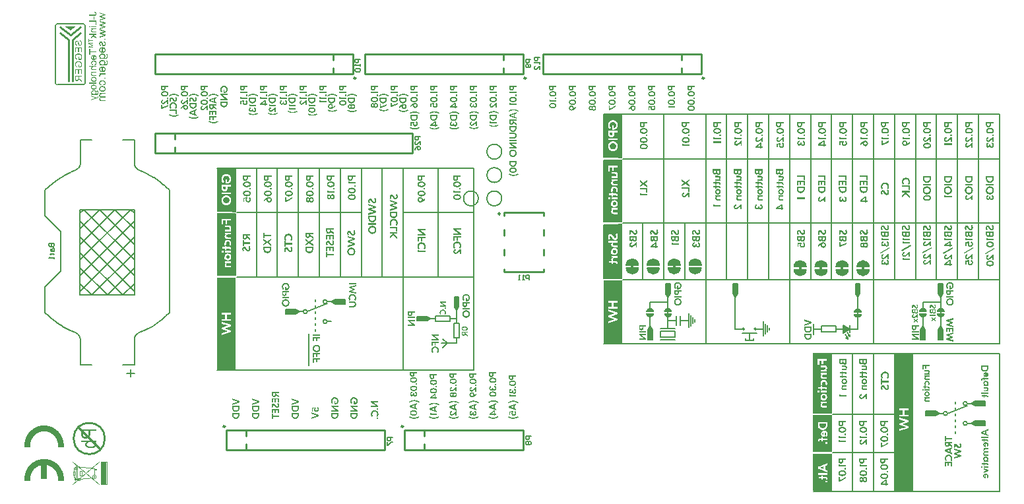
<source format=gbo>
G04*
G04 #@! TF.GenerationSoftware,Altium Limited,Altium Designer,23.11.1 (41)*
G04*
G04 Layer_Color=13684944*
%FSLAX24Y24*%
%MOIN*%
G70*
G04*
G04 #@! TF.SameCoordinates,7572C3C8-2950-46ED-BF1E-06EED60B5480*
G04*
G04*
G04 #@! TF.FilePolarity,Positive*
G04*
G01*
G75*
%ADD11C,0.0100*%
%ADD14C,0.0060*%
%ADD16C,0.0059*%
%ADD17C,0.0079*%
%ADD19C,0.0049*%
%ADD20C,0.0050*%
%ADD21C,0.0080*%
%ADD232C,0.0120*%
%ADD253C,0.0110*%
%ADD254R,0.0289X0.1150*%
%ADD255R,0.0980X0.0258*%
%ADD256R,0.0980X0.0245*%
%ADD257R,0.0980X0.0346*%
%ADD258R,0.0200X0.2250*%
%ADD259R,0.0160X0.3170*%
%ADD260R,0.0200X0.3180*%
%ADD261R,0.0160X0.2240*%
%ADD262R,0.0190X0.2790*%
%ADD263R,0.0180X0.1993*%
%ADD264R,0.0160X0.2759*%
%ADD265R,0.0980X0.0940*%
%ADD266R,0.0170X0.1811*%
%ADD267R,0.0980X0.0627*%
%ADD268R,0.0980X0.0413*%
%ADD269R,0.0980X0.1000*%
%ADD270R,0.0980X0.0167*%
%ADD271R,0.0980X0.0208*%
%ADD272R,0.0170X0.4400*%
%ADD273R,0.0180X0.4430*%
%ADD274R,0.0980X0.0364*%
%ADD275R,0.0980X0.0234*%
%ADD276R,0.0180X0.4593*%
%ADD277R,0.0980X0.2730*%
%ADD278R,0.0170X0.5841*%
%ADD279R,0.0980X0.2980*%
%ADD280R,0.0980X0.0270*%
%ADD281R,0.0980X0.0353*%
%ADD282R,0.0160X0.1859*%
%ADD283R,0.0190X0.1890*%
%ADD284R,0.0160X0.3050*%
%ADD285R,0.0200X0.1890*%
%ADD286R,0.0160X0.1890*%
%ADD287R,0.0200X0.3050*%
%ADD288R,0.0980X0.0292*%
%ADD289R,0.0980X0.0222*%
%ADD290R,0.0980X0.0190*%
G36*
X2630Y23707D02*
X2345Y23921D01*
X2915D01*
X2630Y23707D01*
D02*
G37*
G36*
X34290Y12130D02*
X34360Y12120D01*
X34440Y12060D01*
X34480Y11990D01*
X34530Y11865D01*
X34222Y11866D01*
X33900Y11865D01*
X33940Y11990D01*
X33980Y12060D01*
X34070Y12140D01*
X34190Y12160D01*
X34290Y12130D01*
D02*
G37*
G36*
X33230D02*
X33300Y12120D01*
X33380Y12060D01*
X33420Y11990D01*
X33470Y11865D01*
X33162Y11866D01*
X32840Y11865D01*
X32880Y11990D01*
X32920Y12060D01*
X33010Y12140D01*
X33130Y12160D01*
X33230Y12130D01*
D02*
G37*
G36*
X31110D02*
X31180Y12120D01*
X31260Y12060D01*
X31300Y11990D01*
X31350Y11865D01*
X31042Y11866D01*
X30720Y11865D01*
X30760Y11990D01*
X30800Y12060D01*
X30890Y12140D01*
X31010Y12160D01*
X31110Y12130D01*
D02*
G37*
G36*
X32170Y12128D02*
X32240Y12118D01*
X32320Y12058D01*
X32360Y11988D01*
X32410Y11863D01*
X32102Y11864D01*
X31780Y11863D01*
X31820Y11988D01*
X31860Y12058D01*
X31950Y12138D01*
X32070Y12158D01*
X32170Y12128D01*
D02*
G37*
G36*
X34178Y11703D02*
X34500Y11704D01*
X34460Y11580D01*
X34420Y11510D01*
X34330Y11430D01*
X34210Y11410D01*
X34110Y11440D01*
X34040Y11450D01*
X33960Y11510D01*
X33920Y11580D01*
X33870Y11704D01*
X34178Y11703D01*
D02*
G37*
G36*
X33118D02*
X33440Y11704D01*
X33400Y11580D01*
X33360Y11510D01*
X33270Y11430D01*
X33150Y11410D01*
X33050Y11440D01*
X32980Y11450D01*
X32900Y11510D01*
X32860Y11580D01*
X32810Y11704D01*
X33118Y11703D01*
D02*
G37*
G36*
X30998D02*
X31320Y11704D01*
X31280Y11580D01*
X31240Y11510D01*
X31150Y11430D01*
X31030Y11410D01*
X30930Y11440D01*
X30860Y11450D01*
X30780Y11510D01*
X30740Y11580D01*
X30690Y11704D01*
X30998Y11703D01*
D02*
G37*
G36*
X32058Y11701D02*
X32380Y11702D01*
X32340Y11578D01*
X32300Y11508D01*
X32210Y11428D01*
X32090Y11408D01*
X31990Y11438D01*
X31920Y11448D01*
X31840Y11508D01*
X31800Y11578D01*
X31750Y11702D01*
X32058Y11701D01*
D02*
G37*
G36*
X36097Y10902D02*
X36329D01*
Y10387D01*
X36278Y10307D01*
X36251Y10268D01*
X36227Y10260D01*
X36223D01*
X36097Y10386D01*
Y10559D01*
X36093Y10906D01*
X36097Y10902D01*
D02*
G37*
G36*
X32690D02*
X32922D01*
Y10387D01*
X32871Y10307D01*
X32843Y10268D01*
X32820Y10260D01*
X32816D01*
X32690Y10386D01*
Y10559D01*
X32686Y10906D01*
X32690Y10902D01*
D02*
G37*
G36*
X16497Y10130D02*
Y9898D01*
X15982D01*
X15902Y9949D01*
X15863Y9977D01*
X15855Y10000D01*
Y10004D01*
X15981Y10130D01*
X16154D01*
X16501Y10134D01*
X16497Y10130D01*
D02*
G37*
G36*
X22020Y10233D02*
X22252D01*
Y9718D01*
X22201Y9638D01*
X22173Y9599D01*
X22150Y9591D01*
X22146D01*
X22020Y9717D01*
Y9890D01*
X22016Y10237D01*
X22020Y10233D01*
D02*
G37*
G36*
X32875Y9675D02*
X32903Y9665D01*
X32957Y9632D01*
X32989Y9599D01*
X33011Y9562D01*
X33024Y9523D01*
X33017Y9503D01*
X32996Y9491D01*
X32657D01*
X32628Y9521D01*
X32643Y9567D01*
X32660Y9593D01*
X32689Y9622D01*
X32712Y9643D01*
X32751Y9666D01*
X32788Y9677D01*
X32875Y9675D01*
D02*
G37*
G36*
X31970D02*
X31998Y9665D01*
X32052Y9632D01*
X32084Y9599D01*
X32106Y9562D01*
X32119Y9523D01*
X32112Y9503D01*
X32091Y9491D01*
X31752D01*
X31723Y9521D01*
X31738Y9567D01*
X31755Y9593D01*
X31784Y9622D01*
X31807Y9643D01*
X31846Y9666D01*
X31883Y9677D01*
X31970Y9675D01*
D02*
G37*
G36*
X14098Y9551D02*
X14137Y9523D01*
X14145Y9500D01*
Y9496D01*
X14019Y9370D01*
X13846D01*
X13499Y9366D01*
X13503Y9370D01*
Y9602D01*
X14018D01*
X14098Y9551D01*
D02*
G37*
G36*
X33026Y9381D02*
X33011Y9334D01*
X32994Y9309D01*
X32965Y9280D01*
X32942Y9259D01*
X32903Y9236D01*
X32866Y9225D01*
X32779Y9227D01*
X32751Y9237D01*
X32697Y9270D01*
X32665Y9303D01*
X32642Y9339D01*
X32630Y9379D01*
X32637Y9399D01*
X32657Y9410D01*
X32997D01*
X33026Y9381D01*
D02*
G37*
G36*
X32116D02*
X32101Y9334D01*
X32084Y9309D01*
X32055Y9280D01*
X32032Y9259D01*
X31993Y9236D01*
X31956Y9225D01*
X31869Y9227D01*
X31841Y9237D01*
X31787Y9270D01*
X31755Y9303D01*
X31735Y9340D01*
X31725Y9380D01*
X31727Y9399D01*
X31747Y9410D01*
X32087D01*
X32116Y9381D01*
D02*
G37*
G36*
X20748Y9197D02*
X20787Y9169D01*
X20795Y9146D01*
Y9142D01*
X20669Y9016D01*
X20496D01*
X20149Y9012D01*
X20153Y9016D01*
Y9248D01*
X20668D01*
X20748Y9197D01*
D02*
G37*
G36*
X32050Y8594D02*
Y8421D01*
X32054Y8074D01*
X32050Y8078D01*
X31818D01*
Y8593D01*
X31869Y8673D01*
X31897Y8712D01*
X31920Y8720D01*
X31924D01*
X32050Y8594D01*
D02*
G37*
G36*
X1347Y3747D02*
X1375Y3746D01*
X1402Y3743D01*
X1430Y3740D01*
X1458Y3736D01*
X1485Y3732D01*
X1512Y3726D01*
X1539Y3720D01*
X1566Y3713D01*
X1593Y3706D01*
X1619Y3697D01*
X1645Y3688D01*
X1671Y3678D01*
X1697Y3668D01*
X1722Y3657D01*
X1747Y3645D01*
X1772Y3632D01*
X1796Y3619D01*
X1820Y3605D01*
X1844Y3590D01*
X1867Y3575D01*
X1890Y3559D01*
X1912Y3542D01*
X1934Y3525D01*
X1955Y3507D01*
X1976Y3489D01*
X1996Y3470D01*
X2016Y3450D01*
X2035Y3430D01*
X2053Y3410D01*
X2071Y3389D01*
X2089Y3367D01*
X2106Y3345D01*
X2122Y3323D01*
X2137Y3300D01*
X2152Y3276D01*
X2167Y3252D01*
X2180Y3228D01*
X2193Y3204D01*
X2205Y3179D01*
X2217Y3154D01*
X2228Y3128D01*
X2238Y3102D01*
X2247Y3076D01*
X2256Y3050D01*
X2264Y3023D01*
X2271Y2997D01*
X2277Y2970D01*
X2283Y2942D01*
X2288Y2915D01*
X2292Y2888D01*
X2296Y2860D01*
X2298Y2833D01*
X2300Y2805D01*
X2301Y2777D01*
X2301Y2749D01*
X2301Y2722D01*
X2300Y2694D01*
X2298Y2666D01*
X2296Y2653D01*
X2296D01*
X2296Y2653D01*
Y2653D01*
X1998D01*
X1999Y2664D01*
X2002Y2687D01*
X2003Y2710D01*
X2004Y2733D01*
X2005Y2756D01*
X2004Y2779D01*
X2003Y2802D01*
X2001Y2825D01*
X1998Y2848D01*
X1995Y2871D01*
X1990Y2893D01*
X1985Y2916D01*
X1980Y2938D01*
X1973Y2960D01*
X1966Y2982D01*
X1958Y3004D01*
X1949Y3025D01*
X1940Y3046D01*
X1930Y3067D01*
X1919Y3087D01*
X1908Y3107D01*
X1896Y3127D01*
X1883Y3146D01*
X1870Y3165D01*
X1856Y3183D01*
X1841Y3201D01*
X1826Y3219D01*
X1811Y3235D01*
X1795Y3252D01*
X1778Y3268D01*
X1761Y3283D01*
X1743Y3298D01*
X1725Y3312D01*
X1706Y3325D01*
X1687Y3338D01*
X1667Y3350D01*
X1647Y3362D01*
X1627Y3373D01*
X1606Y3383D01*
X1586Y3393D01*
X1564Y3402D01*
X1543Y3410D01*
X1521Y3417D01*
X1499Y3424D01*
X1477Y3430D01*
X1454Y3435D01*
X1432Y3440D01*
X1409Y3444D01*
X1386Y3447D01*
X1363Y3449D01*
X1340Y3450D01*
X1317Y3451D01*
X1294D01*
X1271Y3450D01*
X1248Y3449D01*
X1225Y3447D01*
X1202Y3444D01*
X1180Y3440D01*
X1157Y3435D01*
X1135Y3430D01*
X1112Y3424D01*
X1090Y3417D01*
X1068Y3410D01*
X1047Y3402D01*
X1026Y3393D01*
X1005Y3383D01*
X984Y3373D01*
X964Y3362D01*
X944Y3350D01*
X924Y3338D01*
X905Y3325D01*
X887Y3312D01*
X868Y3298D01*
X851Y3283D01*
X833Y3268D01*
X817Y3252D01*
X800Y3235D01*
X785Y3219D01*
X770Y3201D01*
X755Y3183D01*
X741Y3165D01*
X728Y3146D01*
X715Y3127D01*
X703Y3107D01*
X692Y3087D01*
X681Y3067D01*
X671Y3046D01*
X662Y3025D01*
X653Y3004D01*
X645Y2982D01*
X638Y2960D01*
X632Y2938D01*
X626Y2916D01*
X621Y2893D01*
X617Y2871D01*
X613Y2848D01*
X610Y2825D01*
X608Y2802D01*
X607Y2779D01*
X606Y2756D01*
X607Y2733D01*
X608Y2710D01*
X609Y2687D01*
X612Y2664D01*
X614Y2653D01*
X614D01*
X315Y2653D01*
X313Y2666D01*
X311Y2694D01*
X310Y2722D01*
X310Y2749D01*
X310Y2777D01*
X311Y2805D01*
X313Y2833D01*
X316Y2860D01*
X319Y2888D01*
X323Y2915D01*
X328Y2942D01*
X334Y2970D01*
X340Y2997D01*
X347Y3023D01*
X355Y3050D01*
X364Y3076D01*
X373Y3102D01*
X383Y3128D01*
X394Y3154D01*
X406Y3179D01*
X418Y3204D01*
X431Y3228D01*
X445Y3252D01*
X459Y3276D01*
X474Y3300D01*
X489Y3323D01*
X506Y3345D01*
X522Y3367D01*
X540Y3389D01*
X558Y3410D01*
X576Y3430D01*
X596Y3450D01*
X615Y3470D01*
X636Y3489D01*
X656Y3507D01*
X678Y3525D01*
X699Y3542D01*
X722Y3559D01*
X744Y3575D01*
X767Y3590D01*
X791Y3605D01*
X815Y3619D01*
X839Y3632D01*
X864Y3645D01*
X889Y3657D01*
X914Y3668D01*
X940Y3678D01*
X966Y3688D01*
X992Y3697D01*
X1019Y3706D01*
X1045Y3713D01*
X1072Y3720D01*
X1099Y3726D01*
X1126Y3732D01*
X1154Y3736D01*
X1181Y3740D01*
X1209Y3743D01*
X1236Y3746D01*
X1264Y3747D01*
X1292Y3748D01*
X1319D01*
X1347Y3747D01*
D02*
G37*
G36*
Y2054D02*
X1375Y2053D01*
X1402Y2050D01*
X1430Y2047D01*
X1458Y2043D01*
X1485Y2039D01*
X1512Y2034D01*
X1539Y2027D01*
X1566Y2021D01*
X1593Y2013D01*
X1619Y2005D01*
X1645Y1995D01*
X1671Y1986D01*
X1697Y1975D01*
X1722Y1964D01*
X1747Y1952D01*
X1772Y1939D01*
X1796Y1926D01*
X1820Y1912D01*
X1844Y1897D01*
X1867Y1882D01*
X1890Y1866D01*
X1912Y1849D01*
X1934Y1832D01*
X1955Y1814D01*
X1976Y1796D01*
X1996Y1777D01*
X2016Y1758D01*
X2035Y1738D01*
X2053Y1717D01*
X2071Y1696D01*
X2089Y1674D01*
X2106Y1652D01*
X2122Y1630D01*
X2137Y1607D01*
X2152Y1583D01*
X2167Y1560D01*
X2180Y1535D01*
X2193Y1511D01*
X2205Y1486D01*
X2217Y1461D01*
X2228Y1435D01*
X2238Y1409D01*
X2247Y1383D01*
X2256Y1357D01*
X2264Y1330D01*
X2271Y1304D01*
X2277Y1277D01*
X2283Y1250D01*
X2288Y1222D01*
X2292Y1195D01*
X2296Y1167D01*
X2298Y1140D01*
X2300Y1112D01*
X2301Y1084D01*
X2301Y1057D01*
X2301Y1029D01*
X2300Y1001D01*
X2298Y974D01*
X2296Y960D01*
X2296D01*
X2296Y960D01*
Y960D01*
X1998D01*
X1999Y971D01*
X2002Y992D01*
X2003Y1014D01*
X2004Y1036D01*
X2005Y1058D01*
X2004Y1079D01*
X2004Y1101D01*
X2002Y1123D01*
X2000Y1145D01*
X1997Y1166D01*
X1993Y1188D01*
X1988Y1209D01*
X1983Y1230D01*
X1978Y1252D01*
X1971Y1272D01*
X1965Y1293D01*
X1957Y1314D01*
X1949Y1334D01*
X1940Y1354D01*
X1930Y1373D01*
X1920Y1393D01*
X1909Y1412D01*
X1898Y1430D01*
X1886Y1449D01*
X1874Y1467D01*
X1861Y1484D01*
X1847Y1501D01*
X1833Y1518D01*
X1819Y1534D01*
X1804Y1550D01*
X1788Y1565D01*
X1772Y1580D01*
X1756Y1594D01*
X1739Y1608D01*
X1721Y1621D01*
X1704Y1634D01*
X1685Y1646D01*
X1667Y1658D01*
X1648Y1669D01*
X1629Y1679D01*
X1609Y1689D01*
X1590Y1698D01*
X1569Y1707D01*
X1549Y1715D01*
X1529Y1722D01*
X1508Y1729D01*
X1487Y1735D01*
X1466Y1740D01*
X1455Y1742D01*
X1455Y1742D01*
Y1059D01*
X1156Y1059D01*
Y1742D01*
X1146Y1740D01*
X1124Y1735D01*
X1103Y1729D01*
X1083Y1722D01*
X1062Y1715D01*
X1042Y1707D01*
X1022Y1698D01*
X1002Y1689D01*
X982Y1679D01*
X963Y1669D01*
X944Y1658D01*
X926Y1646D01*
X908Y1634D01*
X890Y1621D01*
X873Y1608D01*
X856Y1594D01*
X839Y1580D01*
X823Y1565D01*
X808Y1550D01*
X792Y1534D01*
X778Y1518D01*
X764Y1501D01*
X750Y1484D01*
X737Y1467D01*
X725Y1449D01*
X713Y1430D01*
X702Y1412D01*
X691Y1393D01*
X681Y1373D01*
X671Y1354D01*
X663Y1334D01*
X654Y1314D01*
X647Y1293D01*
X640Y1272D01*
X633Y1252D01*
X628Y1230D01*
X623Y1209D01*
X618Y1188D01*
X615Y1166D01*
X612Y1145D01*
X609Y1123D01*
X608Y1101D01*
X607Y1079D01*
X606Y1058D01*
X607Y1036D01*
X608Y1014D01*
X610Y992D01*
X612Y971D01*
X614Y960D01*
X614D01*
X315Y960D01*
X313Y974D01*
X311Y1001D01*
X310Y1029D01*
X310Y1057D01*
X310Y1084D01*
X311Y1112D01*
X313Y1140D01*
X316Y1167D01*
X319Y1195D01*
X323Y1222D01*
X328Y1250D01*
X334Y1277D01*
X340Y1304D01*
X347Y1330D01*
X355Y1357D01*
X364Y1383D01*
X373Y1409D01*
X383Y1435D01*
X394Y1461D01*
X406Y1486D01*
X418Y1511D01*
X431Y1535D01*
X445Y1560D01*
X459Y1583D01*
X474Y1607D01*
X489Y1630D01*
X506Y1652D01*
X522Y1674D01*
X540Y1696D01*
X558Y1717D01*
X576Y1738D01*
X596Y1758D01*
X615Y1777D01*
X636Y1796D01*
X656Y1814D01*
X678Y1832D01*
X699Y1849D01*
X722Y1866D01*
X744Y1882D01*
X767Y1897D01*
X791Y1912D01*
X815Y1926D01*
X839Y1939D01*
X864Y1952D01*
X889Y1964D01*
X914Y1975D01*
X940Y1986D01*
X966Y1995D01*
X992Y2005D01*
X1019Y2013D01*
X1045Y2021D01*
X1072Y2027D01*
X1099Y2034D01*
X1126Y2039D01*
X1154Y2043D01*
X1181Y2047D01*
X1209Y2050D01*
X1236Y2053D01*
X1264Y2054D01*
X1292Y2055D01*
X1319D01*
X1347Y2054D01*
D02*
G37*
G36*
X42770Y12040D02*
X42840Y12030D01*
X42920Y11970D01*
X42960Y11900D01*
X43010Y11775D01*
X42702Y11776D01*
X42380Y11775D01*
X42420Y11900D01*
X42460Y11970D01*
X42550Y12050D01*
X42670Y12070D01*
X42770Y12040D01*
D02*
G37*
G36*
X41710D02*
X41780Y12030D01*
X41860Y11970D01*
X41900Y11900D01*
X41950Y11775D01*
X41642Y11776D01*
X41320Y11775D01*
X41360Y11900D01*
X41400Y11970D01*
X41490Y12050D01*
X41610Y12070D01*
X41710Y12040D01*
D02*
G37*
G36*
X39590D02*
X39660Y12030D01*
X39740Y11970D01*
X39780Y11900D01*
X39830Y11775D01*
X39522Y11776D01*
X39200Y11775D01*
X39240Y11900D01*
X39280Y11970D01*
X39370Y12050D01*
X39490Y12070D01*
X39590Y12040D01*
D02*
G37*
G36*
X40650Y12038D02*
X40720Y12028D01*
X40800Y11968D01*
X40840Y11898D01*
X40890Y11773D01*
X40582Y11774D01*
X40260Y11773D01*
X40300Y11898D01*
X40340Y11968D01*
X40430Y12048D01*
X40550Y12068D01*
X40650Y12038D01*
D02*
G37*
G36*
X42658Y11613D02*
X42980Y11614D01*
X42940Y11490D01*
X42900Y11420D01*
X42810Y11340D01*
X42690Y11320D01*
X42590Y11350D01*
X42520Y11360D01*
X42440Y11420D01*
X42400Y11490D01*
X42350Y11614D01*
X42658Y11613D01*
D02*
G37*
G36*
X41598D02*
X41920Y11614D01*
X41880Y11490D01*
X41840Y11420D01*
X41750Y11340D01*
X41630Y11320D01*
X41530Y11350D01*
X41460Y11360D01*
X41380Y11420D01*
X41340Y11490D01*
X41290Y11614D01*
X41598Y11613D01*
D02*
G37*
G36*
X39478D02*
X39800Y11614D01*
X39760Y11490D01*
X39720Y11420D01*
X39630Y11340D01*
X39510Y11320D01*
X39410Y11350D01*
X39340Y11360D01*
X39260Y11420D01*
X39220Y11490D01*
X39170Y11614D01*
X39478Y11613D01*
D02*
G37*
G36*
X40538Y11611D02*
X40860Y11612D01*
X40820Y11488D01*
X40780Y11418D01*
X40690Y11338D01*
X40570Y11318D01*
X40470Y11348D01*
X40400Y11358D01*
X40320Y11418D01*
X40280Y11488D01*
X40230Y11612D01*
X40538Y11611D01*
D02*
G37*
G36*
X46470Y10902D02*
X46702D01*
Y10387D01*
X46651Y10307D01*
X46623Y10268D01*
X46600Y10260D01*
X46596D01*
X46470Y10386D01*
Y10559D01*
X46466Y10906D01*
X46470Y10902D01*
D02*
G37*
G36*
X42277D02*
X42509D01*
Y10387D01*
X42458Y10307D01*
X42431Y10268D01*
X42407Y10260D01*
X42403D01*
X42277Y10386D01*
Y10559D01*
X42273Y10906D01*
X42277Y10902D01*
D02*
G37*
G36*
X46655Y9675D02*
X46683Y9665D01*
X46737Y9632D01*
X46769Y9599D01*
X46791Y9562D01*
X46804Y9523D01*
X46797Y9503D01*
X46776Y9491D01*
X46437D01*
X46408Y9521D01*
X46423Y9567D01*
X46440Y9593D01*
X46469Y9622D01*
X46492Y9643D01*
X46531Y9666D01*
X46568Y9677D01*
X46655Y9675D01*
D02*
G37*
G36*
X45750D02*
X45778Y9665D01*
X45832Y9632D01*
X45864Y9599D01*
X45886Y9562D01*
X45899Y9523D01*
X45892Y9503D01*
X45871Y9491D01*
X45532D01*
X45503Y9521D01*
X45518Y9567D01*
X45535Y9593D01*
X45564Y9622D01*
X45587Y9643D01*
X45626Y9666D01*
X45663Y9677D01*
X45750Y9675D01*
D02*
G37*
G36*
X42460Y9645D02*
X42488Y9635D01*
X42542Y9602D01*
X42574Y9569D01*
X42596Y9532D01*
X42609Y9493D01*
X42602Y9473D01*
X42581Y9461D01*
X42242Y9461D01*
X42213Y9491D01*
X42228Y9537D01*
X42245Y9563D01*
X42274Y9592D01*
X42297Y9613D01*
X42336Y9636D01*
X42373Y9647D01*
X42460Y9645D01*
D02*
G37*
G36*
X46806Y9381D02*
X46791Y9334D01*
X46774Y9309D01*
X46745Y9280D01*
X46722Y9259D01*
X46683Y9236D01*
X46646Y9225D01*
X46559Y9227D01*
X46531Y9237D01*
X46477Y9270D01*
X46445Y9303D01*
X46422Y9339D01*
X46410Y9379D01*
X46417Y9399D01*
X46437Y9410D01*
X46777D01*
X46806Y9381D01*
D02*
G37*
G36*
X45896D02*
X45881Y9334D01*
X45864Y9309D01*
X45835Y9280D01*
X45812Y9259D01*
X45773Y9236D01*
X45736Y9225D01*
X45649Y9227D01*
X45621Y9237D01*
X45567Y9270D01*
X45535Y9303D01*
X45515Y9340D01*
X45505Y9380D01*
X45507Y9399D01*
X45527Y9410D01*
X45867D01*
X45896Y9381D01*
D02*
G37*
G36*
X42611Y9351D02*
X42596Y9304D01*
X42579Y9279D01*
X42550Y9250D01*
X42527Y9229D01*
X42488Y9206D01*
X42451Y9195D01*
X42364Y9197D01*
X42336Y9207D01*
X42282Y9240D01*
X42250Y9273D01*
X42227Y9309D01*
X42215Y9349D01*
X42222Y9369D01*
X42242Y9380D01*
X42582D01*
X42611Y9351D01*
D02*
G37*
G36*
X41765Y8771D02*
X41924Y8680D01*
X41984Y8605D01*
X41888Y8550D01*
X41684Y8433D01*
X41660Y8613D01*
X41672Y8814D01*
X41765Y8771D01*
D02*
G37*
G36*
X46732Y8601D02*
Y8428D01*
X46736Y8081D01*
X46732Y8085D01*
X46499D01*
Y8600D01*
X46551Y8680D01*
X46578Y8719D01*
X46602Y8727D01*
X46606D01*
X46732Y8601D01*
D02*
G37*
G36*
X45830Y8594D02*
Y8421D01*
X45834Y8074D01*
X45830Y8078D01*
X45598D01*
Y8593D01*
X45649Y8673D01*
X45677Y8712D01*
X45700Y8720D01*
X45704D01*
X45830Y8594D01*
D02*
G37*
G36*
X48837Y4985D02*
Y4753D01*
X48322D01*
X48242Y4804D01*
X48203Y4831D01*
X48195Y4855D01*
Y4859D01*
X48321Y4985D01*
X48494D01*
X48841Y4989D01*
X48837Y4985D01*
D02*
G37*
G36*
X46438Y4406D02*
X46477Y4378D01*
X46485Y4355D01*
Y4351D01*
X46359Y4225D01*
X46186D01*
X45839Y4221D01*
X45843Y4225D01*
Y4457D01*
X46358D01*
X46438Y4406D01*
D02*
G37*
G36*
X48837Y3985D02*
Y3753D01*
X48322D01*
X48242Y3804D01*
X48203Y3831D01*
X48195Y3855D01*
Y3859D01*
X48321Y3985D01*
X48494D01*
X48841Y3989D01*
X48837Y3985D01*
D02*
G37*
G36*
X10917Y6550D02*
X10099D01*
Y11200D01*
X10917D01*
Y6550D01*
D02*
G37*
G36*
X46886Y3123D02*
X47185D01*
Y3057D01*
X46886D01*
Y2959D01*
X46824D01*
Y3222D01*
X46886D01*
Y3123D01*
D02*
G37*
G36*
X47612Y2837D02*
X47617Y2827D01*
X47621Y2817D01*
X47623Y2813D01*
X47625Y2808D01*
X47626Y2804D01*
X47627Y2801D01*
X47629Y2797D01*
X47630Y2794D01*
X47630Y2792D01*
X47631Y2790D01*
X47631Y2789D01*
Y2789D01*
X47634Y2777D01*
X47636Y2765D01*
X47638Y2754D01*
X47639Y2748D01*
X47639Y2744D01*
X47640Y2739D01*
X47640Y2735D01*
X47640Y2731D01*
Y2728D01*
X47640Y2726D01*
Y2722D01*
X47640Y2712D01*
X47639Y2702D01*
X47638Y2693D01*
X47636Y2684D01*
X47634Y2676D01*
X47632Y2668D01*
X47630Y2662D01*
X47627Y2656D01*
X47625Y2650D01*
X47622Y2645D01*
X47620Y2642D01*
X47618Y2638D01*
X47616Y2635D01*
X47615Y2634D01*
X47614Y2632D01*
X47614Y2632D01*
X47608Y2626D01*
X47603Y2621D01*
X47597Y2617D01*
X47590Y2613D01*
X47584Y2610D01*
X47578Y2607D01*
X47571Y2605D01*
X47565Y2603D01*
X47559Y2602D01*
X47554Y2601D01*
X47549Y2600D01*
X47545Y2600D01*
X47541Y2599D01*
X47539Y2599D01*
X47537D01*
X47536D01*
X47530Y2599D01*
X47525Y2600D01*
X47519Y2601D01*
X47514Y2602D01*
X47509Y2603D01*
X47504Y2604D01*
X47500Y2605D01*
X47496Y2607D01*
X47492Y2608D01*
X47489Y2610D01*
X47487Y2611D01*
X47484Y2612D01*
X47483Y2613D01*
X47481Y2614D01*
X47481Y2614D01*
X47480Y2614D01*
X47476Y2617D01*
X47472Y2621D01*
X47463Y2628D01*
X47456Y2636D01*
X47449Y2644D01*
X47446Y2647D01*
X47443Y2650D01*
X47441Y2653D01*
X47439Y2656D01*
X47437Y2658D01*
X47436Y2660D01*
X47435Y2661D01*
X47435Y2661D01*
X47391Y2724D01*
X47387Y2729D01*
X47384Y2734D01*
X47380Y2737D01*
X47377Y2740D01*
X47375Y2743D01*
X47374Y2744D01*
X47372Y2745D01*
X47372Y2745D01*
X47369Y2747D01*
X47366Y2749D01*
X47363Y2750D01*
X47360Y2751D01*
X47358Y2751D01*
X47356Y2752D01*
X47354D01*
X47354D01*
X47349Y2751D01*
X47345Y2750D01*
X47342Y2748D01*
X47339Y2746D01*
X47336Y2743D01*
X47334Y2740D01*
X47332Y2736D01*
X47331Y2733D01*
X47330Y2729D01*
X47329Y2726D01*
X47328Y2723D01*
X47328Y2720D01*
Y2717D01*
X47328Y2716D01*
Y2714D01*
X47328Y2707D01*
X47328Y2701D01*
X47330Y2694D01*
X47331Y2688D01*
X47335Y2675D01*
X47337Y2669D01*
X47339Y2663D01*
X47341Y2657D01*
X47343Y2652D01*
X47345Y2648D01*
X47346Y2644D01*
X47348Y2641D01*
X47349Y2639D01*
X47350Y2637D01*
X47350Y2637D01*
X47289Y2609D01*
X47285Y2619D01*
X47281Y2629D01*
X47278Y2639D01*
X47275Y2648D01*
X47273Y2657D01*
X47270Y2666D01*
X47269Y2674D01*
X47267Y2682D01*
X47266Y2689D01*
X47266Y2695D01*
X47265Y2701D01*
X47264Y2706D01*
Y2709D01*
X47264Y2712D01*
Y2714D01*
X47264Y2724D01*
X47265Y2732D01*
X47266Y2741D01*
X47268Y2748D01*
X47270Y2755D01*
X47272Y2762D01*
X47274Y2768D01*
X47276Y2773D01*
X47279Y2778D01*
X47281Y2782D01*
X47283Y2786D01*
X47285Y2788D01*
X47287Y2791D01*
X47288Y2792D01*
X47289Y2793D01*
X47289Y2794D01*
X47294Y2799D01*
X47299Y2803D01*
X47304Y2807D01*
X47310Y2810D01*
X47315Y2812D01*
X47321Y2815D01*
X47326Y2817D01*
X47332Y2818D01*
X47337Y2819D01*
X47341Y2820D01*
X47345Y2821D01*
X47349Y2821D01*
X47352Y2821D01*
X47354Y2822D01*
X47356D01*
X47356D01*
X47361Y2821D01*
X47367Y2821D01*
X47376Y2819D01*
X47381Y2818D01*
X47385Y2817D01*
X47389Y2816D01*
X47393Y2814D01*
X47396Y2813D01*
X47399Y2812D01*
X47402Y2811D01*
X47404Y2810D01*
X47406Y2809D01*
X47407Y2808D01*
X47408Y2808D01*
X47408Y2807D01*
X47412Y2805D01*
X47416Y2802D01*
X47424Y2795D01*
X47432Y2788D01*
X47438Y2781D01*
X47441Y2777D01*
X47443Y2774D01*
X47446Y2771D01*
X47447Y2769D01*
X47449Y2767D01*
X47450Y2766D01*
X47451Y2765D01*
X47451Y2764D01*
X47493Y2706D01*
X47498Y2699D01*
X47502Y2694D01*
X47507Y2689D01*
X47510Y2685D01*
X47513Y2682D01*
X47515Y2680D01*
X47517Y2679D01*
X47517Y2678D01*
X47521Y2675D01*
X47525Y2673D01*
X47529Y2672D01*
X47532Y2671D01*
X47535Y2670D01*
X47538Y2670D01*
X47540D01*
X47540D01*
X47540D01*
X47543Y2670D01*
X47546Y2670D01*
X47551Y2671D01*
X47556Y2674D01*
X47560Y2676D01*
X47563Y2679D01*
X47565Y2681D01*
X47566Y2682D01*
X47567Y2683D01*
Y2683D01*
X47570Y2688D01*
X47573Y2694D01*
X47574Y2701D01*
X47576Y2707D01*
X47576Y2712D01*
X47577Y2714D01*
Y2716D01*
X47577Y2718D01*
Y2721D01*
X47577Y2729D01*
X47576Y2737D01*
X47574Y2746D01*
X47572Y2754D01*
X47570Y2763D01*
X47567Y2771D01*
X47564Y2778D01*
X47561Y2786D01*
X47558Y2793D01*
X47555Y2799D01*
X47553Y2804D01*
X47550Y2809D01*
X47548Y2813D01*
X47547Y2816D01*
X47546Y2817D01*
X47546Y2817D01*
X47545Y2818D01*
Y2818D01*
X47606Y2847D01*
X47612Y2837D01*
D02*
G37*
G36*
X47185Y2855D02*
X47041D01*
Y2830D01*
X47185Y2732D01*
Y2649D01*
X47038Y2756D01*
X47036Y2748D01*
X47034Y2742D01*
X47031Y2735D01*
X47029Y2729D01*
X47026Y2724D01*
X47022Y2718D01*
X47019Y2714D01*
X47016Y2709D01*
X47014Y2706D01*
X47011Y2703D01*
X47008Y2700D01*
X47006Y2698D01*
X47004Y2696D01*
X47003Y2694D01*
X47002Y2694D01*
X47001Y2693D01*
X46996Y2689D01*
X46990Y2686D01*
X46985Y2683D01*
X46979Y2680D01*
X46973Y2678D01*
X46967Y2676D01*
X46962Y2675D01*
X46957Y2674D01*
X46952Y2673D01*
X46947Y2672D01*
X46943Y2671D01*
X46940Y2671D01*
X46937D01*
X46935Y2671D01*
X46934D01*
X46933D01*
X46927Y2671D01*
X46921Y2671D01*
X46916Y2672D01*
X46910Y2673D01*
X46905Y2674D01*
X46901Y2675D01*
X46896Y2677D01*
X46892Y2678D01*
X46889Y2680D01*
X46885Y2681D01*
X46883Y2682D01*
X46880Y2683D01*
X46878Y2684D01*
X46877Y2685D01*
X46876Y2685D01*
X46876Y2685D01*
X46872Y2688D01*
X46867Y2691D01*
X46863Y2694D01*
X46859Y2698D01*
X46856Y2701D01*
X46853Y2704D01*
X46850Y2708D01*
X46847Y2711D01*
X46845Y2714D01*
X46843Y2717D01*
X46841Y2719D01*
X46840Y2721D01*
X46839Y2723D01*
X46838Y2725D01*
X46838Y2725D01*
X46837Y2726D01*
X46835Y2731D01*
X46833Y2736D01*
X46831Y2741D01*
X46829Y2747D01*
X46827Y2757D01*
X46826Y2762D01*
X46825Y2767D01*
X46825Y2771D01*
X46824Y2775D01*
X46824Y2778D01*
Y2781D01*
X46824Y2784D01*
Y2921D01*
X47185D01*
Y2855D01*
D02*
G37*
G36*
Y2571D02*
X47103Y2541D01*
Y2392D01*
X47185Y2362D01*
Y2289D01*
X46824Y2434D01*
Y2500D01*
X47185Y2645D01*
Y2571D01*
D02*
G37*
G36*
X47633Y2464D02*
Y2403D01*
X47380Y2321D01*
Y2320D01*
X47633Y2238D01*
Y2177D01*
X47272Y2062D01*
Y2138D01*
X47527Y2207D01*
Y2208D01*
X47272Y2290D01*
Y2351D01*
X47527Y2432D01*
Y2433D01*
X47272Y2503D01*
Y2579D01*
X47633Y2464D01*
D02*
G37*
G36*
X47014Y2272D02*
X47025Y2271D01*
X47034Y2270D01*
X47043Y2268D01*
X47052Y2266D01*
X47060Y2264D01*
X47068Y2262D01*
X47075Y2260D01*
X47081Y2257D01*
X47087Y2255D01*
X47091Y2253D01*
X47096Y2251D01*
X47099Y2250D01*
X47101Y2249D01*
X47103Y2248D01*
X47103Y2247D01*
X47111Y2243D01*
X47118Y2237D01*
X47125Y2232D01*
X47131Y2226D01*
X47137Y2221D01*
X47142Y2215D01*
X47147Y2209D01*
X47152Y2204D01*
X47156Y2198D01*
X47159Y2194D01*
X47162Y2190D01*
X47164Y2186D01*
X47166Y2183D01*
X47168Y2180D01*
X47168Y2179D01*
X47169Y2178D01*
X47173Y2170D01*
X47176Y2161D01*
X47180Y2153D01*
X47182Y2144D01*
X47185Y2135D01*
X47186Y2127D01*
X47188Y2119D01*
X47189Y2111D01*
X47190Y2104D01*
X47191Y2098D01*
X47191Y2092D01*
X47192Y2087D01*
Y2083D01*
X47192Y2081D01*
Y2077D01*
X47191Y2064D01*
X47190Y2051D01*
X47188Y2039D01*
X47186Y2027D01*
X47183Y2015D01*
X47180Y2005D01*
X47176Y1995D01*
X47172Y1986D01*
X47169Y1977D01*
X47165Y1970D01*
X47162Y1963D01*
X47159Y1958D01*
X47157Y1956D01*
X47156Y1954D01*
X47155Y1952D01*
X47154Y1951D01*
X47154Y1950D01*
X47153Y1949D01*
X47153Y1949D01*
Y1948D01*
X47095Y1986D01*
X47100Y1995D01*
X47105Y2003D01*
X47109Y2011D01*
X47112Y2019D01*
X47115Y2027D01*
X47118Y2034D01*
X47120Y2041D01*
X47121Y2048D01*
X47122Y2054D01*
X47123Y2060D01*
X47124Y2065D01*
X47124Y2070D01*
X47125Y2073D01*
X47125Y2076D01*
Y2078D01*
X47125Y2084D01*
X47124Y2091D01*
X47124Y2097D01*
X47123Y2103D01*
X47121Y2108D01*
X47120Y2113D01*
X47119Y2118D01*
X47117Y2122D01*
X47116Y2126D01*
X47115Y2130D01*
X47113Y2133D01*
X47112Y2136D01*
X47111Y2138D01*
X47111Y2139D01*
X47110Y2140D01*
X47110Y2141D01*
X47107Y2146D01*
X47104Y2150D01*
X47101Y2155D01*
X47097Y2159D01*
X47094Y2163D01*
X47090Y2167D01*
X47086Y2170D01*
X47083Y2173D01*
X47080Y2175D01*
X47077Y2178D01*
X47075Y2180D01*
X47072Y2181D01*
X47070Y2183D01*
X47069Y2183D01*
X47068Y2184D01*
X47068Y2184D01*
X47062Y2187D01*
X47057Y2190D01*
X47052Y2191D01*
X47046Y2193D01*
X47041Y2195D01*
X47035Y2196D01*
X47031Y2197D01*
X47026Y2198D01*
X47021Y2199D01*
X47017Y2199D01*
X47013Y2199D01*
X47010Y2200D01*
X47008Y2200D01*
X47006D01*
X47004D01*
X47004D01*
X46998Y2200D01*
X46991Y2199D01*
X46985Y2199D01*
X46979Y2198D01*
X46973Y2196D01*
X46968Y2195D01*
X46963Y2194D01*
X46959Y2192D01*
X46955Y2191D01*
X46951Y2189D01*
X46948Y2188D01*
X46945Y2187D01*
X46944Y2186D01*
X46942Y2185D01*
X46941Y2185D01*
X46941Y2184D01*
X46936Y2181D01*
X46931Y2178D01*
X46927Y2174D01*
X46922Y2171D01*
X46919Y2167D01*
X46915Y2163D01*
X46912Y2160D01*
X46909Y2157D01*
X46907Y2153D01*
X46904Y2150D01*
X46903Y2148D01*
X46901Y2145D01*
X46900Y2144D01*
X46899Y2142D01*
X46899Y2141D01*
X46898Y2141D01*
X46896Y2135D01*
X46893Y2130D01*
X46891Y2125D01*
X46890Y2119D01*
X46887Y2109D01*
X46886Y2104D01*
X46885Y2099D01*
X46885Y2095D01*
X46884Y2090D01*
X46884Y2087D01*
X46884Y2084D01*
X46883Y2081D01*
Y2078D01*
X46884Y2069D01*
X46885Y2060D01*
X46886Y2051D01*
X46888Y2043D01*
X46890Y2035D01*
X46893Y2027D01*
X46896Y2021D01*
X46898Y2014D01*
X46901Y2008D01*
X46904Y2003D01*
X46906Y1998D01*
X46909Y1994D01*
X46911Y1991D01*
X46912Y1988D01*
X46913Y1987D01*
X46913Y1986D01*
X46856Y1948D01*
X46849Y1959D01*
X46842Y1970D01*
X46837Y1981D01*
X46833Y1992D01*
X46829Y2003D01*
X46826Y2014D01*
X46823Y2024D01*
X46821Y2034D01*
X46819Y2043D01*
X46818Y2052D01*
X46817Y2059D01*
X46817Y2062D01*
X46816Y2065D01*
X46816Y2068D01*
Y2072D01*
X46816Y2074D01*
Y2077D01*
X46816Y2088D01*
X46817Y2098D01*
X46818Y2108D01*
X46819Y2117D01*
X46821Y2126D01*
X46823Y2134D01*
X46826Y2142D01*
X46827Y2149D01*
X46830Y2155D01*
X46832Y2161D01*
X46834Y2166D01*
X46836Y2171D01*
X46837Y2174D01*
X46838Y2176D01*
X46839Y2178D01*
X46839Y2178D01*
X46844Y2186D01*
X46849Y2194D01*
X46854Y2201D01*
X46860Y2208D01*
X46865Y2214D01*
X46871Y2220D01*
X46876Y2225D01*
X46881Y2229D01*
X46886Y2234D01*
X46891Y2237D01*
X46895Y2240D01*
X46899Y2243D01*
X46901Y2245D01*
X46904Y2246D01*
X46905Y2247D01*
X46906Y2247D01*
X46914Y2252D01*
X46922Y2255D01*
X46931Y2259D01*
X46939Y2262D01*
X46947Y2264D01*
X46955Y2266D01*
X46963Y2268D01*
X46971Y2269D01*
X46978Y2270D01*
X46984Y2271D01*
X46990Y2271D01*
X46995Y2272D01*
X46999D01*
X47000Y2272D01*
X47002D01*
X47003D01*
X47004D01*
X47004D01*
X47004D01*
X47014Y2272D01*
D02*
G37*
G36*
X47185Y1688D02*
X47123D01*
Y1839D01*
X47019D01*
Y1704D01*
X46958D01*
Y1839D01*
X46886D01*
Y1691D01*
X46824D01*
Y1905D01*
X47185D01*
Y1688D01*
D02*
G37*
G36*
X17061Y10883D02*
X16700D01*
Y10950D01*
X17061D01*
Y10883D01*
D02*
G37*
G36*
Y10779D02*
X16826Y10723D01*
Y10722D01*
X17007Y10648D01*
Y10600D01*
X16826Y10526D01*
Y10525D01*
X17061Y10470D01*
Y10401D01*
X16700Y10490D01*
Y10542D01*
X16905Y10624D01*
Y10625D01*
X16700Y10707D01*
Y10758D01*
X17061Y10848D01*
Y10779D01*
D02*
G37*
G36*
X16891Y10384D02*
X16901Y10383D01*
X16910Y10382D01*
X16919Y10380D01*
X16928Y10378D01*
X16936Y10376D01*
X16944Y10374D01*
X16951Y10371D01*
X16957Y10369D01*
X16963Y10367D01*
X16968Y10365D01*
X16972Y10363D01*
X16975Y10361D01*
X16977Y10360D01*
X16979Y10359D01*
X16979Y10359D01*
X16987Y10354D01*
X16994Y10349D01*
X17001Y10344D01*
X17007Y10338D01*
X17013Y10332D01*
X17019Y10326D01*
X17023Y10321D01*
X17028Y10315D01*
X17032Y10310D01*
X17035Y10305D01*
X17038Y10301D01*
X17040Y10297D01*
X17042Y10294D01*
X17044Y10292D01*
X17045Y10291D01*
X17045Y10290D01*
X17049Y10282D01*
X17053Y10273D01*
X17056Y10264D01*
X17058Y10256D01*
X17061Y10247D01*
X17062Y10239D01*
X17064Y10231D01*
X17065Y10223D01*
X17066Y10216D01*
X17067Y10209D01*
X17067Y10203D01*
X17068Y10199D01*
Y10195D01*
X17068Y10193D01*
Y10189D01*
X17068Y10176D01*
X17066Y10163D01*
X17064Y10150D01*
X17062Y10138D01*
X17059Y10127D01*
X17056Y10117D01*
X17052Y10107D01*
X17048Y10097D01*
X17045Y10089D01*
X17041Y10082D01*
X17038Y10075D01*
X17035Y10070D01*
X17033Y10068D01*
X17032Y10066D01*
X17031Y10064D01*
X17030Y10062D01*
X17030Y10061D01*
X17029Y10061D01*
X17029Y10060D01*
Y10060D01*
X16971Y10098D01*
X16976Y10106D01*
X16981Y10114D01*
X16985Y10123D01*
X16988Y10130D01*
X16991Y10138D01*
X16994Y10146D01*
X16996Y10153D01*
X16997Y10160D01*
X16999Y10166D01*
X16999Y10172D01*
X17000Y10177D01*
X17000Y10181D01*
X17001Y10185D01*
X17001Y10187D01*
Y10190D01*
X17001Y10196D01*
X17000Y10202D01*
X17000Y10208D01*
X16999Y10214D01*
X16997Y10220D01*
X16996Y10225D01*
X16995Y10230D01*
X16994Y10234D01*
X16992Y10238D01*
X16991Y10242D01*
X16989Y10245D01*
X16988Y10248D01*
X16987Y10250D01*
X16987Y10251D01*
X16986Y10252D01*
X16986Y10253D01*
X16983Y10258D01*
X16980Y10262D01*
X16977Y10267D01*
X16973Y10271D01*
X16970Y10275D01*
X16966Y10279D01*
X16963Y10282D01*
X16959Y10285D01*
X16956Y10287D01*
X16953Y10290D01*
X16951Y10292D01*
X16948Y10293D01*
X16946Y10294D01*
X16945Y10295D01*
X16944Y10296D01*
X16944Y10296D01*
X16938Y10299D01*
X16933Y10301D01*
X16928Y10303D01*
X16922Y10305D01*
X16917Y10307D01*
X16912Y10308D01*
X16907Y10309D01*
X16902Y10310D01*
X16897Y10310D01*
X16893Y10311D01*
X16889Y10311D01*
X16886Y10312D01*
X16884Y10312D01*
X16882D01*
X16881D01*
X16880D01*
X16874Y10312D01*
X16867Y10311D01*
X16861Y10310D01*
X16855Y10309D01*
X16850Y10308D01*
X16844Y10307D01*
X16839Y10305D01*
X16835Y10304D01*
X16831Y10302D01*
X16827Y10301D01*
X16824Y10300D01*
X16822Y10299D01*
X16820Y10297D01*
X16818Y10297D01*
X16817Y10296D01*
X16817Y10296D01*
X16812Y10293D01*
X16807Y10290D01*
X16803Y10286D01*
X16799Y10282D01*
X16795Y10279D01*
X16791Y10275D01*
X16788Y10272D01*
X16785Y10268D01*
X16783Y10265D01*
X16781Y10262D01*
X16779Y10259D01*
X16777Y10257D01*
X16776Y10255D01*
X16775Y10254D01*
X16775Y10253D01*
X16774Y10253D01*
X16772Y10247D01*
X16769Y10242D01*
X16768Y10236D01*
X16766Y10231D01*
X16763Y10220D01*
X16762Y10215D01*
X16761Y10211D01*
X16761Y10206D01*
X16760Y10202D01*
X16760Y10199D01*
X16760Y10195D01*
X16760Y10193D01*
Y10190D01*
X16760Y10180D01*
X16761Y10172D01*
X16762Y10163D01*
X16764Y10155D01*
X16766Y10147D01*
X16769Y10139D01*
X16772Y10132D01*
X16774Y10126D01*
X16777Y10120D01*
X16780Y10114D01*
X16782Y10110D01*
X16785Y10106D01*
X16787Y10102D01*
X16788Y10100D01*
X16789Y10099D01*
X16789Y10098D01*
X16732Y10060D01*
X16725Y10071D01*
X16719Y10082D01*
X16713Y10093D01*
X16709Y10104D01*
X16705Y10115D01*
X16702Y10126D01*
X16699Y10136D01*
X16697Y10146D01*
X16695Y10155D01*
X16694Y10163D01*
X16693Y10171D01*
X16693Y10174D01*
X16692Y10177D01*
X16692Y10180D01*
Y10184D01*
X16692Y10186D01*
Y10189D01*
X16692Y10200D01*
X16693Y10210D01*
X16694Y10219D01*
X16696Y10229D01*
X16697Y10238D01*
X16699Y10246D01*
X16702Y10254D01*
X16704Y10261D01*
X16706Y10267D01*
X16708Y10273D01*
X16710Y10278D01*
X16712Y10282D01*
X16713Y10286D01*
X16714Y10288D01*
X16715Y10290D01*
X16715Y10290D01*
X16720Y10298D01*
X16725Y10306D01*
X16730Y10313D01*
X16736Y10320D01*
X16741Y10326D01*
X16747Y10331D01*
X16752Y10337D01*
X16757Y10341D01*
X16762Y10345D01*
X16767Y10349D01*
X16771Y10352D01*
X16775Y10355D01*
X16778Y10357D01*
X16780Y10358D01*
X16781Y10359D01*
X16782Y10359D01*
X16790Y10364D01*
X16798Y10367D01*
X16807Y10371D01*
X16815Y10373D01*
X16823Y10376D01*
X16832Y10378D01*
X16839Y10379D01*
X16847Y10381D01*
X16854Y10382D01*
X16860Y10382D01*
X16866Y10383D01*
X16871Y10384D01*
X16875D01*
X16876Y10384D01*
X16878D01*
X16879D01*
X16880D01*
X16880D01*
X16880D01*
X16891Y10384D01*
D02*
G37*
G36*
X16931Y10020D02*
X16943Y10019D01*
X16954Y10017D01*
X16965Y10015D01*
X16974Y10012D01*
X16983Y10008D01*
X16992Y10005D01*
X16999Y10001D01*
X17005Y9997D01*
X17011Y9994D01*
X17016Y9991D01*
X17020Y9988D01*
X17023Y9985D01*
X17026Y9983D01*
X17027Y9982D01*
X17028Y9982D01*
X17035Y9974D01*
X17041Y9966D01*
X17046Y9957D01*
X17051Y9948D01*
X17055Y9939D01*
X17058Y9930D01*
X17061Y9921D01*
X17063Y9912D01*
X17064Y9904D01*
X17066Y9896D01*
X17067Y9889D01*
X17067Y9883D01*
Y9881D01*
X17068Y9878D01*
Y9876D01*
X17068Y9875D01*
Y9872D01*
X17068Y9863D01*
X17067Y9855D01*
X17066Y9847D01*
X17065Y9840D01*
X17064Y9833D01*
X17062Y9826D01*
X17060Y9820D01*
X17059Y9814D01*
X17057Y9809D01*
X17055Y9805D01*
X17054Y9801D01*
X17052Y9798D01*
X17051Y9795D01*
X17050Y9793D01*
X17050Y9792D01*
X17050Y9792D01*
X17046Y9786D01*
X17042Y9780D01*
X17038Y9775D01*
X17034Y9770D01*
X17029Y9765D01*
X17025Y9761D01*
X17021Y9757D01*
X17017Y9754D01*
X17013Y9751D01*
X17009Y9748D01*
X17006Y9746D01*
X17003Y9744D01*
X17001Y9743D01*
X16999Y9742D01*
X16998Y9741D01*
X16997Y9741D01*
X16991Y9738D01*
X16984Y9735D01*
X16977Y9733D01*
X16971Y9731D01*
X16964Y9729D01*
X16958Y9728D01*
X16951Y9726D01*
X16945Y9725D01*
X16940Y9725D01*
X16935Y9724D01*
X16930Y9724D01*
X16926Y9723D01*
X16923Y9723D01*
X16920D01*
X16919D01*
X16918D01*
X16700D01*
Y9793D01*
X16914D01*
X16922Y9793D01*
X16928Y9794D01*
X16935Y9795D01*
X16941Y9796D01*
X16946Y9798D01*
X16951Y9800D01*
X16956Y9802D01*
X16960Y9804D01*
X16964Y9805D01*
X16967Y9807D01*
X16970Y9809D01*
X16973Y9811D01*
X16974Y9812D01*
X16976Y9813D01*
X16976Y9814D01*
X16977Y9814D01*
X16981Y9818D01*
X16984Y9823D01*
X16987Y9828D01*
X16990Y9832D01*
X16992Y9837D01*
X16994Y9842D01*
X16996Y9846D01*
X16997Y9851D01*
X16998Y9855D01*
X16999Y9859D01*
X16999Y9862D01*
X17000Y9866D01*
Y9868D01*
X17000Y9870D01*
Y9872D01*
X17000Y9878D01*
X16999Y9885D01*
X16998Y9890D01*
X16996Y9896D01*
X16994Y9901D01*
X16992Y9906D01*
X16991Y9910D01*
X16988Y9914D01*
X16986Y9918D01*
X16984Y9921D01*
X16982Y9923D01*
X16980Y9926D01*
X16979Y9927D01*
X16978Y9928D01*
X16977Y9929D01*
X16977Y9930D01*
X16972Y9933D01*
X16967Y9937D01*
X16962Y9940D01*
X16957Y9942D01*
X16952Y9944D01*
X16947Y9946D01*
X16942Y9947D01*
X16937Y9948D01*
X16932Y9949D01*
X16928Y9950D01*
X16924Y9951D01*
X16921Y9951D01*
X16918D01*
X16916Y9951D01*
X16915D01*
X16914D01*
X16700D01*
Y10021D01*
X16918D01*
X16931Y10020D01*
D02*
G37*
G36*
X21600Y9945D02*
X21394D01*
Y9945D01*
X21600Y9798D01*
Y9747D01*
X21299D01*
Y9802D01*
X21506D01*
Y9803D01*
X21299Y9949D01*
Y10000D01*
X21600D01*
Y9945D01*
D02*
G37*
G36*
Y9638D02*
X21540D01*
Y9698D01*
X21600D01*
Y9638D01*
D02*
G37*
G36*
X21458Y9605D02*
X21467Y9604D01*
X21475Y9603D01*
X21482Y9602D01*
X21490Y9600D01*
X21496Y9599D01*
X21503Y9597D01*
X21509Y9595D01*
X21514Y9593D01*
X21518Y9591D01*
X21522Y9589D01*
X21526Y9588D01*
X21528Y9586D01*
X21530Y9585D01*
X21532Y9585D01*
X21532Y9584D01*
X21539Y9581D01*
X21545Y9576D01*
X21550Y9571D01*
X21556Y9567D01*
X21560Y9562D01*
X21565Y9557D01*
X21569Y9553D01*
X21573Y9548D01*
X21576Y9544D01*
X21579Y9540D01*
X21581Y9536D01*
X21583Y9533D01*
X21585Y9530D01*
X21586Y9529D01*
X21587Y9527D01*
X21587Y9527D01*
X21590Y9520D01*
X21593Y9513D01*
X21596Y9505D01*
X21598Y9498D01*
X21600Y9491D01*
X21601Y9484D01*
X21603Y9477D01*
X21604Y9471D01*
X21605Y9465D01*
X21605Y9459D01*
X21606Y9455D01*
X21606Y9450D01*
Y9447D01*
X21606Y9446D01*
Y9443D01*
X21606Y9432D01*
X21605Y9421D01*
X21603Y9410D01*
X21601Y9400D01*
X21599Y9391D01*
X21596Y9382D01*
X21593Y9374D01*
X21590Y9366D01*
X21587Y9359D01*
X21584Y9353D01*
X21581Y9348D01*
X21579Y9343D01*
X21577Y9341D01*
X21576Y9340D01*
X21576Y9338D01*
X21575Y9337D01*
X21574Y9336D01*
X21574Y9335D01*
X21573Y9335D01*
Y9335D01*
X21525Y9367D01*
X21530Y9374D01*
X21534Y9380D01*
X21537Y9387D01*
X21540Y9394D01*
X21542Y9400D01*
X21544Y9407D01*
X21546Y9413D01*
X21547Y9418D01*
X21548Y9423D01*
X21549Y9428D01*
X21550Y9432D01*
X21550Y9436D01*
X21550Y9439D01*
X21550Y9441D01*
Y9443D01*
X21550Y9448D01*
X21550Y9454D01*
X21549Y9459D01*
X21548Y9464D01*
X21547Y9468D01*
X21546Y9472D01*
X21545Y9477D01*
X21544Y9480D01*
X21543Y9483D01*
X21542Y9486D01*
X21541Y9489D01*
X21540Y9491D01*
X21539Y9493D01*
X21538Y9494D01*
X21538Y9495D01*
X21538Y9495D01*
X21535Y9500D01*
X21533Y9504D01*
X21530Y9508D01*
X21527Y9511D01*
X21524Y9514D01*
X21521Y9517D01*
X21518Y9520D01*
X21515Y9522D01*
X21513Y9524D01*
X21510Y9526D01*
X21508Y9528D01*
X21506Y9529D01*
X21505Y9530D01*
X21503Y9531D01*
X21503Y9532D01*
X21503Y9532D01*
X21498Y9534D01*
X21494Y9536D01*
X21489Y9538D01*
X21484Y9539D01*
X21480Y9541D01*
X21476Y9542D01*
X21472Y9543D01*
X21467Y9543D01*
X21464Y9544D01*
X21460Y9544D01*
X21457Y9544D01*
X21455Y9545D01*
X21453Y9545D01*
X21451D01*
X21450D01*
X21450D01*
X21444Y9545D01*
X21439Y9544D01*
X21433Y9544D01*
X21429Y9543D01*
X21424Y9542D01*
X21420Y9541D01*
X21415Y9540D01*
X21412Y9538D01*
X21409Y9537D01*
X21405Y9536D01*
X21403Y9535D01*
X21401Y9534D01*
X21399Y9533D01*
X21398Y9532D01*
X21397Y9532D01*
X21397Y9532D01*
X21393Y9529D01*
X21389Y9526D01*
X21385Y9523D01*
X21381Y9520D01*
X21378Y9517D01*
X21375Y9514D01*
X21373Y9511D01*
X21370Y9509D01*
X21368Y9506D01*
X21366Y9504D01*
X21365Y9501D01*
X21364Y9499D01*
X21363Y9498D01*
X21362Y9496D01*
X21362Y9496D01*
X21361Y9495D01*
X21359Y9491D01*
X21357Y9486D01*
X21356Y9482D01*
X21354Y9477D01*
X21352Y9469D01*
X21351Y9465D01*
X21351Y9461D01*
X21350Y9457D01*
X21350Y9453D01*
X21349Y9450D01*
X21349Y9448D01*
X21349Y9446D01*
Y9443D01*
X21349Y9435D01*
X21350Y9428D01*
X21351Y9421D01*
X21353Y9414D01*
X21355Y9407D01*
X21357Y9401D01*
X21359Y9395D01*
X21361Y9390D01*
X21364Y9385D01*
X21366Y9380D01*
X21368Y9376D01*
X21370Y9373D01*
X21372Y9370D01*
X21373Y9368D01*
X21374Y9367D01*
X21374Y9367D01*
X21326Y9335D01*
X21320Y9344D01*
X21315Y9353D01*
X21310Y9362D01*
X21307Y9372D01*
X21303Y9381D01*
X21301Y9390D01*
X21299Y9398D01*
X21297Y9407D01*
X21295Y9414D01*
X21294Y9421D01*
X21293Y9427D01*
X21293Y9430D01*
X21293Y9432D01*
X21293Y9435D01*
Y9438D01*
X21293Y9440D01*
Y9443D01*
X21293Y9451D01*
X21293Y9460D01*
X21294Y9468D01*
X21296Y9476D01*
X21297Y9483D01*
X21299Y9490D01*
X21301Y9496D01*
X21302Y9502D01*
X21304Y9508D01*
X21306Y9513D01*
X21308Y9517D01*
X21309Y9520D01*
X21310Y9523D01*
X21311Y9525D01*
X21312Y9526D01*
X21312Y9527D01*
X21316Y9534D01*
X21320Y9540D01*
X21325Y9546D01*
X21329Y9551D01*
X21334Y9557D01*
X21338Y9561D01*
X21343Y9566D01*
X21347Y9569D01*
X21351Y9573D01*
X21355Y9576D01*
X21359Y9578D01*
X21362Y9581D01*
X21364Y9582D01*
X21366Y9584D01*
X21367Y9584D01*
X21367Y9584D01*
X21374Y9588D01*
X21381Y9591D01*
X21388Y9594D01*
X21395Y9596D01*
X21402Y9598D01*
X21409Y9600D01*
X21415Y9601D01*
X21422Y9602D01*
X21428Y9603D01*
X21433Y9604D01*
X21438Y9604D01*
X21442Y9605D01*
X21445D01*
X21446Y9605D01*
X21448D01*
X21448D01*
X21449D01*
X21449D01*
X21450D01*
X21458Y9605D01*
D02*
G37*
G36*
X30437Y8763D02*
X29650D01*
Y10205D01*
X30437D01*
Y8763D01*
D02*
G37*
G36*
X47161Y19007D02*
X47017D01*
Y18942D01*
X47017Y18930D01*
X47015Y18920D01*
X47014Y18909D01*
X47011Y18900D01*
X47009Y18891D01*
X47006Y18883D01*
X47003Y18876D01*
X47000Y18870D01*
X46996Y18864D01*
X46993Y18859D01*
X46990Y18855D01*
X46988Y18851D01*
X46986Y18848D01*
X46984Y18846D01*
X46983Y18845D01*
X46983Y18845D01*
X46976Y18839D01*
X46969Y18833D01*
X46961Y18829D01*
X46954Y18825D01*
X46946Y18822D01*
X46939Y18819D01*
X46932Y18816D01*
X46925Y18815D01*
X46918Y18813D01*
X46912Y18812D01*
X46906Y18811D01*
X46902Y18811D01*
X46898Y18811D01*
X46895Y18810D01*
X46893D01*
X46893D01*
X46892D01*
X46883Y18811D01*
X46873Y18812D01*
X46864Y18813D01*
X46856Y18816D01*
X46848Y18818D01*
X46841Y18821D01*
X46834Y18824D01*
X46828Y18828D01*
X46823Y18831D01*
X46818Y18834D01*
X46814Y18837D01*
X46810Y18839D01*
X46808Y18841D01*
X46806Y18843D01*
X46805Y18844D01*
X46804Y18845D01*
X46799Y18851D01*
X46793Y18858D01*
X46789Y18866D01*
X46785Y18874D01*
X46782Y18882D01*
X46779Y18890D01*
X46777Y18898D01*
X46775Y18906D01*
X46773Y18913D01*
X46772Y18920D01*
X46771Y18926D01*
X46771Y18932D01*
X46771Y18936D01*
X46771Y18938D01*
Y19079D01*
X47161D01*
Y19007D01*
D02*
G37*
G36*
X46990Y18782D02*
X47006Y18781D01*
X47022Y18779D01*
X47036Y18777D01*
X47049Y18774D01*
X47061Y18771D01*
X47072Y18768D01*
X47081Y18764D01*
X47090Y18760D01*
X47098Y18757D01*
X47104Y18754D01*
X47109Y18751D01*
X47113Y18749D01*
X47116Y18747D01*
X47118Y18746D01*
X47119Y18745D01*
X47128Y18738D01*
X47136Y18730D01*
X47142Y18722D01*
X47148Y18713D01*
X47153Y18704D01*
X47157Y18695D01*
X47161Y18687D01*
X47163Y18678D01*
X47165Y18670D01*
X47167Y18663D01*
X47168Y18656D01*
X47169Y18650D01*
X47169Y18645D01*
Y18644D01*
X47170Y18642D01*
Y18639D01*
X47169Y18626D01*
X47168Y18615D01*
X47165Y18603D01*
X47161Y18593D01*
X47158Y18584D01*
X47153Y18575D01*
X47149Y18567D01*
X47144Y18560D01*
X47139Y18554D01*
X47135Y18548D01*
X47130Y18544D01*
X47127Y18540D01*
X47123Y18537D01*
X47121Y18535D01*
X47119Y18533D01*
X47119Y18533D01*
X47108Y18526D01*
X47098Y18521D01*
X47086Y18516D01*
X47074Y18511D01*
X47062Y18508D01*
X47050Y18504D01*
X47038Y18502D01*
X47027Y18500D01*
X47015Y18498D01*
X47006Y18498D01*
X47001Y18497D01*
X46996Y18497D01*
X46992Y18496D01*
X46988Y18496D01*
X46985Y18496D01*
X46982D01*
X46979Y18495D01*
X46977D01*
X46975D01*
X46974D01*
X46973D01*
X46973D01*
X46956Y18496D01*
X46940Y18497D01*
X46924Y18499D01*
X46910Y18501D01*
X46897Y18504D01*
X46885Y18507D01*
X46874Y18510D01*
X46865Y18514D01*
X46856Y18518D01*
X46848Y18521D01*
X46842Y18524D01*
X46837Y18527D01*
X46833Y18529D01*
X46830Y18531D01*
X46828Y18532D01*
X46827Y18533D01*
X46818Y18540D01*
X46810Y18548D01*
X46804Y18556D01*
X46798Y18565D01*
X46793Y18574D01*
X46789Y18582D01*
X46785Y18591D01*
X46783Y18600D01*
X46781Y18608D01*
X46779Y18615D01*
X46778Y18622D01*
X46777Y18627D01*
X46777Y18632D01*
Y18634D01*
X46776Y18636D01*
Y18639D01*
X46777Y18651D01*
X46778Y18663D01*
X46781Y18675D01*
X46784Y18685D01*
X46788Y18694D01*
X46792Y18703D01*
X46797Y18711D01*
X46802Y18718D01*
X46807Y18724D01*
X46811Y18730D01*
X46816Y18735D01*
X46819Y18738D01*
X46823Y18741D01*
X46825Y18744D01*
X46827Y18745D01*
X46827Y18745D01*
X46837Y18752D01*
X46848Y18758D01*
X46860Y18762D01*
X46871Y18767D01*
X46884Y18771D01*
X46896Y18774D01*
X46908Y18776D01*
X46919Y18778D01*
X46930Y18780D01*
X46940Y18780D01*
X46945Y18781D01*
X46949Y18781D01*
X46953Y18782D01*
X46957Y18782D01*
X46961Y18782D01*
X46964D01*
X46967D01*
X46969Y18783D01*
X46970D01*
X46972D01*
X46972D01*
X46973D01*
X46990Y18782D01*
D02*
G37*
G36*
X47161Y18369D02*
X47084D01*
Y18447D01*
X47161D01*
Y18369D01*
D02*
G37*
G36*
X46896Y18256D02*
X46891Y18255D01*
X46887Y18255D01*
X46879Y18253D01*
X46875Y18252D01*
X46871Y18251D01*
X46868Y18249D01*
X46866Y18248D01*
X46863Y18246D01*
X46861Y18245D01*
X46859Y18244D01*
X46858Y18243D01*
X46856Y18242D01*
X46856Y18241D01*
X46855Y18240D01*
X46855Y18240D01*
X46852Y18237D01*
X46850Y18234D01*
X46848Y18231D01*
X46846Y18227D01*
X46844Y18220D01*
X46842Y18214D01*
X46841Y18208D01*
X46840Y18205D01*
Y18203D01*
X46840Y18201D01*
Y18194D01*
X46841Y18190D01*
X46842Y18183D01*
X46844Y18176D01*
X46846Y18171D01*
X46849Y18167D01*
X46850Y18165D01*
X46851Y18163D01*
X46852Y18162D01*
X46852Y18162D01*
X46852Y18161D01*
X46853Y18161D01*
X46855Y18159D01*
X46858Y18156D01*
X46864Y18153D01*
X46870Y18150D01*
X46876Y18149D01*
X46881Y18147D01*
X46883Y18147D01*
X46885D01*
X46886Y18147D01*
X46888D01*
X46888D01*
X46888D01*
X46895Y18147D01*
X46902Y18149D01*
X46908Y18150D01*
X46913Y18152D01*
X46918Y18154D01*
X46920Y18155D01*
X46922Y18156D01*
X46923Y18157D01*
X46924Y18157D01*
X46925Y18158D01*
X46925D01*
X46929Y18160D01*
X46932Y18162D01*
X46940Y18168D01*
X46948Y18174D01*
X46955Y18180D01*
X46959Y18183D01*
X46962Y18186D01*
X46965Y18189D01*
X46967Y18191D01*
X46969Y18193D01*
X46970Y18194D01*
X46971Y18195D01*
X46972Y18195D01*
X47109Y18324D01*
X47161D01*
Y18075D01*
X47098D01*
X47099Y18229D01*
X47006Y18140D01*
X46999Y18133D01*
X46993Y18128D01*
X46987Y18122D01*
X46981Y18117D01*
X46976Y18113D01*
X46970Y18109D01*
X46966Y18105D01*
X46961Y18102D01*
X46957Y18099D01*
X46954Y18097D01*
X46951Y18095D01*
X46948Y18093D01*
X46946Y18092D01*
X46944Y18091D01*
X46943Y18091D01*
X46943Y18090D01*
X46938Y18088D01*
X46933Y18086D01*
X46927Y18084D01*
X46922Y18082D01*
X46912Y18079D01*
X46907Y18078D01*
X46903Y18078D01*
X46899Y18077D01*
X46895Y18077D01*
X46892Y18076D01*
X46889D01*
X46887Y18076D01*
X46885D01*
X46884D01*
X46884D01*
X46875Y18076D01*
X46866Y18077D01*
X46858Y18079D01*
X46850Y18081D01*
X46844Y18083D01*
X46837Y18086D01*
X46831Y18089D01*
X46825Y18092D01*
X46821Y18095D01*
X46817Y18098D01*
X46813Y18100D01*
X46810Y18103D01*
X46808Y18105D01*
X46806Y18106D01*
X46805Y18108D01*
X46805Y18108D01*
X46800Y18114D01*
X46796Y18121D01*
X46792Y18128D01*
X46788Y18135D01*
X46786Y18143D01*
X46783Y18150D01*
X46781Y18157D01*
X46780Y18164D01*
X46779Y18171D01*
X46778Y18177D01*
X46777Y18183D01*
X46777Y18187D01*
Y18191D01*
X46776Y18194D01*
Y18197D01*
X46777Y18207D01*
X46778Y18218D01*
X46779Y18227D01*
X46781Y18236D01*
X46784Y18244D01*
X46786Y18252D01*
X46789Y18259D01*
X46792Y18265D01*
X46795Y18271D01*
X46798Y18276D01*
X46801Y18280D01*
X46803Y18284D01*
X46805Y18286D01*
X46807Y18288D01*
X46808Y18290D01*
X46808Y18290D01*
X46814Y18296D01*
X46821Y18301D01*
X46828Y18306D01*
X46835Y18310D01*
X46843Y18313D01*
X46850Y18316D01*
X46857Y18318D01*
X46864Y18320D01*
X46871Y18322D01*
X46877Y18323D01*
X46882Y18324D01*
X46887Y18324D01*
X46891Y18325D01*
X46894Y18325D01*
X46895D01*
X46896D01*
X46896D01*
X46896D01*
Y18256D01*
D02*
G37*
G36*
X46852Y17998D02*
X47161D01*
Y17928D01*
X46785D01*
Y18020D01*
X46852D01*
Y17998D01*
D02*
G37*
G36*
X43981Y19007D02*
X43837D01*
Y18942D01*
X43837Y18930D01*
X43835Y18920D01*
X43834Y18909D01*
X43832Y18900D01*
X43829Y18891D01*
X43826Y18883D01*
X43823Y18876D01*
X43820Y18870D01*
X43816Y18864D01*
X43814Y18859D01*
X43811Y18855D01*
X43808Y18851D01*
X43806Y18848D01*
X43804Y18846D01*
X43803Y18845D01*
X43803Y18845D01*
X43796Y18839D01*
X43789Y18833D01*
X43781Y18829D01*
X43774Y18825D01*
X43766Y18822D01*
X43759Y18819D01*
X43752Y18816D01*
X43745Y18815D01*
X43738Y18813D01*
X43732Y18812D01*
X43727Y18811D01*
X43722Y18811D01*
X43718Y18811D01*
X43715Y18810D01*
X43713D01*
X43713D01*
X43712D01*
X43703Y18811D01*
X43693Y18812D01*
X43684Y18813D01*
X43676Y18816D01*
X43668Y18818D01*
X43661Y18821D01*
X43654Y18824D01*
X43648Y18828D01*
X43643Y18831D01*
X43638Y18834D01*
X43634Y18837D01*
X43630Y18839D01*
X43628Y18841D01*
X43626Y18843D01*
X43625Y18844D01*
X43625Y18845D01*
X43618Y18851D01*
X43613Y18858D01*
X43609Y18866D01*
X43605Y18874D01*
X43602Y18882D01*
X43599Y18890D01*
X43597Y18898D01*
X43595Y18906D01*
X43593Y18913D01*
X43592Y18920D01*
X43591Y18926D01*
X43591Y18932D01*
X43591Y18936D01*
X43591Y18938D01*
Y19079D01*
X43981D01*
Y19007D01*
D02*
G37*
G36*
X43810Y18782D02*
X43826Y18781D01*
X43842Y18779D01*
X43856Y18777D01*
X43869Y18774D01*
X43881Y18771D01*
X43892Y18768D01*
X43901Y18764D01*
X43910Y18760D01*
X43918Y18757D01*
X43924Y18754D01*
X43929Y18751D01*
X43934Y18749D01*
X43937Y18747D01*
X43938Y18746D01*
X43939Y18745D01*
X43948Y18738D01*
X43956Y18730D01*
X43962Y18722D01*
X43968Y18713D01*
X43973Y18704D01*
X43977Y18695D01*
X43981Y18687D01*
X43983Y18678D01*
X43985Y18670D01*
X43987Y18663D01*
X43988Y18656D01*
X43989Y18650D01*
X43989Y18645D01*
Y18644D01*
X43990Y18642D01*
Y18639D01*
X43989Y18626D01*
X43987Y18615D01*
X43985Y18603D01*
X43981Y18593D01*
X43978Y18584D01*
X43973Y18575D01*
X43969Y18567D01*
X43964Y18560D01*
X43959Y18554D01*
X43955Y18548D01*
X43950Y18544D01*
X43947Y18540D01*
X43943Y18537D01*
X43941Y18535D01*
X43939Y18533D01*
X43939Y18533D01*
X43928Y18526D01*
X43918Y18521D01*
X43906Y18516D01*
X43894Y18511D01*
X43882Y18508D01*
X43870Y18504D01*
X43858Y18502D01*
X43847Y18500D01*
X43835Y18498D01*
X43825Y18498D01*
X43821Y18497D01*
X43816Y18497D01*
X43812Y18496D01*
X43808Y18496D01*
X43805Y18496D01*
X43802D01*
X43799Y18495D01*
X43797D01*
X43795D01*
X43794D01*
X43793D01*
X43793D01*
X43776Y18496D01*
X43759Y18497D01*
X43744Y18499D01*
X43730Y18501D01*
X43717Y18504D01*
X43705Y18507D01*
X43694Y18510D01*
X43685Y18514D01*
X43676Y18518D01*
X43668Y18521D01*
X43662Y18524D01*
X43657Y18527D01*
X43653Y18529D01*
X43650Y18531D01*
X43648Y18532D01*
X43647Y18533D01*
X43638Y18540D01*
X43630Y18548D01*
X43624Y18556D01*
X43618Y18565D01*
X43613Y18574D01*
X43609Y18582D01*
X43605Y18591D01*
X43603Y18600D01*
X43601Y18608D01*
X43599Y18615D01*
X43598Y18622D01*
X43597Y18627D01*
X43597Y18632D01*
Y18634D01*
X43596Y18636D01*
Y18639D01*
X43597Y18651D01*
X43598Y18663D01*
X43601Y18675D01*
X43604Y18685D01*
X43608Y18694D01*
X43612Y18703D01*
X43617Y18711D01*
X43622Y18718D01*
X43627Y18724D01*
X43631Y18730D01*
X43636Y18735D01*
X43639Y18738D01*
X43643Y18741D01*
X43645Y18744D01*
X43647Y18745D01*
X43647Y18745D01*
X43657Y18752D01*
X43668Y18758D01*
X43680Y18762D01*
X43691Y18767D01*
X43704Y18771D01*
X43716Y18774D01*
X43728Y18776D01*
X43739Y18778D01*
X43750Y18780D01*
X43760Y18780D01*
X43765Y18781D01*
X43769Y18781D01*
X43773Y18782D01*
X43777Y18782D01*
X43781Y18782D01*
X43784D01*
X43787D01*
X43789Y18783D01*
X43790D01*
X43792D01*
X43793D01*
X43793D01*
X43810Y18782D01*
D02*
G37*
G36*
X43981Y18369D02*
X43904D01*
Y18447D01*
X43981D01*
Y18369D01*
D02*
G37*
G36*
X43672Y18285D02*
X43981D01*
Y18216D01*
X43605D01*
Y18308D01*
X43672D01*
Y18285D01*
D02*
G37*
G36*
X43670Y17980D02*
X43981Y18129D01*
Y18056D01*
X43666Y17907D01*
X43605D01*
Y18150D01*
X43670D01*
Y17980D01*
D02*
G37*
G36*
X45041Y19007D02*
X44897D01*
Y18942D01*
X44897Y18930D01*
X44895Y18920D01*
X44894Y18909D01*
X44892Y18900D01*
X44889Y18891D01*
X44886Y18883D01*
X44883Y18876D01*
X44880Y18870D01*
X44876Y18864D01*
X44873Y18859D01*
X44871Y18855D01*
X44868Y18851D01*
X44866Y18848D01*
X44864Y18846D01*
X44863Y18845D01*
X44863Y18845D01*
X44856Y18839D01*
X44849Y18833D01*
X44841Y18829D01*
X44834Y18825D01*
X44826Y18822D01*
X44819Y18819D01*
X44812Y18816D01*
X44805Y18815D01*
X44798Y18813D01*
X44792Y18812D01*
X44787Y18811D01*
X44782Y18811D01*
X44778Y18811D01*
X44775Y18810D01*
X44773D01*
X44773D01*
X44772D01*
X44763Y18811D01*
X44753Y18812D01*
X44744Y18813D01*
X44736Y18816D01*
X44728Y18818D01*
X44721Y18821D01*
X44714Y18824D01*
X44708Y18828D01*
X44703Y18831D01*
X44698Y18834D01*
X44694Y18837D01*
X44690Y18839D01*
X44688Y18841D01*
X44686Y18843D01*
X44685Y18844D01*
X44685Y18845D01*
X44679Y18851D01*
X44673Y18858D01*
X44669Y18866D01*
X44665Y18874D01*
X44662Y18882D01*
X44659Y18890D01*
X44657Y18898D01*
X44655Y18906D01*
X44653Y18913D01*
X44652Y18920D01*
X44651Y18926D01*
X44651Y18932D01*
X44651Y18936D01*
X44651Y18938D01*
Y19079D01*
X45041D01*
Y19007D01*
D02*
G37*
G36*
X44870Y18782D02*
X44886Y18781D01*
X44902Y18779D01*
X44916Y18777D01*
X44929Y18774D01*
X44941Y18771D01*
X44952Y18768D01*
X44961Y18764D01*
X44970Y18760D01*
X44978Y18757D01*
X44984Y18754D01*
X44989Y18751D01*
X44994Y18749D01*
X44997Y18747D01*
X44998Y18746D01*
X44999Y18745D01*
X45008Y18738D01*
X45016Y18730D01*
X45022Y18722D01*
X45028Y18713D01*
X45033Y18704D01*
X45037Y18695D01*
X45041Y18687D01*
X45043Y18678D01*
X45045Y18670D01*
X45047Y18663D01*
X45048Y18656D01*
X45049Y18650D01*
X45049Y18645D01*
Y18644D01*
X45050Y18642D01*
Y18639D01*
X45049Y18626D01*
X45047Y18615D01*
X45045Y18603D01*
X45041Y18593D01*
X45038Y18584D01*
X45033Y18575D01*
X45029Y18567D01*
X45024Y18560D01*
X45019Y18554D01*
X45015Y18548D01*
X45010Y18544D01*
X45007Y18540D01*
X45003Y18537D01*
X45001Y18535D01*
X44999Y18533D01*
X44999Y18533D01*
X44988Y18526D01*
X44978Y18521D01*
X44966Y18516D01*
X44954Y18511D01*
X44942Y18508D01*
X44930Y18504D01*
X44918Y18502D01*
X44907Y18500D01*
X44895Y18498D01*
X44886Y18498D01*
X44881Y18497D01*
X44876Y18497D01*
X44872Y18496D01*
X44868Y18496D01*
X44865Y18496D01*
X44862D01*
X44859Y18495D01*
X44857D01*
X44855D01*
X44854D01*
X44853D01*
X44853D01*
X44836Y18496D01*
X44819Y18497D01*
X44804Y18499D01*
X44790Y18501D01*
X44777Y18504D01*
X44765Y18507D01*
X44754Y18510D01*
X44745Y18514D01*
X44736Y18518D01*
X44728Y18521D01*
X44722Y18524D01*
X44717Y18527D01*
X44713Y18529D01*
X44710Y18531D01*
X44708Y18532D01*
X44707Y18533D01*
X44698Y18540D01*
X44690Y18548D01*
X44684Y18556D01*
X44678Y18565D01*
X44673Y18574D01*
X44669Y18582D01*
X44665Y18591D01*
X44663Y18600D01*
X44661Y18608D01*
X44659Y18615D01*
X44658Y18622D01*
X44657Y18627D01*
X44657Y18632D01*
Y18634D01*
X44656Y18636D01*
Y18639D01*
X44657Y18651D01*
X44658Y18663D01*
X44661Y18675D01*
X44664Y18685D01*
X44668Y18694D01*
X44672Y18703D01*
X44677Y18711D01*
X44682Y18718D01*
X44687Y18724D01*
X44691Y18730D01*
X44696Y18735D01*
X44699Y18738D01*
X44703Y18741D01*
X44705Y18744D01*
X44707Y18745D01*
X44707Y18745D01*
X44717Y18752D01*
X44728Y18758D01*
X44740Y18762D01*
X44751Y18767D01*
X44764Y18771D01*
X44776Y18774D01*
X44788Y18776D01*
X44799Y18778D01*
X44810Y18780D01*
X44820Y18780D01*
X44825Y18781D01*
X44829Y18781D01*
X44833Y18782D01*
X44837Y18782D01*
X44841Y18782D01*
X44844D01*
X44847D01*
X44849Y18783D01*
X44850D01*
X44852D01*
X44852D01*
X44853D01*
X44870Y18782D01*
D02*
G37*
G36*
X45041Y18369D02*
X44964D01*
Y18447D01*
X45041D01*
Y18369D01*
D02*
G37*
G36*
X44732Y18285D02*
X45041D01*
Y18216D01*
X44665D01*
Y18308D01*
X44732D01*
Y18285D01*
D02*
G37*
G36*
X44794Y18149D02*
X44800Y18149D01*
X44812Y18147D01*
X44818Y18146D01*
X44823Y18145D01*
X44828Y18143D01*
X44833Y18142D01*
X44837Y18140D01*
X44840Y18139D01*
X44844Y18138D01*
X44847Y18136D01*
X44849Y18135D01*
X44850Y18135D01*
X44851Y18134D01*
X44852Y18134D01*
X44862Y18128D01*
X44866Y18124D01*
X44871Y18121D01*
X44875Y18117D01*
X44878Y18114D01*
X44882Y18110D01*
X44885Y18107D01*
X44888Y18104D01*
X44890Y18101D01*
X44892Y18098D01*
X44894Y18096D01*
X44895Y18094D01*
X44896Y18093D01*
X44897Y18092D01*
X44897Y18092D01*
X44900Y18087D01*
X44902Y18081D01*
X44905Y18076D01*
X44907Y18071D01*
X44910Y18061D01*
X44911Y18056D01*
X44912Y18051D01*
X44912Y18047D01*
X44913Y18044D01*
X44913Y18040D01*
X44913Y18037D01*
X44914Y18035D01*
Y18032D01*
X44913Y18024D01*
X44913Y18018D01*
X44911Y18011D01*
X44910Y18005D01*
X44908Y17999D01*
X44906Y17993D01*
X44903Y17988D01*
X44901Y17983D01*
X44898Y17979D01*
X44896Y17975D01*
X44894Y17971D01*
X44892Y17969D01*
X44890Y17967D01*
X44889Y17965D01*
X44888Y17964D01*
X44888Y17964D01*
X44889Y17962D01*
X45041Y18094D01*
Y18012D01*
X44967Y17949D01*
X44958Y17941D01*
X44950Y17934D01*
X44941Y17928D01*
X44934Y17922D01*
X44926Y17917D01*
X44919Y17913D01*
X44912Y17908D01*
X44906Y17904D01*
X44900Y17901D01*
X44895Y17898D01*
X44891Y17896D01*
X44887Y17894D01*
X44884Y17892D01*
X44882Y17892D01*
X44881Y17891D01*
X44880Y17891D01*
X44873Y17887D01*
X44865Y17885D01*
X44858Y17882D01*
X44851Y17880D01*
X44844Y17878D01*
X44837Y17877D01*
X44830Y17876D01*
X44824Y17875D01*
X44819Y17874D01*
X44814Y17874D01*
X44809Y17873D01*
X44805Y17873D01*
X44802Y17873D01*
X44800D01*
X44799D01*
X44798D01*
X44790Y17873D01*
X44783Y17873D01*
X44775Y17874D01*
X44768Y17875D01*
X44762Y17877D01*
X44755Y17878D01*
X44750Y17880D01*
X44744Y17881D01*
X44740Y17883D01*
X44735Y17884D01*
X44732Y17886D01*
X44729Y17887D01*
X44726Y17888D01*
X44724Y17889D01*
X44723Y17889D01*
X44723Y17890D01*
X44717Y17893D01*
X44711Y17897D01*
X44706Y17901D01*
X44702Y17904D01*
X44697Y17908D01*
X44693Y17913D01*
X44690Y17916D01*
X44686Y17920D01*
X44683Y17924D01*
X44681Y17927D01*
X44679Y17930D01*
X44677Y17933D01*
X44675Y17935D01*
X44675Y17937D01*
X44674Y17938D01*
X44674Y17938D01*
X44671Y17944D01*
X44668Y17950D01*
X44666Y17956D01*
X44664Y17963D01*
X44662Y17969D01*
X44661Y17975D01*
X44659Y17981D01*
X44658Y17986D01*
X44658Y17991D01*
X44657Y17996D01*
X44657Y18000D01*
X44657Y18004D01*
X44656Y18007D01*
Y18011D01*
X44657Y18018D01*
X44657Y18026D01*
X44658Y18033D01*
X44659Y18039D01*
X44660Y18045D01*
X44662Y18051D01*
X44663Y18057D01*
X44665Y18062D01*
X44666Y18067D01*
X44668Y18071D01*
X44669Y18074D01*
X44670Y18077D01*
X44672Y18080D01*
X44672Y18081D01*
X44673Y18083D01*
X44673Y18083D01*
X44676Y18089D01*
X44680Y18094D01*
X44684Y18099D01*
X44687Y18104D01*
X44691Y18108D01*
X44695Y18112D01*
X44699Y18116D01*
X44703Y18119D01*
X44706Y18122D01*
X44709Y18125D01*
X44712Y18127D01*
X44714Y18129D01*
X44717Y18130D01*
X44718Y18131D01*
X44719Y18132D01*
X44720Y18132D01*
X44725Y18135D01*
X44731Y18138D01*
X44737Y18140D01*
X44743Y18142D01*
X44749Y18144D01*
X44754Y18145D01*
X44759Y18147D01*
X44765Y18147D01*
X44769Y18148D01*
X44774Y18149D01*
X44778Y18149D01*
X44781Y18149D01*
X44784Y18150D01*
X44786D01*
X44787D01*
X44787D01*
X44794Y18149D01*
D02*
G37*
G36*
X41860Y19000D02*
X41715D01*
Y18935D01*
X41715Y18923D01*
X41714Y18913D01*
X41712Y18902D01*
X41710Y18893D01*
X41708Y18884D01*
X41705Y18876D01*
X41702Y18869D01*
X41698Y18862D01*
X41695Y18857D01*
X41692Y18852D01*
X41689Y18847D01*
X41687Y18844D01*
X41684Y18841D01*
X41683Y18839D01*
X41681Y18838D01*
X41681Y18838D01*
X41675Y18832D01*
X41667Y18826D01*
X41660Y18822D01*
X41652Y18818D01*
X41645Y18814D01*
X41637Y18812D01*
X41630Y18809D01*
X41623Y18808D01*
X41616Y18806D01*
X41610Y18805D01*
X41605Y18804D01*
X41600Y18804D01*
X41596Y18804D01*
X41593Y18803D01*
X41592D01*
X41591D01*
X41591D01*
X41581Y18804D01*
X41571Y18805D01*
X41563Y18806D01*
X41554Y18809D01*
X41547Y18811D01*
X41539Y18814D01*
X41533Y18817D01*
X41527Y18820D01*
X41521Y18824D01*
X41516Y18827D01*
X41512Y18830D01*
X41509Y18832D01*
X41506Y18834D01*
X41505Y18836D01*
X41503Y18837D01*
X41503Y18838D01*
X41497Y18844D01*
X41492Y18851D01*
X41487Y18859D01*
X41483Y18867D01*
X41480Y18875D01*
X41477Y18883D01*
X41475Y18891D01*
X41473Y18899D01*
X41472Y18906D01*
X41471Y18913D01*
X41470Y18919D01*
X41470Y18925D01*
X41469Y18929D01*
X41469Y18931D01*
Y19072D01*
X41860D01*
Y19000D01*
D02*
G37*
G36*
X41689Y18775D02*
X41705Y18774D01*
X41720Y18772D01*
X41734Y18770D01*
X41747Y18767D01*
X41759Y18764D01*
X41770Y18760D01*
X41780Y18757D01*
X41789Y18753D01*
X41796Y18750D01*
X41803Y18747D01*
X41808Y18744D01*
X41812Y18742D01*
X41815Y18740D01*
X41817Y18739D01*
X41817Y18738D01*
X41826Y18731D01*
X41834Y18723D01*
X41841Y18715D01*
X41847Y18706D01*
X41852Y18697D01*
X41856Y18688D01*
X41859Y18679D01*
X41862Y18671D01*
X41864Y18663D01*
X41865Y18656D01*
X41867Y18649D01*
X41867Y18643D01*
X41868Y18638D01*
Y18637D01*
X41868Y18635D01*
Y18632D01*
X41867Y18619D01*
X41866Y18607D01*
X41863Y18596D01*
X41860Y18586D01*
X41856Y18577D01*
X41852Y18568D01*
X41847Y18560D01*
X41843Y18553D01*
X41838Y18547D01*
X41833Y18541D01*
X41829Y18537D01*
X41825Y18533D01*
X41822Y18530D01*
X41819Y18528D01*
X41818Y18526D01*
X41817Y18526D01*
X41807Y18519D01*
X41796Y18514D01*
X41785Y18508D01*
X41773Y18504D01*
X41760Y18501D01*
X41748Y18497D01*
X41736Y18495D01*
X41725Y18493D01*
X41714Y18491D01*
X41704Y18490D01*
X41699Y18490D01*
X41695Y18490D01*
X41691Y18489D01*
X41687Y18489D01*
X41683Y18489D01*
X41680D01*
X41678Y18488D01*
X41676D01*
X41674D01*
X41673D01*
X41672D01*
X41671D01*
X41654Y18489D01*
X41638Y18490D01*
X41623Y18492D01*
X41609Y18494D01*
X41596Y18497D01*
X41584Y18500D01*
X41573Y18503D01*
X41563Y18507D01*
X41554Y18511D01*
X41547Y18514D01*
X41540Y18517D01*
X41535Y18520D01*
X41531Y18522D01*
X41528Y18524D01*
X41526Y18525D01*
X41526Y18526D01*
X41517Y18533D01*
X41509Y18541D01*
X41502Y18549D01*
X41496Y18558D01*
X41491Y18567D01*
X41487Y18575D01*
X41484Y18584D01*
X41481Y18592D01*
X41479Y18601D01*
X41477Y18608D01*
X41476Y18615D01*
X41476Y18620D01*
X41475Y18625D01*
Y18627D01*
X41475Y18629D01*
Y18632D01*
X41475Y18644D01*
X41477Y18656D01*
X41480Y18667D01*
X41483Y18678D01*
X41487Y18687D01*
X41491Y18696D01*
X41495Y18704D01*
X41500Y18711D01*
X41505Y18717D01*
X41510Y18723D01*
X41514Y18727D01*
X41518Y18731D01*
X41521Y18734D01*
X41524Y18736D01*
X41525Y18738D01*
X41526Y18738D01*
X41536Y18745D01*
X41547Y18751D01*
X41558Y18755D01*
X41570Y18760D01*
X41582Y18763D01*
X41594Y18766D01*
X41606Y18769D01*
X41618Y18771D01*
X41629Y18772D01*
X41639Y18773D01*
X41643Y18774D01*
X41648Y18774D01*
X41652Y18775D01*
X41656Y18775D01*
X41659Y18775D01*
X41662D01*
X41665D01*
X41667Y18775D01*
X41669D01*
X41670D01*
X41671D01*
X41671D01*
X41689Y18775D01*
D02*
G37*
G36*
X41860Y18362D02*
X41783D01*
Y18440D01*
X41860D01*
Y18362D01*
D02*
G37*
G36*
X41550Y18278D02*
X41860D01*
Y18209D01*
X41483D01*
Y18301D01*
X41550D01*
Y18278D01*
D02*
G37*
G36*
X41810Y18136D02*
X41816Y18131D01*
X41821Y18127D01*
X41825Y18122D01*
X41830Y18118D01*
X41834Y18113D01*
X41837Y18109D01*
X41840Y18104D01*
X41843Y18100D01*
X41845Y18097D01*
X41847Y18093D01*
X41849Y18091D01*
X41850Y18088D01*
X41851Y18086D01*
X41852Y18085D01*
X41852Y18085D01*
X41855Y18078D01*
X41857Y18072D01*
X41860Y18065D01*
X41862Y18058D01*
X41864Y18046D01*
X41865Y18040D01*
X41866Y18034D01*
X41867Y18028D01*
X41867Y18024D01*
X41867Y18019D01*
X41868Y18016D01*
X41868Y18013D01*
Y18008D01*
X41868Y17996D01*
X41867Y17985D01*
X41865Y17974D01*
X41863Y17965D01*
X41860Y17956D01*
X41857Y17947D01*
X41854Y17939D01*
X41850Y17932D01*
X41847Y17926D01*
X41844Y17921D01*
X41841Y17916D01*
X41838Y17913D01*
X41836Y17910D01*
X41834Y17908D01*
X41833Y17906D01*
X41833Y17906D01*
X41826Y17899D01*
X41818Y17893D01*
X41810Y17888D01*
X41802Y17884D01*
X41794Y17881D01*
X41786Y17877D01*
X41778Y17875D01*
X41770Y17873D01*
X41763Y17871D01*
X41756Y17870D01*
X41750Y17869D01*
X41745Y17869D01*
X41741Y17869D01*
X41739Y17868D01*
X41737D01*
X41736D01*
X41735D01*
X41735D01*
X41735D01*
X41728Y17869D01*
X41721Y17869D01*
X41715Y17870D01*
X41709Y17871D01*
X41703Y17872D01*
X41698Y17873D01*
X41693Y17874D01*
X41688Y17876D01*
X41684Y17877D01*
X41681Y17878D01*
X41677Y17880D01*
X41675Y17881D01*
X41673Y17882D01*
X41671Y17883D01*
X41670Y17883D01*
X41670Y17883D01*
X41665Y17886D01*
X41660Y17889D01*
X41655Y17893D01*
X41651Y17896D01*
X41647Y17899D01*
X41644Y17903D01*
X41640Y17906D01*
X41638Y17909D01*
X41635Y17913D01*
X41633Y17915D01*
X41631Y17918D01*
X41629Y17920D01*
X41628Y17922D01*
X41627Y17923D01*
X41627Y17924D01*
X41627Y17925D01*
X41624Y17930D01*
X41621Y17935D01*
X41620Y17940D01*
X41618Y17946D01*
X41615Y17956D01*
X41614Y17961D01*
X41613Y17966D01*
X41613Y17970D01*
X41613Y17974D01*
X41612Y17978D01*
Y17981D01*
X41612Y17983D01*
Y17987D01*
X41612Y17995D01*
X41613Y18002D01*
X41613Y18008D01*
X41614Y18014D01*
X41616Y18019D01*
X41616Y18021D01*
X41616Y18022D01*
X41617Y18024D01*
X41617Y18025D01*
X41617Y18025D01*
Y18025D01*
X41619Y18032D01*
X41622Y18037D01*
X41625Y18043D01*
X41627Y18047D01*
X41630Y18051D01*
X41632Y18053D01*
X41633Y18055D01*
X41634Y18055D01*
Y18056D01*
X41546Y18048D01*
Y17902D01*
X41483D01*
Y18099D01*
X41697Y18118D01*
Y18061D01*
X41691Y18058D01*
X41687Y18054D01*
X41683Y18050D01*
X41680Y18046D01*
X41678Y18043D01*
X41676Y18040D01*
X41675Y18038D01*
X41675Y18037D01*
Y18037D01*
X41672Y18031D01*
X41670Y18025D01*
X41669Y18020D01*
X41668Y18014D01*
X41667Y18010D01*
Y18008D01*
X41667Y18006D01*
Y18003D01*
X41667Y17998D01*
X41668Y17993D01*
X41669Y17988D01*
X41670Y17983D01*
X41671Y17980D01*
X41673Y17976D01*
X41674Y17972D01*
X41676Y17969D01*
X41678Y17966D01*
X41679Y17964D01*
X41681Y17962D01*
X41682Y17960D01*
X41683Y17959D01*
X41684Y17958D01*
X41685Y17957D01*
X41685Y17957D01*
X41689Y17954D01*
X41692Y17951D01*
X41696Y17949D01*
X41700Y17947D01*
X41704Y17945D01*
X41708Y17944D01*
X41716Y17942D01*
X41720Y17941D01*
X41723Y17941D01*
X41726Y17940D01*
X41729Y17940D01*
X41731Y17940D01*
X41733D01*
X41734D01*
X41734D01*
X41740Y17940D01*
X41746Y17941D01*
X41751Y17941D01*
X41756Y17943D01*
X41761Y17944D01*
X41765Y17946D01*
X41769Y17947D01*
X41772Y17949D01*
X41775Y17951D01*
X41778Y17952D01*
X41781Y17954D01*
X41782Y17955D01*
X41784Y17956D01*
X41785Y17957D01*
X41786Y17958D01*
X41786Y17958D01*
X41789Y17962D01*
X41792Y17966D01*
X41795Y17970D01*
X41797Y17974D01*
X41799Y17978D01*
X41800Y17982D01*
X41802Y17990D01*
X41803Y17994D01*
X41804Y17997D01*
X41804Y18001D01*
X41804Y18003D01*
X41805Y18005D01*
Y18008D01*
X41804Y18018D01*
X41803Y18027D01*
X41801Y18035D01*
X41798Y18043D01*
X41794Y18051D01*
X41790Y18058D01*
X41786Y18064D01*
X41781Y18070D01*
X41777Y18075D01*
X41773Y18079D01*
X41769Y18083D01*
X41765Y18087D01*
X41762Y18089D01*
X41760Y18091D01*
X41759Y18092D01*
X41758Y18092D01*
X41805Y18140D01*
X41810Y18136D01*
D02*
G37*
G36*
X42920Y19000D02*
X42775D01*
Y18935D01*
X42775Y18923D01*
X42774Y18913D01*
X42772Y18902D01*
X42770Y18893D01*
X42768Y18884D01*
X42765Y18876D01*
X42762Y18869D01*
X42758Y18862D01*
X42755Y18857D01*
X42752Y18852D01*
X42749Y18847D01*
X42747Y18844D01*
X42744Y18841D01*
X42743Y18839D01*
X42741Y18838D01*
X42741Y18838D01*
X42735Y18832D01*
X42727Y18826D01*
X42720Y18822D01*
X42712Y18818D01*
X42705Y18814D01*
X42697Y18812D01*
X42690Y18809D01*
X42683Y18808D01*
X42676Y18806D01*
X42670Y18805D01*
X42665Y18804D01*
X42660Y18804D01*
X42656Y18804D01*
X42653Y18803D01*
X42652D01*
X42651D01*
X42651D01*
X42641Y18804D01*
X42631Y18805D01*
X42623Y18806D01*
X42614Y18809D01*
X42607Y18811D01*
X42599Y18814D01*
X42593Y18817D01*
X42587Y18820D01*
X42581Y18824D01*
X42576Y18827D01*
X42572Y18830D01*
X42569Y18832D01*
X42566Y18834D01*
X42565Y18836D01*
X42563Y18837D01*
X42563Y18838D01*
X42557Y18844D01*
X42552Y18851D01*
X42547Y18859D01*
X42544Y18867D01*
X42540Y18875D01*
X42537Y18883D01*
X42535Y18891D01*
X42533Y18899D01*
X42532Y18906D01*
X42531Y18913D01*
X42530Y18919D01*
X42530Y18925D01*
X42529Y18929D01*
X42529Y18931D01*
Y19072D01*
X42920D01*
Y19000D01*
D02*
G37*
G36*
X42749Y18775D02*
X42765Y18774D01*
X42780Y18772D01*
X42794Y18770D01*
X42807Y18767D01*
X42819Y18764D01*
X42830Y18760D01*
X42840Y18757D01*
X42849Y18753D01*
X42856Y18750D01*
X42863Y18747D01*
X42868Y18744D01*
X42872Y18742D01*
X42875Y18740D01*
X42877Y18739D01*
X42877Y18738D01*
X42886Y18731D01*
X42894Y18723D01*
X42901Y18715D01*
X42907Y18706D01*
X42912Y18697D01*
X42916Y18688D01*
X42919Y18679D01*
X42922Y18671D01*
X42924Y18663D01*
X42925Y18656D01*
X42927Y18649D01*
X42927Y18643D01*
X42928Y18638D01*
Y18637D01*
X42928Y18635D01*
Y18632D01*
X42927Y18619D01*
X42926Y18607D01*
X42923Y18596D01*
X42920Y18586D01*
X42916Y18577D01*
X42912Y18568D01*
X42907Y18560D01*
X42903Y18553D01*
X42898Y18547D01*
X42893Y18541D01*
X42889Y18537D01*
X42885Y18533D01*
X42882Y18530D01*
X42879Y18528D01*
X42878Y18526D01*
X42877Y18526D01*
X42867Y18519D01*
X42856Y18514D01*
X42845Y18508D01*
X42833Y18504D01*
X42820Y18501D01*
X42808Y18497D01*
X42796Y18495D01*
X42785Y18493D01*
X42774Y18491D01*
X42764Y18490D01*
X42759Y18490D01*
X42755Y18490D01*
X42751Y18489D01*
X42747Y18489D01*
X42743Y18489D01*
X42740D01*
X42738Y18488D01*
X42736D01*
X42734D01*
X42733D01*
X42732D01*
X42731D01*
X42714Y18489D01*
X42698Y18490D01*
X42683Y18492D01*
X42669Y18494D01*
X42656Y18497D01*
X42644Y18500D01*
X42633Y18503D01*
X42623Y18507D01*
X42614Y18511D01*
X42607Y18514D01*
X42600Y18517D01*
X42595Y18520D01*
X42591Y18522D01*
X42588Y18524D01*
X42586Y18525D01*
X42586Y18526D01*
X42577Y18533D01*
X42569Y18541D01*
X42562Y18549D01*
X42556Y18558D01*
X42551Y18567D01*
X42547Y18575D01*
X42544Y18584D01*
X42541Y18592D01*
X42539Y18601D01*
X42537Y18608D01*
X42536Y18615D01*
X42536Y18620D01*
X42535Y18625D01*
Y18627D01*
X42535Y18629D01*
Y18632D01*
X42535Y18644D01*
X42537Y18656D01*
X42540Y18667D01*
X42543Y18678D01*
X42547Y18687D01*
X42551Y18696D01*
X42555Y18704D01*
X42560Y18711D01*
X42565Y18717D01*
X42570Y18723D01*
X42574Y18727D01*
X42578Y18731D01*
X42581Y18734D01*
X42584Y18736D01*
X42585Y18738D01*
X42586Y18738D01*
X42596Y18745D01*
X42607Y18751D01*
X42618Y18755D01*
X42630Y18760D01*
X42642Y18763D01*
X42654Y18766D01*
X42666Y18769D01*
X42678Y18771D01*
X42689Y18772D01*
X42699Y18773D01*
X42703Y18774D01*
X42708Y18774D01*
X42712Y18775D01*
X42716Y18775D01*
X42719Y18775D01*
X42722D01*
X42725D01*
X42727Y18775D01*
X42729D01*
X42730D01*
X42731D01*
X42731D01*
X42749Y18775D01*
D02*
G37*
G36*
X42920Y18362D02*
X42843D01*
Y18440D01*
X42920D01*
Y18362D01*
D02*
G37*
G36*
X42610Y18278D02*
X42920D01*
Y18209D01*
X42543D01*
Y18301D01*
X42610D01*
Y18278D01*
D02*
G37*
G36*
X42796Y18138D02*
X42804Y18138D01*
X42811Y18137D01*
X42818Y18136D01*
X42824Y18135D01*
X42831Y18133D01*
X42836Y18132D01*
X42841Y18130D01*
X42846Y18128D01*
X42850Y18127D01*
X42854Y18125D01*
X42857Y18124D01*
X42859Y18123D01*
X42861Y18122D01*
X42862Y18122D01*
X42862Y18121D01*
X42868Y18118D01*
X42874Y18114D01*
X42879Y18110D01*
X42883Y18106D01*
X42888Y18102D01*
X42892Y18098D01*
X42895Y18094D01*
X42898Y18090D01*
X42901Y18086D01*
X42904Y18083D01*
X42906Y18080D01*
X42908Y18077D01*
X42909Y18075D01*
X42910Y18073D01*
X42911Y18072D01*
X42911Y18072D01*
X42914Y18066D01*
X42917Y18059D01*
X42919Y18053D01*
X42921Y18047D01*
X42922Y18040D01*
X42924Y18034D01*
X42925Y18028D01*
X42926Y18022D01*
X42927Y18017D01*
X42927Y18012D01*
X42927Y18008D01*
X42928Y18004D01*
X42928Y18001D01*
Y17997D01*
X42928Y17989D01*
X42927Y17982D01*
X42927Y17975D01*
X42925Y17968D01*
X42924Y17962D01*
X42923Y17956D01*
X42921Y17951D01*
X42920Y17946D01*
X42918Y17941D01*
X42917Y17937D01*
X42915Y17933D01*
X42914Y17930D01*
X42913Y17928D01*
X42912Y17926D01*
X42912Y17925D01*
X42911Y17925D01*
X42908Y17919D01*
X42904Y17914D01*
X42901Y17909D01*
X42897Y17904D01*
X42893Y17899D01*
X42889Y17896D01*
X42885Y17892D01*
X42882Y17889D01*
X42878Y17886D01*
X42875Y17883D01*
X42872Y17881D01*
X42869Y17879D01*
X42867Y17878D01*
X42866Y17877D01*
X42865Y17876D01*
X42864Y17876D01*
X42859Y17873D01*
X42853Y17870D01*
X42847Y17868D01*
X42841Y17866D01*
X42835Y17864D01*
X42829Y17862D01*
X42824Y17861D01*
X42818Y17860D01*
X42814Y17860D01*
X42809Y17859D01*
X42805Y17859D01*
X42801Y17858D01*
X42799Y17858D01*
X42797D01*
X42795D01*
X42795D01*
X42788Y17858D01*
X42781Y17859D01*
X42775Y17860D01*
X42769Y17860D01*
X42763Y17862D01*
X42758Y17863D01*
X42753Y17864D01*
X42748Y17866D01*
X42744Y17867D01*
X42740Y17869D01*
X42736Y17870D01*
X42734Y17871D01*
X42732Y17872D01*
X42730Y17873D01*
X42729Y17873D01*
X42729Y17873D01*
X42723Y17876D01*
X42718Y17879D01*
X42714Y17883D01*
X42709Y17886D01*
X42705Y17890D01*
X42702Y17893D01*
X42698Y17897D01*
X42695Y17900D01*
X42693Y17903D01*
X42690Y17906D01*
X42688Y17909D01*
X42687Y17911D01*
X42685Y17913D01*
X42684Y17914D01*
X42684Y17915D01*
X42684Y17916D01*
X42681Y17921D01*
X42678Y17926D01*
X42676Y17932D01*
X42674Y17937D01*
X42672Y17947D01*
X42670Y17953D01*
X42670Y17957D01*
X42669Y17962D01*
X42669Y17966D01*
X42668Y17969D01*
X42668Y17972D01*
X42668Y17975D01*
Y17978D01*
X42668Y17986D01*
X42669Y17993D01*
X42670Y17999D01*
X42671Y18004D01*
X42673Y18009D01*
X42673Y18011D01*
X42673Y18012D01*
X42674Y18014D01*
X42674Y18015D01*
X42675Y18015D01*
Y18015D01*
X42678Y18021D01*
X42681Y18027D01*
X42685Y18033D01*
X42689Y18037D01*
X42692Y18042D01*
X42695Y18045D01*
X42696Y18046D01*
X42697Y18047D01*
X42697Y18047D01*
X42698Y18048D01*
X42697Y18049D01*
X42540Y17914D01*
Y17998D01*
X42624Y18068D01*
X42632Y18074D01*
X42640Y18081D01*
X42648Y18087D01*
X42655Y18092D01*
X42662Y18097D01*
X42669Y18101D01*
X42676Y18105D01*
X42682Y18109D01*
X42687Y18112D01*
X42692Y18115D01*
X42696Y18117D01*
X42700Y18118D01*
X42703Y18120D01*
X42705Y18121D01*
X42706Y18121D01*
X42707Y18122D01*
X42714Y18125D01*
X42721Y18127D01*
X42729Y18130D01*
X42736Y18131D01*
X42743Y18133D01*
X42750Y18134D01*
X42756Y18136D01*
X42762Y18136D01*
X42768Y18137D01*
X42773Y18138D01*
X42777Y18138D01*
X42781Y18138D01*
X42784Y18139D01*
X42786D01*
X42788D01*
X42788D01*
X42796Y18138D01*
D02*
G37*
G36*
X40800Y19000D02*
X40655D01*
Y18935D01*
X40655Y18923D01*
X40654Y18913D01*
X40652Y18902D01*
X40650Y18893D01*
X40648Y18884D01*
X40645Y18876D01*
X40642Y18869D01*
X40638Y18862D01*
X40635Y18857D01*
X40632Y18852D01*
X40629Y18847D01*
X40627Y18844D01*
X40624Y18841D01*
X40623Y18839D01*
X40622Y18838D01*
X40621Y18838D01*
X40615Y18832D01*
X40607Y18826D01*
X40600Y18822D01*
X40592Y18818D01*
X40585Y18814D01*
X40577Y18812D01*
X40570Y18809D01*
X40563Y18808D01*
X40556Y18806D01*
X40550Y18805D01*
X40545Y18804D01*
X40540Y18804D01*
X40536Y18804D01*
X40533Y18803D01*
X40532D01*
X40531D01*
X40531D01*
X40521Y18804D01*
X40511Y18805D01*
X40503Y18806D01*
X40494Y18809D01*
X40486Y18811D01*
X40479Y18814D01*
X40473Y18817D01*
X40467Y18820D01*
X40461Y18824D01*
X40457Y18827D01*
X40452Y18830D01*
X40449Y18832D01*
X40446Y18834D01*
X40444Y18836D01*
X40443Y18837D01*
X40443Y18838D01*
X40437Y18844D01*
X40432Y18851D01*
X40427Y18859D01*
X40423Y18867D01*
X40420Y18875D01*
X40417Y18883D01*
X40415Y18891D01*
X40413Y18899D01*
X40412Y18906D01*
X40411Y18913D01*
X40410Y18919D01*
X40410Y18925D01*
X40409Y18929D01*
X40409Y18931D01*
Y19072D01*
X40800D01*
Y19000D01*
D02*
G37*
G36*
X40629Y18775D02*
X40645Y18774D01*
X40660Y18772D01*
X40674Y18770D01*
X40687Y18767D01*
X40699Y18764D01*
X40710Y18760D01*
X40720Y18757D01*
X40729Y18753D01*
X40736Y18750D01*
X40743Y18747D01*
X40748Y18744D01*
X40752Y18742D01*
X40755Y18740D01*
X40757Y18739D01*
X40757Y18738D01*
X40766Y18731D01*
X40774Y18723D01*
X40781Y18715D01*
X40787Y18706D01*
X40792Y18697D01*
X40796Y18688D01*
X40799Y18679D01*
X40802Y18671D01*
X40804Y18663D01*
X40805Y18656D01*
X40807Y18649D01*
X40807Y18643D01*
X40808Y18638D01*
Y18637D01*
X40808Y18635D01*
Y18632D01*
X40807Y18619D01*
X40806Y18607D01*
X40803Y18596D01*
X40800Y18586D01*
X40796Y18577D01*
X40792Y18568D01*
X40787Y18560D01*
X40783Y18553D01*
X40778Y18547D01*
X40773Y18541D01*
X40769Y18537D01*
X40765Y18533D01*
X40762Y18530D01*
X40759Y18528D01*
X40758Y18526D01*
X40757Y18526D01*
X40747Y18519D01*
X40736Y18514D01*
X40725Y18508D01*
X40713Y18504D01*
X40700Y18501D01*
X40688Y18497D01*
X40676Y18495D01*
X40665Y18493D01*
X40654Y18491D01*
X40644Y18490D01*
X40639Y18490D01*
X40635Y18490D01*
X40631Y18489D01*
X40627Y18489D01*
X40623Y18489D01*
X40620D01*
X40618Y18488D01*
X40616D01*
X40614D01*
X40613D01*
X40612D01*
X40611D01*
X40594Y18489D01*
X40578Y18490D01*
X40563Y18492D01*
X40549Y18494D01*
X40536Y18497D01*
X40524Y18500D01*
X40513Y18503D01*
X40503Y18507D01*
X40494Y18511D01*
X40487Y18514D01*
X40480Y18517D01*
X40475Y18520D01*
X40471Y18522D01*
X40468Y18524D01*
X40466Y18525D01*
X40466Y18526D01*
X40457Y18533D01*
X40449Y18541D01*
X40442Y18549D01*
X40436Y18558D01*
X40431Y18567D01*
X40427Y18575D01*
X40424Y18584D01*
X40421Y18592D01*
X40419Y18601D01*
X40417Y18608D01*
X40416Y18615D01*
X40416Y18620D01*
X40415Y18625D01*
Y18627D01*
X40415Y18629D01*
Y18632D01*
X40415Y18644D01*
X40417Y18656D01*
X40420Y18667D01*
X40423Y18678D01*
X40427Y18687D01*
X40431Y18696D01*
X40436Y18704D01*
X40440Y18711D01*
X40445Y18717D01*
X40450Y18723D01*
X40454Y18727D01*
X40458Y18731D01*
X40461Y18734D01*
X40464Y18736D01*
X40465Y18738D01*
X40466Y18738D01*
X40476Y18745D01*
X40487Y18751D01*
X40498Y18755D01*
X40510Y18760D01*
X40522Y18763D01*
X40534Y18766D01*
X40546Y18769D01*
X40558Y18771D01*
X40569Y18772D01*
X40579Y18773D01*
X40583Y18774D01*
X40588Y18774D01*
X40592Y18775D01*
X40596Y18775D01*
X40599Y18775D01*
X40602D01*
X40605D01*
X40607Y18775D01*
X40609D01*
X40610D01*
X40611D01*
X40611D01*
X40629Y18775D01*
D02*
G37*
G36*
X40800Y18362D02*
X40723D01*
Y18440D01*
X40800D01*
Y18362D01*
D02*
G37*
G36*
X40490Y18278D02*
X40800D01*
Y18209D01*
X40423D01*
Y18301D01*
X40490D01*
Y18278D01*
D02*
G37*
G36*
X40736Y17959D02*
X40800D01*
Y17893D01*
X40736D01*
Y17856D01*
X40673D01*
Y17893D01*
X40423D01*
Y17962D01*
X40681Y18143D01*
X40736D01*
Y17959D01*
D02*
G37*
G36*
X48222Y19007D02*
X48077D01*
Y18942D01*
X48077Y18930D01*
X48075Y18920D01*
X48074Y18909D01*
X48071Y18900D01*
X48069Y18891D01*
X48066Y18883D01*
X48063Y18876D01*
X48060Y18870D01*
X48057Y18864D01*
X48053Y18859D01*
X48050Y18855D01*
X48048Y18851D01*
X48046Y18848D01*
X48044Y18846D01*
X48043Y18845D01*
X48043Y18845D01*
X48036Y18839D01*
X48029Y18833D01*
X48021Y18829D01*
X48014Y18825D01*
X48006Y18822D01*
X47999Y18819D01*
X47992Y18816D01*
X47984Y18815D01*
X47978Y18813D01*
X47972Y18812D01*
X47966Y18811D01*
X47962Y18811D01*
X47958Y18811D01*
X47955Y18810D01*
X47953D01*
X47953D01*
X47952D01*
X47943Y18811D01*
X47933Y18812D01*
X47924Y18813D01*
X47916Y18816D01*
X47908Y18818D01*
X47901Y18821D01*
X47894Y18824D01*
X47888Y18828D01*
X47883Y18831D01*
X47878Y18834D01*
X47874Y18837D01*
X47870Y18839D01*
X47868Y18841D01*
X47866Y18843D01*
X47865Y18844D01*
X47864Y18845D01*
X47859Y18851D01*
X47853Y18858D01*
X47849Y18866D01*
X47845Y18874D01*
X47842Y18882D01*
X47839Y18890D01*
X47837Y18898D01*
X47835Y18906D01*
X47833Y18913D01*
X47832Y18920D01*
X47832Y18926D01*
X47831Y18932D01*
X47831Y18936D01*
X47831Y18938D01*
Y19079D01*
X48222D01*
Y19007D01*
D02*
G37*
G36*
X48050Y18782D02*
X48066Y18781D01*
X48082Y18779D01*
X48096Y18777D01*
X48109Y18774D01*
X48121Y18771D01*
X48132Y18768D01*
X48141Y18764D01*
X48150Y18760D01*
X48158Y18757D01*
X48164Y18754D01*
X48169Y18751D01*
X48173Y18749D01*
X48176Y18747D01*
X48178Y18746D01*
X48179Y18745D01*
X48188Y18738D01*
X48196Y18730D01*
X48202Y18722D01*
X48208Y18713D01*
X48213Y18704D01*
X48217Y18695D01*
X48221Y18687D01*
X48223Y18678D01*
X48225Y18670D01*
X48227Y18663D01*
X48228Y18656D01*
X48229Y18650D01*
X48229Y18645D01*
Y18644D01*
X48230Y18642D01*
Y18639D01*
X48229Y18626D01*
X48228Y18615D01*
X48225Y18603D01*
X48222Y18593D01*
X48218Y18584D01*
X48213Y18575D01*
X48209Y18567D01*
X48204Y18560D01*
X48199Y18554D01*
X48195Y18548D01*
X48190Y18544D01*
X48187Y18540D01*
X48183Y18537D01*
X48181Y18535D01*
X48179Y18533D01*
X48179Y18533D01*
X48168Y18526D01*
X48158Y18521D01*
X48146Y18516D01*
X48134Y18511D01*
X48122Y18508D01*
X48110Y18504D01*
X48098Y18502D01*
X48087Y18500D01*
X48075Y18498D01*
X48066Y18498D01*
X48061Y18497D01*
X48056Y18497D01*
X48052Y18496D01*
X48048Y18496D01*
X48045Y18496D01*
X48042D01*
X48039Y18495D01*
X48037D01*
X48035D01*
X48034D01*
X48033D01*
X48033D01*
X48016Y18496D01*
X48000Y18497D01*
X47984Y18499D01*
X47970Y18501D01*
X47957Y18504D01*
X47945Y18507D01*
X47934Y18510D01*
X47924Y18514D01*
X47916Y18518D01*
X47908Y18521D01*
X47902Y18524D01*
X47897Y18527D01*
X47893Y18529D01*
X47890Y18531D01*
X47888Y18532D01*
X47887Y18533D01*
X47878Y18540D01*
X47870Y18548D01*
X47864Y18556D01*
X47858Y18565D01*
X47853Y18574D01*
X47849Y18582D01*
X47845Y18591D01*
X47843Y18600D01*
X47840Y18608D01*
X47839Y18615D01*
X47838Y18622D01*
X47837Y18627D01*
X47837Y18632D01*
Y18634D01*
X47836Y18636D01*
Y18639D01*
X47837Y18651D01*
X47838Y18663D01*
X47841Y18675D01*
X47844Y18685D01*
X47848Y18694D01*
X47853Y18703D01*
X47857Y18711D01*
X47862Y18718D01*
X47867Y18724D01*
X47871Y18730D01*
X47876Y18735D01*
X47879Y18738D01*
X47882Y18741D01*
X47885Y18744D01*
X47887Y18745D01*
X47887Y18745D01*
X47897Y18752D01*
X47908Y18758D01*
X47920Y18762D01*
X47931Y18767D01*
X47944Y18771D01*
X47956Y18774D01*
X47968Y18776D01*
X47979Y18778D01*
X47990Y18780D01*
X48000Y18780D01*
X48005Y18781D01*
X48009Y18781D01*
X48013Y18782D01*
X48017Y18782D01*
X48021Y18782D01*
X48024D01*
X48026D01*
X48029Y18783D01*
X48030D01*
X48032D01*
X48032D01*
X48033D01*
X48050Y18782D01*
D02*
G37*
G36*
X48222Y18369D02*
X48144D01*
Y18447D01*
X48222D01*
Y18369D01*
D02*
G37*
G36*
X47956Y18256D02*
X47951Y18255D01*
X47947Y18255D01*
X47939Y18253D01*
X47935Y18252D01*
X47931Y18251D01*
X47928Y18249D01*
X47926Y18248D01*
X47923Y18246D01*
X47921Y18245D01*
X47919Y18244D01*
X47918Y18243D01*
X47916Y18242D01*
X47916Y18241D01*
X47915Y18240D01*
X47915Y18240D01*
X47912Y18237D01*
X47910Y18234D01*
X47908Y18231D01*
X47906Y18227D01*
X47903Y18220D01*
X47902Y18214D01*
X47901Y18208D01*
X47900Y18205D01*
Y18203D01*
X47900Y18201D01*
Y18194D01*
X47901Y18190D01*
X47902Y18183D01*
X47904Y18176D01*
X47906Y18171D01*
X47909Y18167D01*
X47910Y18165D01*
X47911Y18163D01*
X47912Y18162D01*
X47912Y18162D01*
X47913Y18161D01*
X47913Y18161D01*
X47915Y18159D01*
X47918Y18156D01*
X47924Y18153D01*
X47930Y18150D01*
X47936Y18149D01*
X47941Y18147D01*
X47943Y18147D01*
X47945D01*
X47946Y18147D01*
X47948D01*
X47948D01*
X47948D01*
X47955Y18147D01*
X47962Y18149D01*
X47968Y18150D01*
X47973Y18152D01*
X47978Y18154D01*
X47980Y18155D01*
X47982Y18156D01*
X47983Y18157D01*
X47984Y18157D01*
X47985Y18158D01*
X47985D01*
X47989Y18160D01*
X47992Y18162D01*
X48000Y18168D01*
X48008Y18174D01*
X48015Y18180D01*
X48019Y18183D01*
X48022Y18186D01*
X48025Y18189D01*
X48027Y18191D01*
X48029Y18193D01*
X48030Y18194D01*
X48031Y18195D01*
X48032Y18195D01*
X48169Y18324D01*
X48222D01*
Y18075D01*
X48158D01*
X48159Y18229D01*
X48066Y18140D01*
X48059Y18133D01*
X48053Y18128D01*
X48047Y18122D01*
X48041Y18117D01*
X48036Y18113D01*
X48030Y18109D01*
X48026Y18105D01*
X48021Y18102D01*
X48017Y18099D01*
X48014Y18097D01*
X48011Y18095D01*
X48008Y18093D01*
X48006Y18092D01*
X48004Y18091D01*
X48003Y18091D01*
X48003Y18090D01*
X47998Y18088D01*
X47993Y18086D01*
X47987Y18084D01*
X47982Y18082D01*
X47972Y18079D01*
X47967Y18078D01*
X47963Y18078D01*
X47959Y18077D01*
X47955Y18077D01*
X47952Y18076D01*
X47949D01*
X47947Y18076D01*
X47945D01*
X47944D01*
X47944D01*
X47935Y18076D01*
X47926Y18077D01*
X47918Y18079D01*
X47910Y18081D01*
X47903Y18083D01*
X47897Y18086D01*
X47891Y18089D01*
X47885Y18092D01*
X47881Y18095D01*
X47877Y18098D01*
X47873Y18100D01*
X47870Y18103D01*
X47868Y18105D01*
X47866Y18106D01*
X47865Y18108D01*
X47865Y18108D01*
X47860Y18114D01*
X47856Y18121D01*
X47852Y18128D01*
X47848Y18135D01*
X47846Y18143D01*
X47843Y18150D01*
X47841Y18157D01*
X47840Y18164D01*
X47839Y18171D01*
X47838Y18177D01*
X47837Y18183D01*
X47837Y18187D01*
Y18191D01*
X47836Y18194D01*
Y18197D01*
X47837Y18207D01*
X47838Y18218D01*
X47839Y18227D01*
X47841Y18236D01*
X47844Y18244D01*
X47846Y18252D01*
X47849Y18259D01*
X47852Y18265D01*
X47855Y18271D01*
X47858Y18276D01*
X47861Y18280D01*
X47863Y18284D01*
X47865Y18286D01*
X47867Y18288D01*
X47868Y18290D01*
X47868Y18290D01*
X47874Y18296D01*
X47881Y18301D01*
X47888Y18306D01*
X47895Y18310D01*
X47903Y18313D01*
X47910Y18316D01*
X47917Y18318D01*
X47924Y18320D01*
X47931Y18322D01*
X47937Y18323D01*
X47942Y18324D01*
X47947Y18324D01*
X47951Y18325D01*
X47954Y18325D01*
X47955D01*
X47956D01*
X47956D01*
X47956D01*
Y18256D01*
D02*
G37*
G36*
Y17968D02*
X47951Y17968D01*
X47947Y17967D01*
X47939Y17965D01*
X47935Y17964D01*
X47931Y17963D01*
X47928Y17961D01*
X47926Y17960D01*
X47923Y17958D01*
X47921Y17957D01*
X47919Y17956D01*
X47918Y17955D01*
X47916Y17954D01*
X47916Y17953D01*
X47915Y17953D01*
X47915Y17952D01*
X47912Y17949D01*
X47910Y17946D01*
X47908Y17943D01*
X47906Y17940D01*
X47903Y17933D01*
X47902Y17926D01*
X47901Y17920D01*
X47900Y17918D01*
Y17915D01*
X47900Y17913D01*
Y17907D01*
X47901Y17903D01*
X47902Y17895D01*
X47904Y17889D01*
X47906Y17883D01*
X47909Y17879D01*
X47910Y17877D01*
X47911Y17876D01*
X47912Y17875D01*
X47912Y17874D01*
X47913Y17874D01*
X47913Y17873D01*
X47915Y17871D01*
X47918Y17868D01*
X47924Y17865D01*
X47930Y17862D01*
X47936Y17861D01*
X47941Y17860D01*
X47943Y17859D01*
X47945D01*
X47946Y17859D01*
X47948D01*
X47948D01*
X47948D01*
X47955Y17860D01*
X47962Y17861D01*
X47968Y17862D01*
X47973Y17865D01*
X47978Y17867D01*
X47980Y17868D01*
X47982Y17868D01*
X47983Y17869D01*
X47984Y17869D01*
X47985Y17870D01*
X47985D01*
X47989Y17872D01*
X47992Y17875D01*
X48000Y17880D01*
X48008Y17887D01*
X48015Y17893D01*
X48019Y17896D01*
X48022Y17899D01*
X48025Y17901D01*
X48027Y17903D01*
X48029Y17905D01*
X48030Y17907D01*
X48031Y17907D01*
X48032Y17908D01*
X48169Y18036D01*
X48222D01*
Y17787D01*
X48158D01*
X48159Y17941D01*
X48066Y17852D01*
X48059Y17846D01*
X48053Y17840D01*
X48047Y17835D01*
X48041Y17829D01*
X48036Y17825D01*
X48030Y17821D01*
X48026Y17817D01*
X48021Y17814D01*
X48017Y17811D01*
X48014Y17809D01*
X48011Y17807D01*
X48008Y17805D01*
X48006Y17804D01*
X48004Y17803D01*
X48003Y17803D01*
X48003Y17803D01*
X47998Y17800D01*
X47993Y17798D01*
X47987Y17796D01*
X47982Y17794D01*
X47972Y17792D01*
X47967Y17791D01*
X47963Y17790D01*
X47959Y17789D01*
X47955Y17789D01*
X47952Y17788D01*
X47949D01*
X47947Y17788D01*
X47945D01*
X47944D01*
X47944D01*
X47935Y17788D01*
X47926Y17790D01*
X47918Y17791D01*
X47910Y17793D01*
X47903Y17796D01*
X47897Y17798D01*
X47891Y17801D01*
X47885Y17804D01*
X47881Y17807D01*
X47877Y17810D01*
X47873Y17813D01*
X47870Y17815D01*
X47868Y17817D01*
X47866Y17819D01*
X47865Y17820D01*
X47865Y17820D01*
X47860Y17826D01*
X47856Y17833D01*
X47852Y17840D01*
X47848Y17847D01*
X47846Y17855D01*
X47843Y17862D01*
X47841Y17870D01*
X47840Y17877D01*
X47839Y17883D01*
X47838Y17889D01*
X47837Y17895D01*
X47837Y17900D01*
Y17904D01*
X47836Y17907D01*
Y17909D01*
X47837Y17920D01*
X47838Y17930D01*
X47839Y17940D01*
X47841Y17949D01*
X47844Y17957D01*
X47846Y17964D01*
X47849Y17971D01*
X47852Y17978D01*
X47855Y17983D01*
X47858Y17988D01*
X47861Y17993D01*
X47863Y17996D01*
X47865Y17999D01*
X47867Y18001D01*
X47868Y18002D01*
X47868Y18002D01*
X47874Y18008D01*
X47881Y18013D01*
X47888Y18018D01*
X47895Y18022D01*
X47903Y18025D01*
X47910Y18028D01*
X47917Y18030D01*
X47924Y18033D01*
X47931Y18034D01*
X47937Y18035D01*
X47942Y18036D01*
X47947Y18037D01*
X47951Y18037D01*
X47954Y18037D01*
X47955D01*
X47956D01*
X47956D01*
X47956D01*
Y17968D01*
D02*
G37*
G36*
X49282Y19007D02*
X49137D01*
Y18942D01*
X49137Y18930D01*
X49135Y18920D01*
X49134Y18909D01*
X49131Y18900D01*
X49129Y18891D01*
X49126Y18883D01*
X49123Y18876D01*
X49120Y18870D01*
X49117Y18864D01*
X49113Y18859D01*
X49110Y18855D01*
X49108Y18851D01*
X49106Y18848D01*
X49104Y18846D01*
X49103Y18845D01*
X49103Y18845D01*
X49096Y18839D01*
X49089Y18833D01*
X49081Y18829D01*
X49074Y18825D01*
X49066Y18822D01*
X49059Y18819D01*
X49052Y18816D01*
X49044Y18815D01*
X49038Y18813D01*
X49032Y18812D01*
X49026Y18811D01*
X49022Y18811D01*
X49018Y18811D01*
X49015Y18810D01*
X49013D01*
X49013D01*
X49012D01*
X49002Y18811D01*
X48993Y18812D01*
X48984Y18813D01*
X48976Y18816D01*
X48968Y18818D01*
X48961Y18821D01*
X48954Y18824D01*
X48948Y18828D01*
X48943Y18831D01*
X48938Y18834D01*
X48934Y18837D01*
X48931Y18839D01*
X48928Y18841D01*
X48926Y18843D01*
X48925Y18844D01*
X48924Y18845D01*
X48918Y18851D01*
X48913Y18858D01*
X48909Y18866D01*
X48905Y18874D01*
X48902Y18882D01*
X48899Y18890D01*
X48897Y18898D01*
X48895Y18906D01*
X48893Y18913D01*
X48892Y18920D01*
X48892Y18926D01*
X48891Y18932D01*
X48891Y18936D01*
X48891Y18938D01*
Y19079D01*
X49282D01*
Y19007D01*
D02*
G37*
G36*
X49110Y18782D02*
X49126Y18781D01*
X49142Y18779D01*
X49156Y18777D01*
X49169Y18774D01*
X49181Y18771D01*
X49192Y18768D01*
X49201Y18764D01*
X49210Y18760D01*
X49218Y18757D01*
X49224Y18754D01*
X49229Y18751D01*
X49233Y18749D01*
X49236Y18747D01*
X49238Y18746D01*
X49239Y18745D01*
X49248Y18738D01*
X49256Y18730D01*
X49262Y18722D01*
X49268Y18713D01*
X49273Y18704D01*
X49277Y18695D01*
X49281Y18687D01*
X49283Y18678D01*
X49285Y18670D01*
X49287Y18663D01*
X49288Y18656D01*
X49289Y18650D01*
X49289Y18645D01*
Y18644D01*
X49290Y18642D01*
Y18639D01*
X49289Y18626D01*
X49288Y18615D01*
X49285Y18603D01*
X49282Y18593D01*
X49278Y18584D01*
X49273Y18575D01*
X49269Y18567D01*
X49264Y18560D01*
X49259Y18554D01*
X49255Y18548D01*
X49250Y18544D01*
X49247Y18540D01*
X49243Y18537D01*
X49241Y18535D01*
X49239Y18533D01*
X49239Y18533D01*
X49228Y18526D01*
X49218Y18521D01*
X49206Y18516D01*
X49194Y18511D01*
X49182Y18508D01*
X49170Y18504D01*
X49158Y18502D01*
X49146Y18500D01*
X49135Y18498D01*
X49125Y18498D01*
X49121Y18497D01*
X49116Y18497D01*
X49112Y18496D01*
X49108Y18496D01*
X49105Y18496D01*
X49102D01*
X49099Y18495D01*
X49097D01*
X49095D01*
X49094D01*
X49093D01*
X49093D01*
X49076Y18496D01*
X49060Y18497D01*
X49044Y18499D01*
X49030Y18501D01*
X49017Y18504D01*
X49005Y18507D01*
X48994Y18510D01*
X48984Y18514D01*
X48976Y18518D01*
X48968Y18521D01*
X48962Y18524D01*
X48957Y18527D01*
X48953Y18529D01*
X48950Y18531D01*
X48948Y18532D01*
X48947Y18533D01*
X48938Y18540D01*
X48931Y18548D01*
X48924Y18556D01*
X48918Y18565D01*
X48913Y18574D01*
X48909Y18582D01*
X48905Y18591D01*
X48903Y18600D01*
X48900Y18608D01*
X48899Y18615D01*
X48898Y18622D01*
X48897Y18627D01*
X48897Y18632D01*
Y18634D01*
X48896Y18636D01*
Y18639D01*
X48897Y18651D01*
X48898Y18663D01*
X48901Y18675D01*
X48904Y18685D01*
X48908Y18694D01*
X48913Y18703D01*
X48917Y18711D01*
X48922Y18718D01*
X48927Y18724D01*
X48931Y18730D01*
X48936Y18735D01*
X48939Y18738D01*
X48942Y18741D01*
X48945Y18744D01*
X48947Y18745D01*
X48947Y18745D01*
X48957Y18752D01*
X48968Y18758D01*
X48980Y18762D01*
X48991Y18767D01*
X49004Y18771D01*
X49016Y18774D01*
X49028Y18776D01*
X49039Y18778D01*
X49050Y18780D01*
X49060Y18780D01*
X49065Y18781D01*
X49069Y18781D01*
X49073Y18782D01*
X49077Y18782D01*
X49081Y18782D01*
X49084D01*
X49086D01*
X49089Y18783D01*
X49090D01*
X49092D01*
X49092D01*
X49093D01*
X49110Y18782D01*
D02*
G37*
G36*
X49282Y18369D02*
X49204D01*
Y18447D01*
X49282D01*
Y18369D01*
D02*
G37*
G36*
X49016Y18256D02*
X49012Y18255D01*
X49007Y18255D01*
X48999Y18253D01*
X48995Y18252D01*
X48991Y18251D01*
X48988Y18249D01*
X48986Y18248D01*
X48983Y18246D01*
X48981Y18245D01*
X48979Y18244D01*
X48978Y18243D01*
X48976Y18242D01*
X48976Y18241D01*
X48975Y18240D01*
X48975Y18240D01*
X48972Y18237D01*
X48970Y18234D01*
X48968Y18231D01*
X48966Y18227D01*
X48963Y18220D01*
X48962Y18214D01*
X48961Y18208D01*
X48960Y18205D01*
Y18203D01*
X48960Y18201D01*
Y18194D01*
X48960Y18190D01*
X48962Y18183D01*
X48964Y18176D01*
X48966Y18171D01*
X48969Y18167D01*
X48970Y18165D01*
X48971Y18163D01*
X48972Y18162D01*
X48972Y18162D01*
X48973Y18161D01*
X48973Y18161D01*
X48975Y18159D01*
X48978Y18156D01*
X48984Y18153D01*
X48990Y18150D01*
X48996Y18149D01*
X49001Y18147D01*
X49003Y18147D01*
X49005D01*
X49006Y18147D01*
X49008D01*
X49008D01*
X49008D01*
X49015Y18147D01*
X49022Y18149D01*
X49028Y18150D01*
X49033Y18152D01*
X49038Y18154D01*
X49040Y18155D01*
X49042Y18156D01*
X49043Y18157D01*
X49044Y18157D01*
X49045Y18158D01*
X49045D01*
X49049Y18160D01*
X49052Y18162D01*
X49060Y18168D01*
X49068Y18174D01*
X49075Y18180D01*
X49079Y18183D01*
X49082Y18186D01*
X49085Y18189D01*
X49087Y18191D01*
X49089Y18193D01*
X49090Y18194D01*
X49091Y18195D01*
X49092Y18195D01*
X49229Y18324D01*
X49282D01*
Y18075D01*
X49219D01*
X49219Y18229D01*
X49126Y18140D01*
X49119Y18133D01*
X49113Y18128D01*
X49107Y18122D01*
X49101Y18117D01*
X49096Y18113D01*
X49090Y18109D01*
X49086Y18105D01*
X49081Y18102D01*
X49077Y18099D01*
X49074Y18097D01*
X49071Y18095D01*
X49068Y18093D01*
X49066Y18092D01*
X49064Y18091D01*
X49063Y18091D01*
X49063Y18090D01*
X49058Y18088D01*
X49053Y18086D01*
X49047Y18084D01*
X49042Y18082D01*
X49032Y18079D01*
X49027Y18078D01*
X49023Y18078D01*
X49019Y18077D01*
X49015Y18077D01*
X49012Y18076D01*
X49009D01*
X49007Y18076D01*
X49005D01*
X49004D01*
X49004D01*
X48995Y18076D01*
X48986Y18077D01*
X48978Y18079D01*
X48970Y18081D01*
X48963Y18083D01*
X48957Y18086D01*
X48951Y18089D01*
X48945Y18092D01*
X48941Y18095D01*
X48937Y18098D01*
X48933Y18100D01*
X48930Y18103D01*
X48928Y18105D01*
X48926Y18106D01*
X48925Y18108D01*
X48925Y18108D01*
X48920Y18114D01*
X48916Y18121D01*
X48912Y18128D01*
X48908Y18135D01*
X48906Y18143D01*
X48903Y18150D01*
X48901Y18157D01*
X48900Y18164D01*
X48899Y18171D01*
X48898Y18177D01*
X48897Y18183D01*
X48897Y18187D01*
Y18191D01*
X48896Y18194D01*
Y18197D01*
X48897Y18207D01*
X48898Y18218D01*
X48899Y18227D01*
X48901Y18236D01*
X48904Y18244D01*
X48906Y18252D01*
X48909Y18259D01*
X48912Y18265D01*
X48915Y18271D01*
X48918Y18276D01*
X48921Y18280D01*
X48923Y18284D01*
X48925Y18286D01*
X48927Y18288D01*
X48928Y18290D01*
X48928Y18290D01*
X48934Y18296D01*
X48941Y18301D01*
X48948Y18306D01*
X48955Y18310D01*
X48963Y18313D01*
X48970Y18316D01*
X48977Y18318D01*
X48984Y18320D01*
X48991Y18322D01*
X48997Y18323D01*
X49002Y18324D01*
X49007Y18324D01*
X49011Y18325D01*
X49014Y18325D01*
X49015D01*
X49016D01*
X49016D01*
X49016D01*
Y18256D01*
D02*
G37*
G36*
X49184Y18042D02*
X49193Y18041D01*
X49202Y18039D01*
X49210Y18037D01*
X49218Y18034D01*
X49225Y18031D01*
X49231Y18028D01*
X49237Y18024D01*
X49242Y18021D01*
X49247Y18018D01*
X49251Y18015D01*
X49254Y18012D01*
X49256Y18010D01*
X49258Y18008D01*
X49259Y18007D01*
X49259Y18007D01*
X49265Y18000D01*
X49269Y17992D01*
X49273Y17985D01*
X49277Y17976D01*
X49280Y17968D01*
X49282Y17960D01*
X49284Y17952D01*
X49286Y17944D01*
X49287Y17937D01*
X49288Y17930D01*
X49289Y17924D01*
X49289Y17919D01*
X49289Y17914D01*
X49290Y17913D01*
Y17908D01*
X49289Y17897D01*
X49288Y17886D01*
X49287Y17876D01*
X49285Y17867D01*
X49283Y17858D01*
X49280Y17850D01*
X49277Y17843D01*
X49274Y17837D01*
X49272Y17831D01*
X49269Y17826D01*
X49266Y17821D01*
X49264Y17818D01*
X49262Y17815D01*
X49261Y17813D01*
X49260Y17812D01*
X49259Y17811D01*
X49253Y17805D01*
X49247Y17800D01*
X49240Y17795D01*
X49233Y17791D01*
X49227Y17788D01*
X49219Y17785D01*
X49213Y17783D01*
X49206Y17781D01*
X49200Y17779D01*
X49194Y17778D01*
X49189Y17778D01*
X49184Y17777D01*
X49181Y17777D01*
X49178Y17776D01*
X49176D01*
X49176D01*
X49168Y17777D01*
X49161Y17777D01*
X49154Y17778D01*
X49148Y17780D01*
X49142Y17781D01*
X49137Y17783D01*
X49132Y17785D01*
X49128Y17787D01*
X49124Y17789D01*
X49120Y17790D01*
X49117Y17792D01*
X49115Y17794D01*
X49113Y17795D01*
X49112Y17796D01*
X49111Y17797D01*
X49110Y17797D01*
X49106Y17801D01*
X49102Y17805D01*
X49099Y17810D01*
X49096Y17815D01*
X49093Y17820D01*
X49090Y17825D01*
X49088Y17830D01*
X49087Y17834D01*
X49085Y17839D01*
X49084Y17843D01*
X49083Y17847D01*
X49082Y17850D01*
X49082Y17853D01*
X49081Y17854D01*
X49081Y17856D01*
Y17856D01*
X49080D01*
X49078Y17850D01*
X49077Y17845D01*
X49075Y17840D01*
X49072Y17835D01*
X49070Y17831D01*
X49067Y17826D01*
X49065Y17823D01*
X49062Y17820D01*
X49060Y17817D01*
X49058Y17814D01*
X49056Y17812D01*
X49054Y17810D01*
X49052Y17809D01*
X49051Y17808D01*
X49050Y17807D01*
X49050Y17807D01*
X49046Y17804D01*
X49041Y17801D01*
X49037Y17799D01*
X49032Y17797D01*
X49027Y17795D01*
X49023Y17793D01*
X49014Y17791D01*
X49010Y17791D01*
X49006Y17790D01*
X49003Y17790D01*
X49000Y17790D01*
X48998Y17789D01*
X48996D01*
X48995D01*
X48994D01*
X48986Y17790D01*
X48978Y17791D01*
X48971Y17792D01*
X48963Y17794D01*
X48957Y17797D01*
X48951Y17799D01*
X48946Y17802D01*
X48941Y17805D01*
X48937Y17808D01*
X48933Y17811D01*
X48930Y17814D01*
X48927Y17817D01*
X48925Y17819D01*
X48924Y17820D01*
X48923Y17821D01*
X48922Y17822D01*
X48918Y17828D01*
X48914Y17835D01*
X48910Y17842D01*
X48907Y17849D01*
X48905Y17857D01*
X48903Y17864D01*
X48901Y17872D01*
X48900Y17879D01*
X48898Y17886D01*
X48898Y17892D01*
X48897Y17897D01*
X48897Y17902D01*
Y17906D01*
X48896Y17909D01*
Y17912D01*
X48897Y17922D01*
X48898Y17932D01*
X48899Y17942D01*
X48901Y17950D01*
X48903Y17958D01*
X48906Y17966D01*
X48908Y17973D01*
X48911Y17979D01*
X48914Y17985D01*
X48916Y17990D01*
X48918Y17994D01*
X48921Y17997D01*
X48923Y18000D01*
X48924Y18002D01*
X48925Y18003D01*
X48925Y18003D01*
X48931Y18009D01*
X48937Y18015D01*
X48943Y18019D01*
X48950Y18023D01*
X48957Y18027D01*
X48963Y18029D01*
X48970Y18032D01*
X48976Y18033D01*
X48982Y18035D01*
X48988Y18036D01*
X48993Y18037D01*
X48997Y18037D01*
X49001Y18038D01*
X49003Y18038D01*
X49005D01*
X49005D01*
X49006D01*
Y17968D01*
X49002Y17968D01*
X48998Y17967D01*
X48991Y17965D01*
X48985Y17963D01*
X48981Y17961D01*
X48977Y17958D01*
X48974Y17955D01*
X48973Y17954D01*
X48972Y17953D01*
X48968Y17948D01*
X48965Y17941D01*
X48963Y17934D01*
X48961Y17928D01*
X48960Y17922D01*
X48960Y17920D01*
Y17918D01*
X48960Y17916D01*
Y17914D01*
X48960Y17905D01*
X48962Y17898D01*
X48964Y17891D01*
X48966Y17886D01*
X48968Y17881D01*
X48970Y17878D01*
X48971Y17877D01*
X48972Y17877D01*
X48972Y17876D01*
X48975Y17874D01*
X48977Y17871D01*
X48983Y17868D01*
X48988Y17866D01*
X48994Y17864D01*
X48999Y17863D01*
X49001Y17863D01*
X49003D01*
X49005Y17862D01*
X49006D01*
X49006D01*
X49007D01*
X49012Y17863D01*
X49016Y17863D01*
X49020Y17864D01*
X49024Y17865D01*
X49031Y17869D01*
X49036Y17873D01*
X49042Y17878D01*
X49046Y17884D01*
X49049Y17890D01*
X49052Y17896D01*
X49054Y17903D01*
X49056Y17909D01*
X49057Y17915D01*
X49057Y17920D01*
X49058Y17924D01*
X49058Y17928D01*
Y17946D01*
X49114D01*
Y17922D01*
X49114Y17915D01*
X49115Y17908D01*
X49116Y17902D01*
X49117Y17896D01*
X49118Y17891D01*
X49119Y17887D01*
X49120Y17883D01*
X49121Y17879D01*
X49122Y17876D01*
X49123Y17873D01*
X49124Y17871D01*
X49125Y17870D01*
X49126Y17868D01*
X49126Y17868D01*
X49126Y17868D01*
X49129Y17864D01*
X49132Y17861D01*
X49135Y17859D01*
X49138Y17856D01*
X49142Y17855D01*
X49146Y17853D01*
X49153Y17851D01*
X49159Y17849D01*
X49162Y17849D01*
X49165Y17849D01*
X49166Y17848D01*
X49168D01*
X49169D01*
X49169D01*
X49174Y17849D01*
X49179Y17849D01*
X49184Y17850D01*
X49188Y17851D01*
X49191Y17852D01*
X49195Y17853D01*
X49198Y17855D01*
X49201Y17856D01*
X49204Y17857D01*
X49206Y17859D01*
X49208Y17860D01*
X49209Y17861D01*
X49210Y17862D01*
X49211Y17863D01*
X49212Y17863D01*
X49212Y17864D01*
X49214Y17867D01*
X49217Y17870D01*
X49220Y17877D01*
X49223Y17884D01*
X49225Y17891D01*
X49225Y17895D01*
X49225Y17898D01*
X49226Y17901D01*
Y17903D01*
X49226Y17905D01*
Y17908D01*
X49226Y17913D01*
X49226Y17918D01*
X49225Y17923D01*
X49224Y17927D01*
X49223Y17931D01*
X49222Y17935D01*
X49221Y17938D01*
X49219Y17942D01*
X49218Y17944D01*
X49217Y17947D01*
X49216Y17949D01*
X49215Y17951D01*
X49214Y17952D01*
X49213Y17953D01*
X49213Y17953D01*
Y17954D01*
X49210Y17957D01*
X49207Y17959D01*
X49204Y17961D01*
X49201Y17964D01*
X49194Y17967D01*
X49188Y17969D01*
X49183Y17970D01*
X49180Y17971D01*
X49178Y17971D01*
X49176Y17972D01*
X49175Y17972D01*
X49174D01*
X49174D01*
Y18043D01*
X49184Y18042D01*
D02*
G37*
G36*
X46101Y19007D02*
X45957D01*
Y18942D01*
X45957Y18930D01*
X45955Y18920D01*
X45954Y18909D01*
X45951Y18900D01*
X45949Y18891D01*
X45946Y18883D01*
X45943Y18876D01*
X45940Y18870D01*
X45936Y18864D01*
X45933Y18859D01*
X45931Y18855D01*
X45928Y18851D01*
X45926Y18848D01*
X45924Y18846D01*
X45923Y18845D01*
X45923Y18845D01*
X45916Y18839D01*
X45909Y18833D01*
X45901Y18829D01*
X45894Y18825D01*
X45886Y18822D01*
X45879Y18819D01*
X45872Y18816D01*
X45865Y18815D01*
X45858Y18813D01*
X45852Y18812D01*
X45847Y18811D01*
X45842Y18811D01*
X45838Y18811D01*
X45835Y18810D01*
X45833D01*
X45833D01*
X45832D01*
X45823Y18811D01*
X45813Y18812D01*
X45804Y18813D01*
X45796Y18816D01*
X45788Y18818D01*
X45781Y18821D01*
X45774Y18824D01*
X45768Y18828D01*
X45763Y18831D01*
X45758Y18834D01*
X45754Y18837D01*
X45750Y18839D01*
X45748Y18841D01*
X45746Y18843D01*
X45745Y18844D01*
X45745Y18845D01*
X45739Y18851D01*
X45733Y18858D01*
X45729Y18866D01*
X45725Y18874D01*
X45722Y18882D01*
X45719Y18890D01*
X45717Y18898D01*
X45715Y18906D01*
X45713Y18913D01*
X45712Y18920D01*
X45711Y18926D01*
X45711Y18932D01*
X45711Y18936D01*
X45711Y18938D01*
Y19079D01*
X46101D01*
Y19007D01*
D02*
G37*
G36*
X45930Y18782D02*
X45946Y18781D01*
X45962Y18779D01*
X45976Y18777D01*
X45989Y18774D01*
X46001Y18771D01*
X46012Y18768D01*
X46021Y18764D01*
X46030Y18760D01*
X46038Y18757D01*
X46044Y18754D01*
X46049Y18751D01*
X46054Y18749D01*
X46056Y18747D01*
X46058Y18746D01*
X46059Y18745D01*
X46068Y18738D01*
X46076Y18730D01*
X46082Y18722D01*
X46088Y18713D01*
X46093Y18704D01*
X46097Y18695D01*
X46101Y18687D01*
X46103Y18678D01*
X46105Y18670D01*
X46107Y18663D01*
X46108Y18656D01*
X46109Y18650D01*
X46109Y18645D01*
Y18644D01*
X46110Y18642D01*
Y18639D01*
X46109Y18626D01*
X46108Y18615D01*
X46105Y18603D01*
X46101Y18593D01*
X46098Y18584D01*
X46093Y18575D01*
X46089Y18567D01*
X46084Y18560D01*
X46079Y18554D01*
X46075Y18548D01*
X46070Y18544D01*
X46067Y18540D01*
X46063Y18537D01*
X46061Y18535D01*
X46059Y18533D01*
X46059Y18533D01*
X46048Y18526D01*
X46038Y18521D01*
X46026Y18516D01*
X46014Y18511D01*
X46002Y18508D01*
X45990Y18504D01*
X45978Y18502D01*
X45967Y18500D01*
X45955Y18498D01*
X45946Y18498D01*
X45941Y18497D01*
X45936Y18497D01*
X45932Y18496D01*
X45928Y18496D01*
X45925Y18496D01*
X45922D01*
X45919Y18495D01*
X45917D01*
X45915D01*
X45914D01*
X45913D01*
X45913D01*
X45896Y18496D01*
X45880Y18497D01*
X45864Y18499D01*
X45850Y18501D01*
X45837Y18504D01*
X45825Y18507D01*
X45814Y18510D01*
X45805Y18514D01*
X45796Y18518D01*
X45788Y18521D01*
X45782Y18524D01*
X45777Y18527D01*
X45773Y18529D01*
X45770Y18531D01*
X45768Y18532D01*
X45767Y18533D01*
X45758Y18540D01*
X45750Y18548D01*
X45744Y18556D01*
X45738Y18565D01*
X45733Y18574D01*
X45729Y18582D01*
X45725Y18591D01*
X45723Y18600D01*
X45721Y18608D01*
X45719Y18615D01*
X45718Y18622D01*
X45717Y18627D01*
X45717Y18632D01*
Y18634D01*
X45716Y18636D01*
Y18639D01*
X45717Y18651D01*
X45718Y18663D01*
X45721Y18675D01*
X45724Y18685D01*
X45728Y18694D01*
X45732Y18703D01*
X45737Y18711D01*
X45742Y18718D01*
X45747Y18724D01*
X45751Y18730D01*
X45756Y18735D01*
X45759Y18738D01*
X45763Y18741D01*
X45765Y18744D01*
X45767Y18745D01*
X45767Y18745D01*
X45777Y18752D01*
X45788Y18758D01*
X45800Y18762D01*
X45811Y18767D01*
X45824Y18771D01*
X45836Y18774D01*
X45848Y18776D01*
X45859Y18778D01*
X45870Y18780D01*
X45880Y18780D01*
X45885Y18781D01*
X45889Y18781D01*
X45893Y18782D01*
X45897Y18782D01*
X45901Y18782D01*
X45904D01*
X45907D01*
X45909Y18783D01*
X45910D01*
X45912D01*
X45912D01*
X45913D01*
X45930Y18782D01*
D02*
G37*
G36*
X46101Y18369D02*
X46024D01*
Y18447D01*
X46101D01*
Y18369D01*
D02*
G37*
G36*
X45836Y18256D02*
X45831Y18255D01*
X45827Y18255D01*
X45819Y18253D01*
X45815Y18252D01*
X45811Y18251D01*
X45808Y18249D01*
X45806Y18248D01*
X45803Y18246D01*
X45801Y18245D01*
X45799Y18244D01*
X45798Y18243D01*
X45796Y18242D01*
X45795Y18241D01*
X45795Y18240D01*
X45795Y18240D01*
X45792Y18237D01*
X45790Y18234D01*
X45788Y18231D01*
X45786Y18227D01*
X45784Y18220D01*
X45782Y18214D01*
X45781Y18208D01*
X45780Y18205D01*
Y18203D01*
X45780Y18201D01*
Y18194D01*
X45781Y18190D01*
X45782Y18183D01*
X45784Y18176D01*
X45786Y18171D01*
X45789Y18167D01*
X45790Y18165D01*
X45791Y18163D01*
X45792Y18162D01*
X45792Y18162D01*
X45792Y18161D01*
X45793Y18161D01*
X45795Y18159D01*
X45798Y18156D01*
X45804Y18153D01*
X45810Y18150D01*
X45816Y18149D01*
X45821Y18147D01*
X45823Y18147D01*
X45825D01*
X45826Y18147D01*
X45828D01*
X45828D01*
X45828D01*
X45835Y18147D01*
X45842Y18149D01*
X45848Y18150D01*
X45853Y18152D01*
X45858Y18154D01*
X45860Y18155D01*
X45862Y18156D01*
X45863Y18157D01*
X45864Y18157D01*
X45865Y18158D01*
X45865D01*
X45869Y18160D01*
X45872Y18162D01*
X45880Y18168D01*
X45888Y18174D01*
X45895Y18180D01*
X45899Y18183D01*
X45902Y18186D01*
X45905Y18189D01*
X45907Y18191D01*
X45909Y18193D01*
X45910Y18194D01*
X45911Y18195D01*
X45912Y18195D01*
X46049Y18324D01*
X46101D01*
Y18075D01*
X46038D01*
X46039Y18229D01*
X45946Y18140D01*
X45939Y18133D01*
X45933Y18128D01*
X45927Y18122D01*
X45921Y18117D01*
X45916Y18113D01*
X45910Y18109D01*
X45906Y18105D01*
X45901Y18102D01*
X45897Y18099D01*
X45894Y18097D01*
X45891Y18095D01*
X45888Y18093D01*
X45886Y18092D01*
X45884Y18091D01*
X45883Y18091D01*
X45883Y18090D01*
X45878Y18088D01*
X45873Y18086D01*
X45867Y18084D01*
X45862Y18082D01*
X45852Y18079D01*
X45847Y18078D01*
X45843Y18078D01*
X45839Y18077D01*
X45835Y18077D01*
X45832Y18076D01*
X45829D01*
X45827Y18076D01*
X45826D01*
X45824D01*
X45824D01*
X45815Y18076D01*
X45806Y18077D01*
X45798Y18079D01*
X45790Y18081D01*
X45784Y18083D01*
X45777Y18086D01*
X45771Y18089D01*
X45766Y18092D01*
X45761Y18095D01*
X45757Y18098D01*
X45753Y18100D01*
X45750Y18103D01*
X45748Y18105D01*
X45746Y18106D01*
X45745Y18108D01*
X45745Y18108D01*
X45740Y18114D01*
X45736Y18121D01*
X45732Y18128D01*
X45728Y18135D01*
X45726Y18143D01*
X45723Y18150D01*
X45721Y18157D01*
X45720Y18164D01*
X45719Y18171D01*
X45718Y18177D01*
X45717Y18183D01*
X45717Y18187D01*
Y18191D01*
X45716Y18194D01*
Y18197D01*
X45717Y18207D01*
X45718Y18218D01*
X45719Y18227D01*
X45721Y18236D01*
X45724Y18244D01*
X45726Y18252D01*
X45729Y18259D01*
X45732Y18265D01*
X45735Y18271D01*
X45738Y18276D01*
X45741Y18280D01*
X45743Y18284D01*
X45745Y18286D01*
X45747Y18288D01*
X45748Y18290D01*
X45748Y18290D01*
X45754Y18296D01*
X45761Y18301D01*
X45768Y18306D01*
X45775Y18310D01*
X45783Y18313D01*
X45790Y18316D01*
X45797Y18318D01*
X45804Y18320D01*
X45811Y18322D01*
X45817Y18323D01*
X45822Y18324D01*
X45827Y18324D01*
X45831Y18325D01*
X45834Y18325D01*
X45835D01*
X45836D01*
X45836D01*
X45836D01*
Y18256D01*
D02*
G37*
G36*
X45930Y18033D02*
X45946Y18031D01*
X45962Y18030D01*
X45976Y18027D01*
X45989Y18024D01*
X46001Y18021D01*
X46012Y18018D01*
X46021Y18014D01*
X46030Y18011D01*
X46038Y18007D01*
X46044Y18004D01*
X46049Y18001D01*
X46054Y17999D01*
X46056Y17997D01*
X46058Y17996D01*
X46059Y17996D01*
X46068Y17988D01*
X46076Y17980D01*
X46082Y17972D01*
X46088Y17963D01*
X46093Y17955D01*
X46097Y17946D01*
X46101Y17937D01*
X46103Y17928D01*
X46105Y17920D01*
X46107Y17913D01*
X46108Y17906D01*
X46109Y17901D01*
X46109Y17896D01*
Y17894D01*
X46110Y17892D01*
Y17889D01*
X46109Y17877D01*
X46108Y17865D01*
X46105Y17854D01*
X46101Y17844D01*
X46098Y17834D01*
X46093Y17826D01*
X46089Y17817D01*
X46084Y17811D01*
X46079Y17804D01*
X46075Y17799D01*
X46070Y17794D01*
X46067Y17790D01*
X46063Y17787D01*
X46061Y17785D01*
X46059Y17784D01*
X46059Y17783D01*
X46048Y17777D01*
X46038Y17771D01*
X46026Y17766D01*
X46014Y17762D01*
X46002Y17758D01*
X45990Y17755D01*
X45978Y17752D01*
X45967Y17751D01*
X45955Y17749D01*
X45946Y17748D01*
X45941Y17747D01*
X45936Y17747D01*
X45932Y17747D01*
X45928Y17746D01*
X45925Y17746D01*
X45922D01*
X45919Y17746D01*
X45917D01*
X45915D01*
X45914D01*
X45913D01*
X45913D01*
X45896Y17746D01*
X45880Y17747D01*
X45864Y17749D01*
X45850Y17751D01*
X45837Y17754D01*
X45825Y17757D01*
X45814Y17761D01*
X45805Y17764D01*
X45796Y17768D01*
X45788Y17771D01*
X45782Y17774D01*
X45777Y17777D01*
X45773Y17780D01*
X45770Y17781D01*
X45768Y17783D01*
X45767Y17783D01*
X45758Y17790D01*
X45750Y17798D01*
X45744Y17806D01*
X45738Y17815D01*
X45733Y17824D01*
X45729Y17833D01*
X45725Y17841D01*
X45723Y17850D01*
X45721Y17858D01*
X45719Y17865D01*
X45718Y17872D01*
X45717Y17878D01*
X45717Y17883D01*
Y17884D01*
X45716Y17886D01*
Y17889D01*
X45717Y17902D01*
X45718Y17914D01*
X45721Y17925D01*
X45724Y17935D01*
X45728Y17945D01*
X45732Y17953D01*
X45737Y17961D01*
X45742Y17968D01*
X45747Y17975D01*
X45751Y17980D01*
X45756Y17985D01*
X45759Y17989D01*
X45763Y17992D01*
X45765Y17994D01*
X45767Y17995D01*
X45767Y17996D01*
X45777Y18002D01*
X45788Y18008D01*
X45800Y18013D01*
X45811Y18017D01*
X45824Y18021D01*
X45836Y18024D01*
X45848Y18026D01*
X45859Y18028D01*
X45870Y18030D01*
X45880Y18031D01*
X45885Y18031D01*
X45889Y18032D01*
X45893Y18032D01*
X45897Y18032D01*
X45901Y18033D01*
X45904D01*
X45907D01*
X45909Y18033D01*
X45910D01*
X45912D01*
X45912D01*
X45913D01*
X45930Y18033D01*
D02*
G37*
G36*
X47161Y16214D02*
X47161Y16203D01*
X47161Y16192D01*
X47159Y16182D01*
X47158Y16172D01*
X47156Y16163D01*
X47154Y16154D01*
X47152Y16146D01*
X47150Y16139D01*
X47147Y16132D01*
X47145Y16126D01*
X47143Y16121D01*
X47141Y16117D01*
X47140Y16113D01*
X47139Y16111D01*
X47138Y16109D01*
X47138Y16108D01*
X47133Y16100D01*
X47128Y16092D01*
X47123Y16085D01*
X47117Y16078D01*
X47112Y16071D01*
X47106Y16065D01*
X47100Y16060D01*
X47095Y16055D01*
X47090Y16051D01*
X47085Y16047D01*
X47081Y16044D01*
X47077Y16041D01*
X47074Y16039D01*
X47072Y16038D01*
X47071Y16037D01*
X47070Y16036D01*
X47062Y16032D01*
X47053Y16028D01*
X47044Y16024D01*
X47035Y16021D01*
X47027Y16019D01*
X47018Y16017D01*
X47009Y16015D01*
X47002Y16014D01*
X46994Y16012D01*
X46988Y16012D01*
X46982Y16011D01*
X46976Y16011D01*
X46972D01*
X46969Y16010D01*
X46968D01*
X46967D01*
X46967D01*
X46966D01*
X46955Y16011D01*
X46945Y16012D01*
X46934Y16013D01*
X46925Y16015D01*
X46916Y16016D01*
X46907Y16018D01*
X46899Y16021D01*
X46892Y16023D01*
X46885Y16026D01*
X46880Y16028D01*
X46874Y16030D01*
X46870Y16032D01*
X46867Y16034D01*
X46865Y16035D01*
X46863Y16036D01*
X46862Y16036D01*
X46854Y16042D01*
X46847Y16047D01*
X46840Y16053D01*
X46833Y16059D01*
X46827Y16065D01*
X46821Y16071D01*
X46816Y16076D01*
X46812Y16082D01*
X46807Y16087D01*
X46804Y16093D01*
X46801Y16097D01*
X46799Y16101D01*
X46797Y16104D01*
X46796Y16106D01*
X46795Y16108D01*
X46794Y16108D01*
X46790Y16117D01*
X46786Y16126D01*
X46783Y16135D01*
X46781Y16144D01*
X46778Y16153D01*
X46776Y16162D01*
X46775Y16170D01*
X46774Y16178D01*
X46773Y16186D01*
X46772Y16192D01*
X46771Y16198D01*
X46771Y16204D01*
X46771Y16208D01*
Y16339D01*
X47161D01*
Y16214D01*
D02*
G37*
G36*
Y15885D02*
X46771D01*
Y15957D01*
X47161D01*
Y15885D01*
D02*
G37*
G36*
X46977Y15832D02*
X46988Y15831D01*
X46998Y15829D01*
X47008Y15828D01*
X47017Y15826D01*
X47026Y15823D01*
X47034Y15821D01*
X47041Y15818D01*
X47048Y15816D01*
X47054Y15814D01*
X47059Y15811D01*
X47064Y15809D01*
X47067Y15808D01*
X47070Y15806D01*
X47071Y15805D01*
X47072Y15805D01*
X47080Y15800D01*
X47089Y15794D01*
X47096Y15788D01*
X47103Y15782D01*
X47109Y15776D01*
X47115Y15770D01*
X47121Y15764D01*
X47126Y15759D01*
X47130Y15753D01*
X47134Y15748D01*
X47137Y15744D01*
X47139Y15740D01*
X47141Y15736D01*
X47143Y15734D01*
X47144Y15733D01*
X47144Y15732D01*
X47149Y15723D01*
X47153Y15714D01*
X47156Y15705D01*
X47159Y15696D01*
X47161Y15687D01*
X47163Y15678D01*
X47165Y15670D01*
X47166Y15662D01*
X47168Y15655D01*
X47168Y15648D01*
X47169Y15642D01*
X47169Y15637D01*
Y15633D01*
X47170Y15630D01*
Y15628D01*
X47169Y15617D01*
X47168Y15607D01*
X47167Y15597D01*
X47166Y15587D01*
X47164Y15578D01*
X47161Y15569D01*
X47159Y15561D01*
X47157Y15554D01*
X47155Y15547D01*
X47152Y15541D01*
X47150Y15536D01*
X47148Y15531D01*
X47147Y15528D01*
X47145Y15525D01*
X47144Y15524D01*
X47144Y15523D01*
X47139Y15514D01*
X47134Y15506D01*
X47128Y15499D01*
X47122Y15492D01*
X47116Y15485D01*
X47110Y15479D01*
X47104Y15474D01*
X47098Y15469D01*
X47093Y15464D01*
X47088Y15460D01*
X47084Y15457D01*
X47080Y15454D01*
X47077Y15452D01*
X47074Y15451D01*
X47073Y15450D01*
X47072Y15449D01*
X47063Y15445D01*
X47054Y15441D01*
X47045Y15437D01*
X47036Y15434D01*
X47027Y15431D01*
X47018Y15429D01*
X47010Y15427D01*
X47002Y15426D01*
X46994Y15425D01*
X46988Y15424D01*
X46981Y15424D01*
X46976Y15423D01*
X46972D01*
X46969Y15423D01*
X46968D01*
X46967D01*
X46967D01*
X46966D01*
X46955Y15423D01*
X46945Y15424D01*
X46934Y15425D01*
X46925Y15427D01*
X46915Y15429D01*
X46906Y15431D01*
X46898Y15433D01*
X46891Y15436D01*
X46884Y15439D01*
X46878Y15441D01*
X46873Y15443D01*
X46868Y15445D01*
X46865Y15447D01*
X46862Y15448D01*
X46861Y15449D01*
X46860Y15449D01*
X46852Y15454D01*
X46844Y15460D01*
X46836Y15466D01*
X46829Y15472D01*
X46823Y15478D01*
X46817Y15484D01*
X46811Y15490D01*
X46807Y15496D01*
X46802Y15502D01*
X46799Y15507D01*
X46795Y15511D01*
X46793Y15515D01*
X46791Y15519D01*
X46789Y15521D01*
X46788Y15523D01*
X46788Y15523D01*
X46783Y15532D01*
X46780Y15541D01*
X46776Y15550D01*
X46773Y15559D01*
X46771Y15568D01*
X46768Y15577D01*
X46767Y15585D01*
X46765Y15593D01*
X46764Y15600D01*
X46764Y15607D01*
X46763Y15613D01*
X46762Y15618D01*
Y15622D01*
X46762Y15625D01*
Y15628D01*
X46762Y15638D01*
X46763Y15649D01*
X46765Y15658D01*
X46766Y15668D01*
X46768Y15677D01*
X46770Y15686D01*
X46773Y15694D01*
X46775Y15701D01*
X46778Y15708D01*
X46780Y15714D01*
X46782Y15719D01*
X46784Y15724D01*
X46786Y15727D01*
X46787Y15730D01*
X46788Y15731D01*
X46788Y15732D01*
X46793Y15740D01*
X46799Y15748D01*
X46804Y15756D01*
X46810Y15763D01*
X46816Y15769D01*
X46822Y15775D01*
X46828Y15781D01*
X46834Y15786D01*
X46839Y15790D01*
X46844Y15794D01*
X46849Y15798D01*
X46852Y15800D01*
X46856Y15802D01*
X46858Y15804D01*
X46860Y15805D01*
X46860Y15805D01*
X46869Y15810D01*
X46878Y15814D01*
X46887Y15817D01*
X46897Y15820D01*
X46906Y15823D01*
X46914Y15825D01*
X46923Y15827D01*
X46931Y15829D01*
X46938Y15830D01*
X46945Y15830D01*
X46951Y15831D01*
X46956Y15832D01*
X46961D01*
X46964Y15832D01*
X46965D01*
X46966D01*
X46966D01*
X46966D01*
X46977Y15832D01*
D02*
G37*
G36*
X46852Y15349D02*
X47161D01*
Y15280D01*
X46785D01*
Y15372D01*
X46852D01*
Y15349D01*
D02*
G37*
G36*
X44857Y16267D02*
X44868Y16266D01*
X44879Y16265D01*
X44889Y16263D01*
X44898Y16261D01*
X44907Y16259D01*
X44915Y16257D01*
X44923Y16254D01*
X44929Y16251D01*
X44936Y16249D01*
X44941Y16247D01*
X44945Y16245D01*
X44949Y16243D01*
X44951Y16242D01*
X44953Y16241D01*
X44953Y16241D01*
X44962Y16236D01*
X44970Y16230D01*
X44977Y16224D01*
X44984Y16218D01*
X44990Y16212D01*
X44996Y16205D01*
X45001Y16199D01*
X45006Y16193D01*
X45010Y16188D01*
X45014Y16182D01*
X45017Y16178D01*
X45020Y16174D01*
X45022Y16170D01*
X45023Y16168D01*
X45024Y16167D01*
X45024Y16166D01*
X45029Y16157D01*
X45033Y16147D01*
X45036Y16138D01*
X45039Y16128D01*
X45041Y16119D01*
X45043Y16110D01*
X45045Y16101D01*
X45046Y16093D01*
X45047Y16085D01*
X45048Y16078D01*
X45049Y16072D01*
X45049Y16067D01*
Y16062D01*
X45050Y16061D01*
Y16056D01*
X45049Y16042D01*
X45048Y16028D01*
X45046Y16014D01*
X45043Y16002D01*
X45040Y15989D01*
X45036Y15978D01*
X45032Y15967D01*
X45028Y15957D01*
X45024Y15948D01*
X45020Y15940D01*
X45017Y15933D01*
X45014Y15927D01*
X45012Y15925D01*
X45011Y15923D01*
X45010Y15921D01*
X45009Y15919D01*
X45008Y15918D01*
X45008Y15917D01*
X45007Y15917D01*
Y15917D01*
X44945Y15958D01*
X44950Y15967D01*
X44955Y15975D01*
X44960Y15984D01*
X44963Y15993D01*
X44967Y16002D01*
X44969Y16010D01*
X44971Y16017D01*
X44973Y16025D01*
X44974Y16032D01*
X44975Y16038D01*
X44976Y16043D01*
X44976Y16048D01*
X44977Y16052D01*
X44977Y16055D01*
Y16057D01*
X44977Y16064D01*
X44976Y16071D01*
X44976Y16077D01*
X44975Y16084D01*
X44973Y16089D01*
X44972Y16095D01*
X44970Y16101D01*
X44969Y16105D01*
X44967Y16110D01*
X44966Y16113D01*
X44964Y16117D01*
X44963Y16120D01*
X44962Y16122D01*
X44961Y16124D01*
X44961Y16125D01*
X44961Y16125D01*
X44957Y16131D01*
X44954Y16136D01*
X44951Y16141D01*
X44947Y16145D01*
X44943Y16149D01*
X44939Y16153D01*
X44935Y16157D01*
X44932Y16160D01*
X44928Y16163D01*
X44925Y16165D01*
X44922Y16167D01*
X44920Y16169D01*
X44918Y16170D01*
X44916Y16171D01*
X44915Y16172D01*
X44915Y16172D01*
X44909Y16175D01*
X44903Y16178D01*
X44897Y16180D01*
X44892Y16182D01*
X44886Y16184D01*
X44880Y16185D01*
X44875Y16186D01*
X44869Y16187D01*
X44865Y16188D01*
X44860Y16188D01*
X44856Y16189D01*
X44853Y16189D01*
X44850Y16189D01*
X44848D01*
X44847D01*
X44846D01*
X44839Y16189D01*
X44832Y16189D01*
X44825Y16188D01*
X44819Y16187D01*
X44813Y16185D01*
X44807Y16184D01*
X44802Y16182D01*
X44797Y16181D01*
X44793Y16179D01*
X44789Y16178D01*
X44786Y16176D01*
X44783Y16175D01*
X44781Y16174D01*
X44779Y16173D01*
X44778Y16173D01*
X44777Y16172D01*
X44772Y16169D01*
X44767Y16165D01*
X44762Y16161D01*
X44758Y16158D01*
X44754Y16154D01*
X44750Y16150D01*
X44747Y16146D01*
X44743Y16142D01*
X44741Y16139D01*
X44738Y16136D01*
X44736Y16133D01*
X44735Y16130D01*
X44733Y16128D01*
X44732Y16126D01*
X44732Y16125D01*
X44732Y16125D01*
X44729Y16119D01*
X44726Y16113D01*
X44724Y16108D01*
X44722Y16102D01*
X44719Y16090D01*
X44718Y16085D01*
X44717Y16080D01*
X44717Y16075D01*
X44716Y16071D01*
X44716Y16067D01*
X44716Y16063D01*
X44715Y16061D01*
Y16057D01*
X44716Y16047D01*
X44717Y16038D01*
X44718Y16028D01*
X44721Y16019D01*
X44723Y16011D01*
X44726Y16002D01*
X44729Y15995D01*
X44732Y15988D01*
X44735Y15981D01*
X44738Y15975D01*
X44740Y15970D01*
X44743Y15966D01*
X44745Y15963D01*
X44746Y15960D01*
X44748Y15959D01*
X44748Y15958D01*
X44685Y15917D01*
X44678Y15928D01*
X44671Y15940D01*
X44665Y15952D01*
X44661Y15964D01*
X44656Y15976D01*
X44653Y15988D01*
X44650Y15999D01*
X44648Y16010D01*
X44646Y16020D01*
X44645Y16029D01*
X44643Y16036D01*
X44643Y16040D01*
X44643Y16043D01*
X44643Y16046D01*
Y16051D01*
X44642Y16053D01*
Y16056D01*
X44643Y16068D01*
X44643Y16079D01*
X44645Y16089D01*
X44646Y16099D01*
X44648Y16109D01*
X44650Y16118D01*
X44653Y16126D01*
X44655Y16134D01*
X44657Y16141D01*
X44660Y16147D01*
X44662Y16153D01*
X44664Y16158D01*
X44665Y16161D01*
X44667Y16164D01*
X44667Y16165D01*
X44668Y16166D01*
X44673Y16175D01*
X44678Y16183D01*
X44684Y16191D01*
X44690Y16198D01*
X44696Y16205D01*
X44702Y16211D01*
X44707Y16216D01*
X44713Y16221D01*
X44718Y16226D01*
X44724Y16230D01*
X44728Y16233D01*
X44732Y16236D01*
X44735Y16238D01*
X44737Y16239D01*
X44739Y16240D01*
X44739Y16241D01*
X44748Y16245D01*
X44757Y16249D01*
X44766Y16253D01*
X44775Y16256D01*
X44784Y16259D01*
X44793Y16261D01*
X44802Y16263D01*
X44810Y16264D01*
X44818Y16265D01*
X44825Y16266D01*
X44831Y16266D01*
X44836Y16267D01*
X44840D01*
X44842Y16267D01*
X44844D01*
X44845D01*
X44846D01*
X44846D01*
X44846D01*
X44857Y16267D01*
D02*
G37*
G36*
X45041Y15635D02*
X44974D01*
Y15798D01*
X44651D01*
Y15870D01*
X45041D01*
Y15635D01*
D02*
G37*
G36*
Y15525D02*
X44850D01*
X45041Y15356D01*
Y15252D01*
X44832Y15445D01*
X44651Y15279D01*
Y15378D01*
X44824Y15525D01*
X44651D01*
Y15597D01*
X45041D01*
Y15525D01*
D02*
G37*
G36*
X48222Y16214D02*
X48221Y16203D01*
X48221Y16192D01*
X48219Y16182D01*
X48218Y16172D01*
X48216Y16163D01*
X48214Y16154D01*
X48212Y16146D01*
X48210Y16139D01*
X48207Y16132D01*
X48205Y16126D01*
X48203Y16121D01*
X48201Y16117D01*
X48200Y16113D01*
X48199Y16111D01*
X48198Y16109D01*
X48198Y16108D01*
X48193Y16100D01*
X48188Y16092D01*
X48183Y16085D01*
X48177Y16078D01*
X48172Y16071D01*
X48166Y16065D01*
X48160Y16060D01*
X48155Y16055D01*
X48150Y16051D01*
X48145Y16047D01*
X48141Y16044D01*
X48137Y16041D01*
X48134Y16039D01*
X48132Y16038D01*
X48131Y16037D01*
X48130Y16036D01*
X48122Y16032D01*
X48113Y16028D01*
X48104Y16024D01*
X48095Y16021D01*
X48087Y16019D01*
X48078Y16017D01*
X48069Y16015D01*
X48062Y16014D01*
X48054Y16012D01*
X48047Y16012D01*
X48042Y16011D01*
X48036Y16011D01*
X48032D01*
X48029Y16010D01*
X48028D01*
X48027D01*
X48026D01*
X48026D01*
X48015Y16011D01*
X48005Y16012D01*
X47994Y16013D01*
X47985Y16015D01*
X47976Y16016D01*
X47967Y16018D01*
X47959Y16021D01*
X47952Y16023D01*
X47945Y16026D01*
X47940Y16028D01*
X47934Y16030D01*
X47930Y16032D01*
X47927Y16034D01*
X47924Y16035D01*
X47923Y16036D01*
X47922Y16036D01*
X47914Y16042D01*
X47907Y16047D01*
X47900Y16053D01*
X47893Y16059D01*
X47887Y16065D01*
X47881Y16071D01*
X47876Y16076D01*
X47872Y16082D01*
X47867Y16087D01*
X47864Y16093D01*
X47861Y16097D01*
X47859Y16101D01*
X47857Y16104D01*
X47856Y16106D01*
X47855Y16108D01*
X47854Y16108D01*
X47850Y16117D01*
X47846Y16126D01*
X47843Y16135D01*
X47840Y16144D01*
X47838Y16153D01*
X47836Y16162D01*
X47835Y16170D01*
X47834Y16178D01*
X47833Y16186D01*
X47832Y16192D01*
X47831Y16198D01*
X47831Y16204D01*
X47831Y16208D01*
Y16339D01*
X48222D01*
Y16214D01*
D02*
G37*
G36*
Y15885D02*
X47831D01*
Y15957D01*
X48222D01*
Y15885D01*
D02*
G37*
G36*
X48037Y15832D02*
X48048Y15831D01*
X48058Y15829D01*
X48068Y15828D01*
X48077Y15826D01*
X48086Y15823D01*
X48094Y15821D01*
X48101Y15818D01*
X48108Y15816D01*
X48114Y15814D01*
X48120Y15811D01*
X48124Y15809D01*
X48127Y15808D01*
X48130Y15806D01*
X48131Y15805D01*
X48132Y15805D01*
X48141Y15800D01*
X48149Y15794D01*
X48156Y15788D01*
X48163Y15782D01*
X48169Y15776D01*
X48175Y15770D01*
X48181Y15764D01*
X48186Y15759D01*
X48190Y15753D01*
X48194Y15748D01*
X48197Y15744D01*
X48199Y15740D01*
X48201Y15736D01*
X48203Y15734D01*
X48204Y15733D01*
X48204Y15732D01*
X48209Y15723D01*
X48212Y15714D01*
X48216Y15705D01*
X48219Y15696D01*
X48221Y15687D01*
X48223Y15678D01*
X48225Y15670D01*
X48226Y15662D01*
X48228Y15655D01*
X48228Y15648D01*
X48229Y15642D01*
X48229Y15637D01*
Y15633D01*
X48230Y15630D01*
Y15628D01*
X48229Y15617D01*
X48228Y15607D01*
X48227Y15597D01*
X48226Y15587D01*
X48224Y15578D01*
X48222Y15569D01*
X48219Y15561D01*
X48217Y15554D01*
X48215Y15547D01*
X48212Y15541D01*
X48210Y15536D01*
X48208Y15531D01*
X48207Y15528D01*
X48205Y15525D01*
X48204Y15524D01*
X48204Y15523D01*
X48199Y15514D01*
X48194Y15506D01*
X48188Y15499D01*
X48182Y15492D01*
X48176Y15485D01*
X48170Y15479D01*
X48164Y15474D01*
X48158Y15469D01*
X48153Y15464D01*
X48148Y15460D01*
X48144Y15457D01*
X48140Y15454D01*
X48137Y15452D01*
X48134Y15451D01*
X48133Y15450D01*
X48132Y15449D01*
X48123Y15445D01*
X48114Y15441D01*
X48105Y15437D01*
X48096Y15434D01*
X48087Y15431D01*
X48078Y15429D01*
X48070Y15427D01*
X48062Y15426D01*
X48054Y15425D01*
X48047Y15424D01*
X48041Y15424D01*
X48036Y15423D01*
X48032D01*
X48029Y15423D01*
X48028D01*
X48027D01*
X48026D01*
X48026D01*
X48015Y15423D01*
X48005Y15424D01*
X47994Y15425D01*
X47984Y15427D01*
X47975Y15429D01*
X47966Y15431D01*
X47958Y15433D01*
X47951Y15436D01*
X47944Y15439D01*
X47938Y15441D01*
X47933Y15443D01*
X47928Y15445D01*
X47925Y15447D01*
X47922Y15448D01*
X47921Y15449D01*
X47920Y15449D01*
X47912Y15454D01*
X47904Y15460D01*
X47896Y15466D01*
X47889Y15472D01*
X47883Y15478D01*
X47877Y15484D01*
X47871Y15490D01*
X47867Y15496D01*
X47862Y15502D01*
X47859Y15507D01*
X47855Y15511D01*
X47853Y15515D01*
X47851Y15519D01*
X47849Y15521D01*
X47848Y15523D01*
X47848Y15523D01*
X47843Y15532D01*
X47840Y15541D01*
X47836Y15550D01*
X47833Y15559D01*
X47831Y15568D01*
X47828Y15577D01*
X47827Y15585D01*
X47825Y15593D01*
X47824Y15600D01*
X47824Y15607D01*
X47823Y15613D01*
X47822Y15618D01*
Y15622D01*
X47822Y15625D01*
Y15628D01*
X47822Y15638D01*
X47823Y15649D01*
X47825Y15658D01*
X47826Y15668D01*
X47828Y15677D01*
X47830Y15686D01*
X47833Y15694D01*
X47835Y15701D01*
X47838Y15708D01*
X47840Y15714D01*
X47842Y15719D01*
X47844Y15724D01*
X47846Y15727D01*
X47847Y15730D01*
X47848Y15731D01*
X47848Y15732D01*
X47853Y15740D01*
X47859Y15748D01*
X47864Y15756D01*
X47870Y15763D01*
X47876Y15769D01*
X47882Y15775D01*
X47888Y15781D01*
X47894Y15786D01*
X47899Y15790D01*
X47904Y15794D01*
X47909Y15798D01*
X47913Y15800D01*
X47916Y15802D01*
X47918Y15804D01*
X47920Y15805D01*
X47920Y15805D01*
X47929Y15810D01*
X47938Y15814D01*
X47947Y15817D01*
X47957Y15820D01*
X47966Y15823D01*
X47974Y15825D01*
X47983Y15827D01*
X47991Y15829D01*
X47998Y15830D01*
X48005Y15830D01*
X48011Y15831D01*
X48016Y15832D01*
X48021D01*
X48024Y15832D01*
X48025D01*
X48026D01*
X48026D01*
X48026D01*
X48037Y15832D01*
D02*
G37*
G36*
X47956Y15320D02*
X47951Y15319D01*
X47947Y15319D01*
X47939Y15317D01*
X47935Y15316D01*
X47931Y15315D01*
X47928Y15313D01*
X47926Y15312D01*
X47923Y15310D01*
X47921Y15309D01*
X47919Y15308D01*
X47918Y15307D01*
X47916Y15306D01*
X47916Y15305D01*
X47915Y15304D01*
X47915Y15304D01*
X47912Y15301D01*
X47910Y15298D01*
X47908Y15295D01*
X47906Y15291D01*
X47903Y15284D01*
X47902Y15278D01*
X47901Y15272D01*
X47900Y15269D01*
Y15267D01*
X47900Y15265D01*
Y15258D01*
X47901Y15254D01*
X47902Y15247D01*
X47904Y15240D01*
X47906Y15235D01*
X47909Y15231D01*
X47910Y15229D01*
X47911Y15227D01*
X47912Y15226D01*
X47912Y15226D01*
X47913Y15225D01*
X47913Y15225D01*
X47915Y15223D01*
X47918Y15220D01*
X47924Y15217D01*
X47930Y15214D01*
X47936Y15213D01*
X47941Y15211D01*
X47943Y15211D01*
X47945D01*
X47946Y15211D01*
X47948D01*
X47948D01*
X47948D01*
X47955Y15211D01*
X47962Y15213D01*
X47968Y15214D01*
X47973Y15216D01*
X47978Y15218D01*
X47980Y15219D01*
X47982Y15220D01*
X47983Y15221D01*
X47984Y15221D01*
X47985Y15222D01*
X47985D01*
X47989Y15224D01*
X47992Y15226D01*
X48000Y15232D01*
X48008Y15238D01*
X48015Y15244D01*
X48019Y15247D01*
X48022Y15250D01*
X48025Y15253D01*
X48027Y15255D01*
X48029Y15257D01*
X48030Y15258D01*
X48031Y15259D01*
X48032Y15259D01*
X48169Y15388D01*
X48222D01*
Y15139D01*
X48158D01*
X48159Y15293D01*
X48066Y15204D01*
X48059Y15197D01*
X48053Y15192D01*
X48047Y15186D01*
X48041Y15181D01*
X48036Y15177D01*
X48030Y15173D01*
X48026Y15169D01*
X48021Y15166D01*
X48017Y15163D01*
X48014Y15161D01*
X48011Y15159D01*
X48008Y15157D01*
X48006Y15156D01*
X48004Y15155D01*
X48003Y15155D01*
X48003Y15154D01*
X47998Y15152D01*
X47993Y15150D01*
X47987Y15148D01*
X47982Y15146D01*
X47972Y15143D01*
X47967Y15142D01*
X47963Y15142D01*
X47959Y15141D01*
X47955Y15141D01*
X47952Y15140D01*
X47949D01*
X47947Y15140D01*
X47945D01*
X47944D01*
X47944D01*
X47935Y15140D01*
X47926Y15141D01*
X47918Y15143D01*
X47910Y15145D01*
X47903Y15147D01*
X47897Y15150D01*
X47891Y15153D01*
X47885Y15156D01*
X47881Y15159D01*
X47877Y15162D01*
X47873Y15164D01*
X47870Y15167D01*
X47868Y15169D01*
X47866Y15170D01*
X47865Y15172D01*
X47865Y15172D01*
X47860Y15178D01*
X47856Y15185D01*
X47852Y15192D01*
X47848Y15199D01*
X47846Y15207D01*
X47843Y15214D01*
X47841Y15221D01*
X47840Y15228D01*
X47839Y15235D01*
X47838Y15241D01*
X47837Y15247D01*
X47837Y15251D01*
Y15255D01*
X47836Y15258D01*
Y15261D01*
X47837Y15271D01*
X47838Y15282D01*
X47839Y15291D01*
X47841Y15300D01*
X47844Y15308D01*
X47846Y15316D01*
X47849Y15323D01*
X47852Y15329D01*
X47855Y15335D01*
X47858Y15340D01*
X47861Y15344D01*
X47863Y15348D01*
X47865Y15350D01*
X47867Y15352D01*
X47868Y15354D01*
X47868Y15354D01*
X47874Y15360D01*
X47881Y15365D01*
X47888Y15370D01*
X47895Y15374D01*
X47903Y15377D01*
X47910Y15380D01*
X47917Y15382D01*
X47924Y15384D01*
X47931Y15386D01*
X47937Y15387D01*
X47942Y15388D01*
X47947Y15388D01*
X47951Y15389D01*
X47954Y15389D01*
X47955D01*
X47956D01*
X47956D01*
X47956D01*
Y15320D01*
D02*
G37*
G36*
X49282Y16214D02*
X49281Y16203D01*
X49281Y16192D01*
X49279Y16182D01*
X49278Y16172D01*
X49276Y16163D01*
X49274Y16154D01*
X49272Y16146D01*
X49269Y16139D01*
X49267Y16132D01*
X49265Y16126D01*
X49263Y16121D01*
X49261Y16117D01*
X49260Y16113D01*
X49259Y16111D01*
X49258Y16109D01*
X49258Y16108D01*
X49253Y16100D01*
X49248Y16092D01*
X49243Y16085D01*
X49237Y16078D01*
X49232Y16071D01*
X49226Y16065D01*
X49220Y16060D01*
X49215Y16055D01*
X49210Y16051D01*
X49205Y16047D01*
X49201Y16044D01*
X49197Y16041D01*
X49194Y16039D01*
X49192Y16038D01*
X49191Y16037D01*
X49190Y16036D01*
X49182Y16032D01*
X49173Y16028D01*
X49164Y16024D01*
X49155Y16021D01*
X49146Y16019D01*
X49138Y16017D01*
X49129Y16015D01*
X49122Y16014D01*
X49114Y16012D01*
X49107Y16012D01*
X49102Y16011D01*
X49096Y16011D01*
X49092D01*
X49089Y16010D01*
X49088D01*
X49087D01*
X49086D01*
X49086D01*
X49075Y16011D01*
X49065Y16012D01*
X49054Y16013D01*
X49045Y16015D01*
X49036Y16016D01*
X49027Y16018D01*
X49019Y16021D01*
X49012Y16023D01*
X49005Y16026D01*
X49000Y16028D01*
X48994Y16030D01*
X48990Y16032D01*
X48987Y16034D01*
X48984Y16035D01*
X48983Y16036D01*
X48982Y16036D01*
X48974Y16042D01*
X48967Y16047D01*
X48960Y16053D01*
X48953Y16059D01*
X48947Y16065D01*
X48941Y16071D01*
X48936Y16076D01*
X48932Y16082D01*
X48927Y16087D01*
X48924Y16093D01*
X48921Y16097D01*
X48919Y16101D01*
X48917Y16104D01*
X48916Y16106D01*
X48915Y16108D01*
X48914Y16108D01*
X48910Y16117D01*
X48906Y16126D01*
X48903Y16135D01*
X48900Y16144D01*
X48898Y16153D01*
X48896Y16162D01*
X48895Y16170D01*
X48894Y16178D01*
X48893Y16186D01*
X48892Y16192D01*
X48891Y16198D01*
X48891Y16204D01*
X48891Y16208D01*
Y16339D01*
X49282D01*
Y16214D01*
D02*
G37*
G36*
Y15885D02*
X48891D01*
Y15957D01*
X49282D01*
Y15885D01*
D02*
G37*
G36*
X49097Y15832D02*
X49108Y15831D01*
X49118Y15829D01*
X49128Y15828D01*
X49137Y15826D01*
X49146Y15823D01*
X49154Y15821D01*
X49161Y15818D01*
X49168Y15816D01*
X49174Y15814D01*
X49180Y15811D01*
X49184Y15809D01*
X49187Y15808D01*
X49190Y15806D01*
X49191Y15805D01*
X49192Y15805D01*
X49201Y15800D01*
X49209Y15794D01*
X49216Y15788D01*
X49223Y15782D01*
X49229Y15776D01*
X49235Y15770D01*
X49241Y15764D01*
X49246Y15759D01*
X49250Y15753D01*
X49254Y15748D01*
X49257Y15744D01*
X49259Y15740D01*
X49261Y15736D01*
X49263Y15734D01*
X49264Y15733D01*
X49264Y15732D01*
X49269Y15723D01*
X49272Y15714D01*
X49276Y15705D01*
X49279Y15696D01*
X49281Y15687D01*
X49283Y15678D01*
X49285Y15670D01*
X49286Y15662D01*
X49288Y15655D01*
X49288Y15648D01*
X49289Y15642D01*
X49289Y15637D01*
Y15633D01*
X49290Y15630D01*
Y15628D01*
X49289Y15617D01*
X49288Y15607D01*
X49287Y15597D01*
X49286Y15587D01*
X49284Y15578D01*
X49282Y15569D01*
X49279Y15561D01*
X49277Y15554D01*
X49275Y15547D01*
X49272Y15541D01*
X49270Y15536D01*
X49268Y15531D01*
X49267Y15528D01*
X49265Y15525D01*
X49264Y15524D01*
X49264Y15523D01*
X49259Y15514D01*
X49254Y15506D01*
X49248Y15499D01*
X49242Y15492D01*
X49236Y15485D01*
X49230Y15479D01*
X49224Y15474D01*
X49219Y15469D01*
X49213Y15464D01*
X49208Y15460D01*
X49204Y15457D01*
X49200Y15454D01*
X49197Y15452D01*
X49194Y15451D01*
X49193Y15450D01*
X49192Y15449D01*
X49183Y15445D01*
X49174Y15441D01*
X49165Y15437D01*
X49156Y15434D01*
X49147Y15431D01*
X49138Y15429D01*
X49130Y15427D01*
X49122Y15426D01*
X49114Y15425D01*
X49107Y15424D01*
X49101Y15424D01*
X49096Y15423D01*
X49092D01*
X49089Y15423D01*
X49088D01*
X49087D01*
X49086D01*
X49086D01*
X49075Y15423D01*
X49065Y15424D01*
X49054Y15425D01*
X49044Y15427D01*
X49035Y15429D01*
X49026Y15431D01*
X49018Y15433D01*
X49011Y15436D01*
X49004Y15439D01*
X48998Y15441D01*
X48993Y15443D01*
X48988Y15445D01*
X48985Y15447D01*
X48982Y15448D01*
X48981Y15449D01*
X48980Y15449D01*
X48972Y15454D01*
X48964Y15460D01*
X48956Y15466D01*
X48949Y15472D01*
X48943Y15478D01*
X48937Y15484D01*
X48931Y15490D01*
X48927Y15496D01*
X48922Y15502D01*
X48918Y15507D01*
X48915Y15511D01*
X48913Y15515D01*
X48911Y15519D01*
X48909Y15521D01*
X48908Y15523D01*
X48908Y15523D01*
X48903Y15532D01*
X48900Y15541D01*
X48896Y15550D01*
X48893Y15559D01*
X48891Y15568D01*
X48889Y15577D01*
X48887Y15585D01*
X48885Y15593D01*
X48884Y15600D01*
X48884Y15607D01*
X48883Y15613D01*
X48882Y15618D01*
Y15622D01*
X48882Y15625D01*
Y15628D01*
X48882Y15638D01*
X48883Y15649D01*
X48885Y15658D01*
X48886Y15668D01*
X48888Y15677D01*
X48890Y15686D01*
X48893Y15694D01*
X48895Y15701D01*
X48898Y15708D01*
X48900Y15714D01*
X48902Y15719D01*
X48904Y15724D01*
X48906Y15727D01*
X48907Y15730D01*
X48908Y15731D01*
X48908Y15732D01*
X48913Y15740D01*
X48918Y15748D01*
X48924Y15756D01*
X48930Y15763D01*
X48936Y15769D01*
X48942Y15775D01*
X48948Y15781D01*
X48954Y15786D01*
X48959Y15790D01*
X48964Y15794D01*
X48969Y15798D01*
X48973Y15800D01*
X48976Y15802D01*
X48978Y15804D01*
X48980Y15805D01*
X48980Y15805D01*
X48989Y15810D01*
X48998Y15814D01*
X49007Y15817D01*
X49017Y15820D01*
X49026Y15823D01*
X49034Y15825D01*
X49043Y15827D01*
X49051Y15829D01*
X49058Y15830D01*
X49065Y15830D01*
X49071Y15831D01*
X49076Y15832D01*
X49081D01*
X49083Y15832D01*
X49085D01*
X49086D01*
X49086D01*
X49086D01*
X49097Y15832D01*
D02*
G37*
G36*
X49184Y15394D02*
X49193Y15393D01*
X49202Y15391D01*
X49210Y15388D01*
X49218Y15386D01*
X49225Y15383D01*
X49231Y15379D01*
X49237Y15376D01*
X49242Y15373D01*
X49247Y15370D01*
X49251Y15367D01*
X49254Y15364D01*
X49256Y15362D01*
X49258Y15360D01*
X49259Y15359D01*
X49259Y15358D01*
X49265Y15352D01*
X49269Y15344D01*
X49273Y15336D01*
X49277Y15328D01*
X49280Y15320D01*
X49282Y15312D01*
X49284Y15304D01*
X49286Y15296D01*
X49287Y15289D01*
X49288Y15282D01*
X49289Y15276D01*
X49289Y15271D01*
X49289Y15266D01*
X49290Y15264D01*
Y15260D01*
X49289Y15249D01*
X49288Y15238D01*
X49287Y15228D01*
X49285Y15219D01*
X49283Y15210D01*
X49280Y15202D01*
X49277Y15195D01*
X49274Y15188D01*
X49272Y15182D01*
X49269Y15178D01*
X49266Y15173D01*
X49264Y15169D01*
X49262Y15167D01*
X49261Y15165D01*
X49260Y15163D01*
X49259Y15163D01*
X49253Y15157D01*
X49247Y15151D01*
X49240Y15147D01*
X49233Y15143D01*
X49227Y15139D01*
X49219Y15137D01*
X49213Y15134D01*
X49206Y15133D01*
X49200Y15131D01*
X49194Y15130D01*
X49189Y15129D01*
X49184Y15129D01*
X49181Y15128D01*
X49178Y15128D01*
X49176D01*
X49176D01*
X49168Y15128D01*
X49161Y15129D01*
X49154Y15130D01*
X49148Y15131D01*
X49142Y15133D01*
X49137Y15135D01*
X49132Y15136D01*
X49128Y15138D01*
X49124Y15140D01*
X49120Y15142D01*
X49117Y15144D01*
X49115Y15145D01*
X49113Y15147D01*
X49112Y15148D01*
X49111Y15148D01*
X49110Y15149D01*
X49106Y15153D01*
X49102Y15157D01*
X49099Y15162D01*
X49096Y15167D01*
X49093Y15172D01*
X49090Y15177D01*
X49088Y15181D01*
X49087Y15186D01*
X49085Y15190D01*
X49084Y15195D01*
X49083Y15198D01*
X49082Y15202D01*
X49082Y15204D01*
X49081Y15206D01*
X49081Y15208D01*
Y15208D01*
X49080D01*
X49078Y15202D01*
X49077Y15196D01*
X49075Y15191D01*
X49072Y15187D01*
X49070Y15182D01*
X49067Y15178D01*
X49065Y15175D01*
X49062Y15171D01*
X49060Y15168D01*
X49058Y15166D01*
X49056Y15164D01*
X49054Y15162D01*
X49052Y15160D01*
X49051Y15160D01*
X49050Y15159D01*
X49050Y15159D01*
X49046Y15156D01*
X49041Y15153D01*
X49037Y15151D01*
X49032Y15148D01*
X49027Y15147D01*
X49023Y15145D01*
X49014Y15143D01*
X49010Y15142D01*
X49006Y15142D01*
X49003Y15142D01*
X49000Y15141D01*
X48998Y15141D01*
X48996D01*
X48995D01*
X48994D01*
X48986Y15141D01*
X48978Y15142D01*
X48971Y15144D01*
X48963Y15146D01*
X48957Y15148D01*
X48951Y15151D01*
X48946Y15154D01*
X48941Y15157D01*
X48937Y15160D01*
X48933Y15163D01*
X48930Y15166D01*
X48927Y15168D01*
X48925Y15170D01*
X48924Y15172D01*
X48923Y15173D01*
X48922Y15173D01*
X48918Y15180D01*
X48914Y15187D01*
X48910Y15194D01*
X48907Y15201D01*
X48905Y15208D01*
X48903Y15216D01*
X48901Y15223D01*
X48900Y15230D01*
X48898Y15237D01*
X48898Y15244D01*
X48897Y15249D01*
X48897Y15254D01*
Y15258D01*
X48896Y15261D01*
Y15263D01*
X48897Y15274D01*
X48898Y15284D01*
X48899Y15293D01*
X48901Y15302D01*
X48903Y15310D01*
X48906Y15318D01*
X48908Y15325D01*
X48911Y15331D01*
X48914Y15337D01*
X48916Y15341D01*
X48918Y15346D01*
X48921Y15349D01*
X48923Y15352D01*
X48924Y15354D01*
X48925Y15355D01*
X48925Y15355D01*
X48931Y15361D01*
X48937Y15366D01*
X48943Y15371D01*
X48950Y15375D01*
X48957Y15378D01*
X48963Y15381D01*
X48970Y15383D01*
X48976Y15385D01*
X48982Y15387D01*
X48988Y15388D01*
X48993Y15388D01*
X48997Y15389D01*
X49001Y15389D01*
X49003Y15390D01*
X49005D01*
X49005D01*
X49006D01*
Y15320D01*
X49002Y15319D01*
X48998Y15319D01*
X48991Y15317D01*
X48985Y15315D01*
X48981Y15312D01*
X48977Y15310D01*
X48974Y15307D01*
X48973Y15306D01*
X48972Y15305D01*
X48968Y15299D01*
X48965Y15293D01*
X48963Y15286D01*
X48961Y15280D01*
X48960Y15274D01*
X48960Y15272D01*
Y15270D01*
X48960Y15268D01*
Y15265D01*
X48960Y15257D01*
X48962Y15249D01*
X48964Y15243D01*
X48966Y15237D01*
X48968Y15233D01*
X48970Y15230D01*
X48971Y15229D01*
X48972Y15228D01*
X48972Y15228D01*
X48975Y15225D01*
X48977Y15223D01*
X48983Y15220D01*
X48988Y15217D01*
X48994Y15216D01*
X48999Y15215D01*
X49001Y15214D01*
X49003D01*
X49005Y15214D01*
X49006D01*
X49006D01*
X49007D01*
X49012Y15214D01*
X49016Y15215D01*
X49020Y15216D01*
X49024Y15217D01*
X49031Y15220D01*
X49036Y15225D01*
X49042Y15230D01*
X49046Y15236D01*
X49049Y15242D01*
X49052Y15248D01*
X49054Y15255D01*
X49056Y15261D01*
X49057Y15266D01*
X49057Y15271D01*
X49058Y15276D01*
X49058Y15279D01*
Y15298D01*
X49114D01*
Y15274D01*
X49114Y15267D01*
X49115Y15260D01*
X49116Y15254D01*
X49117Y15248D01*
X49118Y15243D01*
X49119Y15238D01*
X49120Y15234D01*
X49121Y15231D01*
X49122Y15228D01*
X49123Y15225D01*
X49124Y15223D01*
X49125Y15221D01*
X49126Y15220D01*
X49126Y15220D01*
X49126Y15219D01*
X49129Y15216D01*
X49132Y15213D01*
X49135Y15210D01*
X49138Y15208D01*
X49142Y15206D01*
X49146Y15205D01*
X49153Y15202D01*
X49159Y15201D01*
X49162Y15201D01*
X49165Y15200D01*
X49166Y15200D01*
X49168D01*
X49169D01*
X49169D01*
X49174Y15200D01*
X49179Y15201D01*
X49184Y15202D01*
X49188Y15202D01*
X49191Y15204D01*
X49195Y15205D01*
X49198Y15206D01*
X49201Y15208D01*
X49204Y15209D01*
X49206Y15211D01*
X49208Y15212D01*
X49209Y15213D01*
X49210Y15214D01*
X49211Y15215D01*
X49212Y15215D01*
X49212Y15215D01*
X49214Y15218D01*
X49217Y15222D01*
X49220Y15229D01*
X49223Y15236D01*
X49225Y15243D01*
X49225Y15246D01*
X49225Y15250D01*
X49226Y15252D01*
Y15255D01*
X49226Y15257D01*
Y15259D01*
X49226Y15265D01*
X49226Y15270D01*
X49225Y15274D01*
X49224Y15279D01*
X49223Y15283D01*
X49222Y15287D01*
X49221Y15290D01*
X49219Y15293D01*
X49218Y15296D01*
X49217Y15298D01*
X49216Y15301D01*
X49215Y15302D01*
X49214Y15304D01*
X49213Y15304D01*
X49213Y15305D01*
Y15305D01*
X49210Y15308D01*
X49207Y15311D01*
X49204Y15313D01*
X49201Y15315D01*
X49194Y15318D01*
X49188Y15321D01*
X49183Y15322D01*
X49180Y15323D01*
X49178Y15323D01*
X49176Y15323D01*
X49175Y15324D01*
X49174D01*
X49174D01*
Y15394D01*
X49184Y15394D01*
D02*
G37*
G36*
X40790Y16152D02*
X40723D01*
Y16315D01*
X40399D01*
Y16387D01*
X40790D01*
Y16152D01*
D02*
G37*
G36*
Y15879D02*
X40723D01*
Y16042D01*
X40610D01*
Y15895D01*
X40544D01*
Y16042D01*
X40466D01*
Y15882D01*
X40399D01*
Y16113D01*
X40790D01*
Y15879D01*
D02*
G37*
G36*
Y15695D02*
X40790Y15684D01*
X40789Y15673D01*
X40788Y15663D01*
X40787Y15654D01*
X40785Y15644D01*
X40783Y15636D01*
X40781Y15627D01*
X40778Y15620D01*
X40776Y15613D01*
X40774Y15607D01*
X40772Y15602D01*
X40770Y15598D01*
X40769Y15594D01*
X40767Y15592D01*
X40767Y15590D01*
X40766Y15590D01*
X40762Y15581D01*
X40757Y15573D01*
X40751Y15566D01*
X40746Y15559D01*
X40740Y15552D01*
X40735Y15546D01*
X40729Y15541D01*
X40724Y15536D01*
X40718Y15532D01*
X40714Y15528D01*
X40709Y15525D01*
X40706Y15522D01*
X40703Y15520D01*
X40700Y15519D01*
X40699Y15518D01*
X40699Y15518D01*
X40690Y15513D01*
X40682Y15509D01*
X40673Y15506D01*
X40664Y15503D01*
X40655Y15500D01*
X40646Y15498D01*
X40638Y15496D01*
X40630Y15495D01*
X40623Y15494D01*
X40616Y15493D01*
X40610Y15492D01*
X40605Y15492D01*
X40601D01*
X40598Y15492D01*
X40596D01*
X40595D01*
X40595D01*
X40595D01*
X40584Y15492D01*
X40573Y15493D01*
X40563Y15494D01*
X40553Y15496D01*
X40544Y15498D01*
X40536Y15500D01*
X40528Y15502D01*
X40520Y15504D01*
X40514Y15507D01*
X40508Y15509D01*
X40503Y15512D01*
X40499Y15513D01*
X40496Y15515D01*
X40493Y15516D01*
X40492Y15517D01*
X40491Y15518D01*
X40483Y15523D01*
X40475Y15528D01*
X40468Y15534D01*
X40462Y15540D01*
X40456Y15546D01*
X40450Y15552D01*
X40445Y15558D01*
X40440Y15563D01*
X40436Y15569D01*
X40433Y15574D01*
X40430Y15578D01*
X40427Y15582D01*
X40425Y15585D01*
X40424Y15588D01*
X40423Y15589D01*
X40423Y15590D01*
X40419Y15598D01*
X40415Y15607D01*
X40412Y15616D01*
X40409Y15625D01*
X40407Y15634D01*
X40405Y15643D01*
X40403Y15651D01*
X40402Y15660D01*
X40401Y15667D01*
X40400Y15674D01*
X40400Y15680D01*
X40400Y15685D01*
X40399Y15689D01*
Y15820D01*
X40790D01*
Y15695D01*
D02*
G37*
G36*
X40525Y15234D02*
X40520Y15234D01*
X40515Y15233D01*
X40507Y15231D01*
X40504Y15230D01*
X40500Y15229D01*
X40497Y15227D01*
X40494Y15226D01*
X40492Y15224D01*
X40490Y15223D01*
X40488Y15222D01*
X40486Y15221D01*
X40485Y15220D01*
X40484Y15219D01*
X40484Y15219D01*
X40484Y15218D01*
X40481Y15215D01*
X40478Y15212D01*
X40477Y15209D01*
X40475Y15205D01*
X40472Y15198D01*
X40470Y15192D01*
X40469Y15186D01*
X40469Y15183D01*
Y15181D01*
X40469Y15179D01*
Y15172D01*
X40469Y15168D01*
X40471Y15161D01*
X40473Y15154D01*
X40475Y15149D01*
X40477Y15145D01*
X40478Y15143D01*
X40479Y15141D01*
X40480Y15141D01*
X40481Y15140D01*
X40481Y15139D01*
X40481Y15139D01*
X40484Y15137D01*
X40487Y15134D01*
X40493Y15131D01*
X40499Y15128D01*
X40504Y15127D01*
X40509Y15126D01*
X40511Y15125D01*
X40513D01*
X40515Y15125D01*
X40516D01*
X40517D01*
X40517D01*
X40524Y15126D01*
X40530Y15127D01*
X40537Y15128D01*
X40542Y15130D01*
X40547Y15132D01*
X40549Y15133D01*
X40550Y15134D01*
X40552Y15135D01*
X40553Y15135D01*
X40553Y15136D01*
X40554D01*
X40557Y15138D01*
X40561Y15141D01*
X40569Y15146D01*
X40577Y15153D01*
X40584Y15159D01*
X40587Y15162D01*
X40590Y15165D01*
X40593Y15167D01*
X40595Y15169D01*
X40598Y15171D01*
X40599Y15172D01*
X40600Y15173D01*
X40600Y15174D01*
X40738Y15302D01*
X40790D01*
Y15053D01*
X40727D01*
X40728Y15207D01*
X40634Y15118D01*
X40628Y15111D01*
X40622Y15106D01*
X40616Y15100D01*
X40610Y15095D01*
X40604Y15091D01*
X40599Y15087D01*
X40594Y15083D01*
X40590Y15080D01*
X40586Y15077D01*
X40582Y15075D01*
X40579Y15073D01*
X40577Y15071D01*
X40574Y15070D01*
X40573Y15069D01*
X40572Y15069D01*
X40572Y15069D01*
X40566Y15066D01*
X40561Y15064D01*
X40556Y15062D01*
X40551Y15060D01*
X40541Y15057D01*
X40536Y15057D01*
X40532Y15056D01*
X40528Y15055D01*
X40524Y15055D01*
X40521Y15054D01*
X40518D01*
X40516Y15054D01*
X40514D01*
X40513D01*
X40513D01*
X40503Y15054D01*
X40495Y15055D01*
X40487Y15057D01*
X40479Y15059D01*
X40472Y15061D01*
X40466Y15064D01*
X40460Y15067D01*
X40454Y15070D01*
X40450Y15073D01*
X40445Y15076D01*
X40442Y15078D01*
X40439Y15081D01*
X40437Y15083D01*
X40435Y15084D01*
X40434Y15086D01*
X40434Y15086D01*
X40429Y15092D01*
X40424Y15099D01*
X40420Y15106D01*
X40417Y15113D01*
X40414Y15121D01*
X40412Y15128D01*
X40410Y15135D01*
X40409Y15142D01*
X40407Y15149D01*
X40406Y15155D01*
X40406Y15161D01*
X40405Y15165D01*
Y15169D01*
X40405Y15172D01*
Y15175D01*
X40405Y15186D01*
X40406Y15196D01*
X40408Y15205D01*
X40410Y15214D01*
X40412Y15222D01*
X40415Y15230D01*
X40418Y15237D01*
X40421Y15243D01*
X40424Y15249D01*
X40427Y15254D01*
X40429Y15258D01*
X40432Y15262D01*
X40434Y15264D01*
X40435Y15267D01*
X40436Y15268D01*
X40437Y15268D01*
X40443Y15274D01*
X40450Y15279D01*
X40457Y15284D01*
X40464Y15288D01*
X40471Y15291D01*
X40479Y15294D01*
X40486Y15296D01*
X40493Y15298D01*
X40499Y15300D01*
X40505Y15301D01*
X40511Y15302D01*
X40516Y15303D01*
X40520Y15303D01*
X40523Y15303D01*
X40523D01*
X40524D01*
X40525D01*
X40525D01*
Y15234D01*
D02*
G37*
G36*
X46101Y16214D02*
X46101Y16203D01*
X46101Y16192D01*
X46099Y16182D01*
X46098Y16172D01*
X46096Y16163D01*
X46094Y16154D01*
X46092Y16146D01*
X46090Y16139D01*
X46087Y16132D01*
X46085Y16126D01*
X46083Y16121D01*
X46081Y16117D01*
X46080Y16113D01*
X46079Y16111D01*
X46078Y16109D01*
X46078Y16108D01*
X46073Y16100D01*
X46068Y16092D01*
X46063Y16085D01*
X46057Y16078D01*
X46052Y16071D01*
X46046Y16065D01*
X46040Y16060D01*
X46035Y16055D01*
X46030Y16051D01*
X46025Y16047D01*
X46021Y16044D01*
X46017Y16041D01*
X46014Y16039D01*
X46012Y16038D01*
X46011Y16037D01*
X46010Y16036D01*
X46002Y16032D01*
X45993Y16028D01*
X45984Y16024D01*
X45975Y16021D01*
X45967Y16019D01*
X45958Y16017D01*
X45949Y16015D01*
X45942Y16014D01*
X45934Y16012D01*
X45928Y16012D01*
X45922Y16011D01*
X45916Y16011D01*
X45912D01*
X45909Y16010D01*
X45908D01*
X45907D01*
X45907D01*
X45906D01*
X45895Y16011D01*
X45885Y16012D01*
X45874Y16013D01*
X45865Y16015D01*
X45856Y16016D01*
X45847Y16018D01*
X45839Y16021D01*
X45832Y16023D01*
X45825Y16026D01*
X45820Y16028D01*
X45814Y16030D01*
X45810Y16032D01*
X45807Y16034D01*
X45805Y16035D01*
X45803Y16036D01*
X45802Y16036D01*
X45794Y16042D01*
X45787Y16047D01*
X45780Y16053D01*
X45773Y16059D01*
X45767Y16065D01*
X45761Y16071D01*
X45756Y16076D01*
X45752Y16082D01*
X45747Y16087D01*
X45744Y16093D01*
X45741Y16097D01*
X45739Y16101D01*
X45737Y16104D01*
X45736Y16106D01*
X45735Y16108D01*
X45734Y16108D01*
X45730Y16117D01*
X45726Y16126D01*
X45723Y16135D01*
X45721Y16144D01*
X45718Y16153D01*
X45716Y16162D01*
X45715Y16170D01*
X45714Y16178D01*
X45713Y16186D01*
X45712Y16192D01*
X45711Y16198D01*
X45711Y16204D01*
X45711Y16208D01*
Y16339D01*
X46101D01*
Y16214D01*
D02*
G37*
G36*
Y15885D02*
X45711D01*
Y15957D01*
X46101D01*
Y15885D01*
D02*
G37*
G36*
X45917Y15832D02*
X45928Y15831D01*
X45938Y15829D01*
X45948Y15828D01*
X45957Y15826D01*
X45966Y15823D01*
X45974Y15821D01*
X45981Y15818D01*
X45988Y15816D01*
X45994Y15814D01*
X45999Y15811D01*
X46004Y15809D01*
X46007Y15808D01*
X46010Y15806D01*
X46012Y15805D01*
X46012Y15805D01*
X46020Y15800D01*
X46029Y15794D01*
X46036Y15788D01*
X46043Y15782D01*
X46049Y15776D01*
X46055Y15770D01*
X46061Y15764D01*
X46066Y15759D01*
X46070Y15753D01*
X46074Y15748D01*
X46077Y15744D01*
X46079Y15740D01*
X46081Y15736D01*
X46083Y15734D01*
X46084Y15733D01*
X46084Y15732D01*
X46089Y15723D01*
X46093Y15714D01*
X46096Y15705D01*
X46099Y15696D01*
X46101Y15687D01*
X46103Y15678D01*
X46105Y15670D01*
X46106Y15662D01*
X46108Y15655D01*
X46108Y15648D01*
X46109Y15642D01*
X46109Y15637D01*
Y15633D01*
X46110Y15630D01*
Y15628D01*
X46109Y15617D01*
X46108Y15607D01*
X46107Y15597D01*
X46106Y15587D01*
X46104Y15578D01*
X46101Y15569D01*
X46099Y15561D01*
X46097Y15554D01*
X46095Y15547D01*
X46092Y15541D01*
X46090Y15536D01*
X46088Y15531D01*
X46087Y15528D01*
X46085Y15525D01*
X46084Y15524D01*
X46084Y15523D01*
X46079Y15514D01*
X46074Y15506D01*
X46068Y15499D01*
X46062Y15492D01*
X46056Y15485D01*
X46050Y15479D01*
X46044Y15474D01*
X46038Y15469D01*
X46033Y15464D01*
X46028Y15460D01*
X46024Y15457D01*
X46020Y15454D01*
X46017Y15452D01*
X46014Y15451D01*
X46013Y15450D01*
X46012Y15449D01*
X46003Y15445D01*
X45994Y15441D01*
X45985Y15437D01*
X45976Y15434D01*
X45967Y15431D01*
X45958Y15429D01*
X45950Y15427D01*
X45942Y15426D01*
X45934Y15425D01*
X45928Y15424D01*
X45921Y15424D01*
X45916Y15423D01*
X45912D01*
X45909Y15423D01*
X45908D01*
X45907D01*
X45907D01*
X45906D01*
X45895Y15423D01*
X45885Y15424D01*
X45874Y15425D01*
X45865Y15427D01*
X45855Y15429D01*
X45847Y15431D01*
X45838Y15433D01*
X45831Y15436D01*
X45824Y15439D01*
X45818Y15441D01*
X45813Y15443D01*
X45808Y15445D01*
X45805Y15447D01*
X45802Y15448D01*
X45801Y15449D01*
X45800Y15449D01*
X45792Y15454D01*
X45784Y15460D01*
X45776Y15466D01*
X45769Y15472D01*
X45763Y15478D01*
X45757Y15484D01*
X45751Y15490D01*
X45747Y15496D01*
X45742Y15502D01*
X45739Y15507D01*
X45735Y15511D01*
X45733Y15515D01*
X45731Y15519D01*
X45729Y15521D01*
X45728Y15523D01*
X45728Y15523D01*
X45724Y15532D01*
X45720Y15541D01*
X45716Y15550D01*
X45713Y15559D01*
X45711Y15568D01*
X45708Y15577D01*
X45707Y15585D01*
X45705Y15593D01*
X45704Y15600D01*
X45704Y15607D01*
X45703Y15613D01*
X45703Y15618D01*
Y15622D01*
X45702Y15625D01*
Y15628D01*
X45703Y15638D01*
X45703Y15649D01*
X45705Y15658D01*
X45706Y15668D01*
X45708Y15677D01*
X45710Y15686D01*
X45713Y15694D01*
X45715Y15701D01*
X45718Y15708D01*
X45720Y15714D01*
X45722Y15719D01*
X45724Y15724D01*
X45726Y15727D01*
X45727Y15730D01*
X45728Y15731D01*
X45728Y15732D01*
X45733Y15740D01*
X45739Y15748D01*
X45744Y15756D01*
X45750Y15763D01*
X45756Y15769D01*
X45762Y15775D01*
X45768Y15781D01*
X45774Y15786D01*
X45779Y15790D01*
X45784Y15794D01*
X45789Y15798D01*
X45792Y15800D01*
X45796Y15802D01*
X45798Y15804D01*
X45800Y15805D01*
X45800Y15805D01*
X45809Y15810D01*
X45818Y15814D01*
X45827Y15817D01*
X45837Y15820D01*
X45846Y15823D01*
X45854Y15825D01*
X45863Y15827D01*
X45871Y15829D01*
X45878Y15830D01*
X45885Y15830D01*
X45891Y15831D01*
X45896Y15832D01*
X45901D01*
X45904Y15832D01*
X45905D01*
X45906D01*
X45906D01*
X45906D01*
X45917Y15832D01*
D02*
G37*
G36*
X45930Y15384D02*
X45946Y15383D01*
X45962Y15381D01*
X45976Y15379D01*
X45989Y15376D01*
X46001Y15373D01*
X46012Y15370D01*
X46021Y15366D01*
X46030Y15362D01*
X46038Y15359D01*
X46044Y15356D01*
X46049Y15353D01*
X46054Y15351D01*
X46056Y15349D01*
X46058Y15348D01*
X46059Y15347D01*
X46068Y15340D01*
X46076Y15332D01*
X46082Y15324D01*
X46088Y15315D01*
X46093Y15306D01*
X46097Y15297D01*
X46101Y15289D01*
X46103Y15280D01*
X46105Y15272D01*
X46107Y15265D01*
X46108Y15258D01*
X46109Y15252D01*
X46109Y15247D01*
Y15246D01*
X46110Y15244D01*
Y15241D01*
X46109Y15228D01*
X46108Y15217D01*
X46105Y15205D01*
X46101Y15195D01*
X46098Y15186D01*
X46093Y15177D01*
X46089Y15169D01*
X46084Y15162D01*
X46079Y15156D01*
X46075Y15150D01*
X46070Y15146D01*
X46067Y15142D01*
X46063Y15139D01*
X46061Y15137D01*
X46059Y15135D01*
X46059Y15135D01*
X46048Y15128D01*
X46038Y15123D01*
X46026Y15118D01*
X46014Y15113D01*
X46002Y15110D01*
X45990Y15106D01*
X45978Y15104D01*
X45967Y15102D01*
X45955Y15100D01*
X45946Y15100D01*
X45941Y15099D01*
X45936Y15099D01*
X45932Y15098D01*
X45928Y15098D01*
X45925Y15098D01*
X45922D01*
X45919Y15097D01*
X45917D01*
X45915D01*
X45914D01*
X45913D01*
X45913D01*
X45896Y15098D01*
X45880Y15099D01*
X45864Y15101D01*
X45850Y15103D01*
X45837Y15106D01*
X45825Y15109D01*
X45814Y15112D01*
X45805Y15116D01*
X45796Y15120D01*
X45788Y15123D01*
X45782Y15126D01*
X45777Y15129D01*
X45773Y15131D01*
X45770Y15133D01*
X45768Y15134D01*
X45767Y15135D01*
X45758Y15142D01*
X45750Y15150D01*
X45744Y15158D01*
X45738Y15167D01*
X45733Y15176D01*
X45729Y15184D01*
X45725Y15193D01*
X45723Y15202D01*
X45721Y15210D01*
X45719Y15217D01*
X45718Y15224D01*
X45717Y15229D01*
X45717Y15234D01*
Y15236D01*
X45716Y15238D01*
Y15241D01*
X45717Y15253D01*
X45718Y15265D01*
X45721Y15277D01*
X45724Y15287D01*
X45728Y15296D01*
X45732Y15305D01*
X45737Y15313D01*
X45742Y15320D01*
X45747Y15326D01*
X45751Y15332D01*
X45756Y15337D01*
X45759Y15340D01*
X45763Y15343D01*
X45765Y15346D01*
X45767Y15347D01*
X45767Y15347D01*
X45777Y15354D01*
X45788Y15360D01*
X45800Y15364D01*
X45811Y15369D01*
X45824Y15373D01*
X45836Y15376D01*
X45848Y15378D01*
X45859Y15380D01*
X45870Y15382D01*
X45880Y15382D01*
X45885Y15383D01*
X45889Y15383D01*
X45893Y15384D01*
X45897Y15384D01*
X45901Y15384D01*
X45904D01*
X45907D01*
X45909Y15385D01*
X45910D01*
X45912D01*
X45912D01*
X45913D01*
X45930Y15384D01*
D02*
G37*
G36*
X41850Y16152D02*
X41783D01*
Y16315D01*
X41459D01*
Y16387D01*
X41850D01*
Y16152D01*
D02*
G37*
G36*
Y15879D02*
X41783D01*
Y16042D01*
X41670D01*
Y15895D01*
X41604D01*
Y16042D01*
X41526D01*
Y15882D01*
X41459D01*
Y16113D01*
X41850D01*
Y15879D01*
D02*
G37*
G36*
Y15695D02*
X41850Y15684D01*
X41849Y15673D01*
X41848Y15663D01*
X41847Y15654D01*
X41845Y15644D01*
X41843Y15636D01*
X41841Y15627D01*
X41838Y15620D01*
X41836Y15613D01*
X41834Y15607D01*
X41832Y15602D01*
X41830Y15598D01*
X41829Y15594D01*
X41827Y15592D01*
X41827Y15590D01*
X41826Y15590D01*
X41822Y15581D01*
X41817Y15573D01*
X41811Y15566D01*
X41806Y15559D01*
X41800Y15552D01*
X41795Y15546D01*
X41789Y15541D01*
X41784Y15536D01*
X41778Y15532D01*
X41774Y15528D01*
X41769Y15525D01*
X41766Y15522D01*
X41763Y15520D01*
X41760Y15519D01*
X41759Y15518D01*
X41759Y15518D01*
X41750Y15513D01*
X41742Y15509D01*
X41733Y15506D01*
X41724Y15503D01*
X41715Y15500D01*
X41706Y15498D01*
X41698Y15496D01*
X41690Y15495D01*
X41683Y15494D01*
X41676Y15493D01*
X41670Y15492D01*
X41665Y15492D01*
X41661D01*
X41658Y15492D01*
X41656D01*
X41655D01*
X41655D01*
X41655D01*
X41644Y15492D01*
X41633Y15493D01*
X41623Y15494D01*
X41613Y15496D01*
X41604Y15498D01*
X41596Y15500D01*
X41588Y15502D01*
X41580Y15504D01*
X41574Y15507D01*
X41568Y15509D01*
X41563Y15512D01*
X41559Y15513D01*
X41556Y15515D01*
X41553Y15516D01*
X41552Y15517D01*
X41551Y15518D01*
X41543Y15523D01*
X41535Y15528D01*
X41528Y15534D01*
X41522Y15540D01*
X41516Y15546D01*
X41510Y15552D01*
X41505Y15558D01*
X41500Y15563D01*
X41496Y15569D01*
X41493Y15574D01*
X41490Y15578D01*
X41487Y15582D01*
X41485Y15585D01*
X41484Y15588D01*
X41483Y15589D01*
X41483Y15590D01*
X41479Y15598D01*
X41475Y15607D01*
X41472Y15616D01*
X41469Y15625D01*
X41467Y15634D01*
X41465Y15643D01*
X41463Y15651D01*
X41462Y15660D01*
X41461Y15667D01*
X41460Y15674D01*
X41460Y15680D01*
X41460Y15685D01*
X41459Y15689D01*
Y15820D01*
X41850D01*
Y15695D01*
D02*
G37*
G36*
X41752Y15308D02*
X41762Y15307D01*
X41771Y15305D01*
X41779Y15303D01*
X41787Y15300D01*
X41794Y15297D01*
X41800Y15294D01*
X41806Y15290D01*
X41811Y15287D01*
X41815Y15284D01*
X41819Y15281D01*
X41822Y15278D01*
X41825Y15276D01*
X41826Y15274D01*
X41828Y15273D01*
X41828Y15273D01*
X41833Y15266D01*
X41838Y15258D01*
X41842Y15250D01*
X41845Y15242D01*
X41848Y15234D01*
X41851Y15226D01*
X41853Y15218D01*
X41854Y15210D01*
X41856Y15203D01*
X41857Y15196D01*
X41857Y15190D01*
X41858Y15185D01*
X41858Y15180D01*
X41858Y15178D01*
Y15174D01*
X41858Y15163D01*
X41857Y15152D01*
X41856Y15142D01*
X41853Y15133D01*
X41851Y15124D01*
X41849Y15116D01*
X41846Y15109D01*
X41843Y15102D01*
X41840Y15096D01*
X41838Y15092D01*
X41835Y15087D01*
X41833Y15084D01*
X41831Y15081D01*
X41829Y15079D01*
X41828Y15078D01*
X41828Y15077D01*
X41822Y15071D01*
X41816Y15066D01*
X41809Y15061D01*
X41802Y15057D01*
X41795Y15054D01*
X41788Y15051D01*
X41781Y15048D01*
X41775Y15047D01*
X41769Y15045D01*
X41763Y15044D01*
X41757Y15043D01*
X41753Y15043D01*
X41749Y15042D01*
X41747Y15042D01*
X41745D01*
X41744D01*
X41737Y15042D01*
X41730Y15043D01*
X41723Y15044D01*
X41717Y15045D01*
X41711Y15047D01*
X41706Y15049D01*
X41701Y15051D01*
X41696Y15052D01*
X41692Y15054D01*
X41689Y15056D01*
X41686Y15058D01*
X41684Y15060D01*
X41682Y15061D01*
X41680Y15062D01*
X41679Y15063D01*
X41679Y15063D01*
X41675Y15067D01*
X41671Y15071D01*
X41667Y15076D01*
X41664Y15081D01*
X41661Y15086D01*
X41659Y15091D01*
X41657Y15096D01*
X41655Y15100D01*
X41654Y15105D01*
X41653Y15109D01*
X41652Y15112D01*
X41651Y15116D01*
X41650Y15118D01*
X41650Y15120D01*
X41650Y15122D01*
Y15122D01*
X41649D01*
X41647Y15116D01*
X41645Y15111D01*
X41643Y15105D01*
X41641Y15101D01*
X41638Y15096D01*
X41636Y15092D01*
X41634Y15089D01*
X41631Y15085D01*
X41628Y15082D01*
X41626Y15080D01*
X41624Y15078D01*
X41622Y15076D01*
X41621Y15075D01*
X41620Y15074D01*
X41619Y15073D01*
X41619Y15073D01*
X41614Y15070D01*
X41610Y15067D01*
X41605Y15065D01*
X41601Y15063D01*
X41596Y15061D01*
X41591Y15059D01*
X41582Y15057D01*
X41578Y15057D01*
X41575Y15056D01*
X41571Y15056D01*
X41568Y15055D01*
X41566Y15055D01*
X41565D01*
X41563D01*
X41563D01*
X41555Y15055D01*
X41547Y15057D01*
X41539Y15058D01*
X41532Y15060D01*
X41526Y15063D01*
X41520Y15065D01*
X41514Y15068D01*
X41510Y15071D01*
X41505Y15074D01*
X41502Y15077D01*
X41499Y15080D01*
X41496Y15082D01*
X41494Y15084D01*
X41492Y15086D01*
X41491Y15087D01*
X41491Y15087D01*
X41487Y15094D01*
X41482Y15101D01*
X41479Y15108D01*
X41476Y15115D01*
X41473Y15123D01*
X41471Y15130D01*
X41469Y15138D01*
X41468Y15144D01*
X41467Y15151D01*
X41466Y15158D01*
X41466Y15163D01*
X41465Y15168D01*
Y15172D01*
X41465Y15175D01*
Y15177D01*
X41465Y15188D01*
X41466Y15198D01*
X41468Y15207D01*
X41469Y15216D01*
X41472Y15224D01*
X41474Y15232D01*
X41477Y15239D01*
X41479Y15245D01*
X41482Y15251D01*
X41485Y15255D01*
X41487Y15260D01*
X41490Y15263D01*
X41491Y15266D01*
X41493Y15268D01*
X41494Y15269D01*
X41494Y15269D01*
X41500Y15275D01*
X41506Y15280D01*
X41512Y15285D01*
X41519Y15289D01*
X41526Y15292D01*
X41532Y15295D01*
X41539Y15297D01*
X41545Y15299D01*
X41551Y15301D01*
X41556Y15302D01*
X41562Y15303D01*
X41566Y15303D01*
X41569Y15303D01*
X41572Y15304D01*
X41574D01*
X41574D01*
X41574D01*
Y15234D01*
X41571Y15234D01*
X41567Y15233D01*
X41560Y15231D01*
X41554Y15229D01*
X41549Y15226D01*
X41545Y15224D01*
X41543Y15221D01*
X41541Y15220D01*
X41541Y15219D01*
X41537Y15213D01*
X41534Y15207D01*
X41532Y15200D01*
X41530Y15194D01*
X41529Y15188D01*
X41529Y15186D01*
Y15184D01*
X41529Y15182D01*
Y15180D01*
X41529Y15171D01*
X41530Y15163D01*
X41532Y15157D01*
X41535Y15151D01*
X41537Y15147D01*
X41539Y15144D01*
X41540Y15143D01*
X41540Y15142D01*
X41541Y15142D01*
X41543Y15139D01*
X41546Y15137D01*
X41551Y15134D01*
X41557Y15132D01*
X41563Y15130D01*
X41568Y15129D01*
X41570Y15129D01*
X41572D01*
X41573Y15128D01*
X41574D01*
X41575D01*
X41575D01*
X41580Y15129D01*
X41584Y15129D01*
X41589Y15130D01*
X41592Y15131D01*
X41599Y15135D01*
X41605Y15139D01*
X41610Y15144D01*
X41614Y15150D01*
X41618Y15156D01*
X41620Y15162D01*
X41623Y15169D01*
X41624Y15175D01*
X41625Y15180D01*
X41626Y15186D01*
X41627Y15190D01*
X41627Y15193D01*
Y15212D01*
X41683D01*
Y15188D01*
X41683Y15181D01*
X41684Y15174D01*
X41685Y15168D01*
X41685Y15162D01*
X41686Y15157D01*
X41688Y15153D01*
X41689Y15148D01*
X41690Y15145D01*
X41691Y15142D01*
X41692Y15139D01*
X41693Y15137D01*
X41694Y15135D01*
X41694Y15134D01*
X41695Y15134D01*
X41695Y15133D01*
X41698Y15130D01*
X41700Y15127D01*
X41704Y15124D01*
X41707Y15122D01*
X41711Y15120D01*
X41714Y15119D01*
X41721Y15117D01*
X41728Y15115D01*
X41730Y15115D01*
X41733Y15114D01*
X41735Y15114D01*
X41737D01*
X41738D01*
X41738D01*
X41743Y15114D01*
X41748Y15115D01*
X41752Y15116D01*
X41756Y15117D01*
X41760Y15118D01*
X41764Y15119D01*
X41767Y15120D01*
X41770Y15122D01*
X41772Y15123D01*
X41775Y15125D01*
X41776Y15126D01*
X41778Y15127D01*
X41779Y15128D01*
X41780Y15129D01*
X41780Y15129D01*
X41781Y15129D01*
X41783Y15132D01*
X41785Y15136D01*
X41789Y15143D01*
X41791Y15150D01*
X41793Y15157D01*
X41794Y15160D01*
X41794Y15164D01*
X41795Y15166D01*
Y15169D01*
X41795Y15171D01*
Y15174D01*
X41795Y15179D01*
X41794Y15184D01*
X41794Y15189D01*
X41793Y15193D01*
X41792Y15197D01*
X41791Y15201D01*
X41790Y15204D01*
X41788Y15207D01*
X41787Y15210D01*
X41786Y15213D01*
X41784Y15215D01*
X41784Y15216D01*
X41783Y15218D01*
X41782Y15219D01*
X41781Y15219D01*
Y15219D01*
X41779Y15222D01*
X41776Y15225D01*
X41773Y15227D01*
X41769Y15229D01*
X41763Y15232D01*
X41757Y15235D01*
X41751Y15236D01*
X41749Y15237D01*
X41747Y15237D01*
X41745Y15237D01*
X41744Y15238D01*
X41743D01*
X41742D01*
Y15309D01*
X41752Y15308D01*
D02*
G37*
G36*
X43797Y16028D02*
X43808Y16027D01*
X43819Y16026D01*
X43829Y16024D01*
X43838Y16022D01*
X43847Y16020D01*
X43855Y16017D01*
X43863Y16014D01*
X43869Y16012D01*
X43876Y16010D01*
X43881Y16008D01*
X43885Y16005D01*
X43889Y16004D01*
X43891Y16002D01*
X43893Y16002D01*
X43893Y16001D01*
X43902Y15996D01*
X43910Y15990D01*
X43917Y15984D01*
X43924Y15978D01*
X43930Y15972D01*
X43936Y15966D01*
X43941Y15960D01*
X43946Y15954D01*
X43950Y15948D01*
X43954Y15943D01*
X43957Y15939D01*
X43960Y15934D01*
X43962Y15931D01*
X43963Y15929D01*
X43964Y15927D01*
X43964Y15927D01*
X43969Y15917D01*
X43973Y15908D01*
X43976Y15899D01*
X43979Y15889D01*
X43981Y15880D01*
X43983Y15871D01*
X43985Y15862D01*
X43986Y15854D01*
X43987Y15846D01*
X43988Y15839D01*
X43989Y15833D01*
X43989Y15827D01*
Y15823D01*
X43990Y15821D01*
Y15817D01*
X43989Y15803D01*
X43988Y15789D01*
X43986Y15775D01*
X43983Y15762D01*
X43980Y15750D01*
X43976Y15738D01*
X43972Y15728D01*
X43968Y15718D01*
X43964Y15709D01*
X43960Y15701D01*
X43957Y15694D01*
X43954Y15688D01*
X43952Y15686D01*
X43951Y15684D01*
X43950Y15681D01*
X43949Y15680D01*
X43948Y15679D01*
X43948Y15678D01*
X43947Y15678D01*
Y15677D01*
X43885Y15719D01*
X43890Y15727D01*
X43895Y15736D01*
X43900Y15745D01*
X43903Y15753D01*
X43906Y15762D01*
X43909Y15770D01*
X43911Y15778D01*
X43913Y15786D01*
X43914Y15792D01*
X43915Y15798D01*
X43916Y15804D01*
X43916Y15809D01*
X43917Y15813D01*
X43917Y15815D01*
Y15818D01*
X43917Y15825D01*
X43916Y15831D01*
X43916Y15838D01*
X43915Y15844D01*
X43913Y15850D01*
X43912Y15856D01*
X43910Y15861D01*
X43909Y15866D01*
X43907Y15870D01*
X43906Y15874D01*
X43904Y15878D01*
X43903Y15880D01*
X43902Y15883D01*
X43901Y15884D01*
X43901Y15885D01*
X43901Y15886D01*
X43898Y15891D01*
X43894Y15896D01*
X43891Y15901D01*
X43887Y15906D01*
X43883Y15910D01*
X43879Y15914D01*
X43875Y15917D01*
X43872Y15921D01*
X43868Y15923D01*
X43865Y15926D01*
X43862Y15928D01*
X43860Y15930D01*
X43858Y15931D01*
X43856Y15932D01*
X43855Y15933D01*
X43855Y15933D01*
X43849Y15936D01*
X43843Y15939D01*
X43837Y15941D01*
X43832Y15943D01*
X43826Y15944D01*
X43820Y15946D01*
X43815Y15947D01*
X43809Y15948D01*
X43804Y15948D01*
X43800Y15949D01*
X43796Y15949D01*
X43793Y15950D01*
X43790Y15950D01*
X43788D01*
X43787D01*
X43786D01*
X43779Y15950D01*
X43772Y15949D01*
X43765Y15948D01*
X43759Y15947D01*
X43753Y15946D01*
X43747Y15945D01*
X43742Y15943D01*
X43737Y15941D01*
X43733Y15940D01*
X43729Y15938D01*
X43726Y15937D01*
X43723Y15936D01*
X43720Y15934D01*
X43719Y15933D01*
X43718Y15933D01*
X43717Y15933D01*
X43712Y15930D01*
X43707Y15926D01*
X43702Y15922D01*
X43698Y15918D01*
X43694Y15914D01*
X43690Y15910D01*
X43687Y15906D01*
X43683Y15903D01*
X43681Y15899D01*
X43678Y15896D01*
X43676Y15893D01*
X43675Y15891D01*
X43673Y15889D01*
X43672Y15887D01*
X43672Y15886D01*
X43672Y15886D01*
X43669Y15880D01*
X43666Y15874D01*
X43664Y15868D01*
X43662Y15862D01*
X43659Y15851D01*
X43658Y15846D01*
X43657Y15840D01*
X43657Y15836D01*
X43656Y15831D01*
X43656Y15827D01*
X43656Y15824D01*
X43655Y15821D01*
Y15818D01*
X43656Y15808D01*
X43657Y15798D01*
X43658Y15789D01*
X43660Y15780D01*
X43663Y15771D01*
X43666Y15763D01*
X43669Y15756D01*
X43672Y15748D01*
X43675Y15742D01*
X43678Y15736D01*
X43680Y15731D01*
X43683Y15727D01*
X43685Y15723D01*
X43686Y15721D01*
X43688Y15719D01*
X43688Y15719D01*
X43625Y15677D01*
X43618Y15689D01*
X43611Y15701D01*
X43605Y15713D01*
X43601Y15725D01*
X43596Y15737D01*
X43593Y15749D01*
X43590Y15760D01*
X43588Y15770D01*
X43586Y15780D01*
X43585Y15789D01*
X43583Y15797D01*
X43583Y15801D01*
X43583Y15804D01*
X43583Y15807D01*
Y15812D01*
X43582Y15813D01*
Y15817D01*
X43583Y15828D01*
X43583Y15839D01*
X43585Y15850D01*
X43586Y15860D01*
X43588Y15870D01*
X43590Y15879D01*
X43593Y15887D01*
X43595Y15895D01*
X43597Y15902D01*
X43600Y15908D01*
X43602Y15913D01*
X43604Y15918D01*
X43605Y15922D01*
X43607Y15924D01*
X43607Y15926D01*
X43608Y15927D01*
X43613Y15935D01*
X43618Y15944D01*
X43624Y15951D01*
X43630Y15958D01*
X43636Y15965D01*
X43642Y15971D01*
X43647Y15977D01*
X43653Y15982D01*
X43658Y15986D01*
X43664Y15990D01*
X43668Y15993D01*
X43672Y15996D01*
X43675Y15999D01*
X43677Y16000D01*
X43679Y16001D01*
X43679Y16001D01*
X43688Y16006D01*
X43697Y16010D01*
X43706Y16014D01*
X43715Y16017D01*
X43724Y16019D01*
X43733Y16021D01*
X43742Y16023D01*
X43750Y16025D01*
X43758Y16026D01*
X43765Y16026D01*
X43771Y16027D01*
X43776Y16028D01*
X43780D01*
X43782Y16028D01*
X43783D01*
X43785D01*
X43786D01*
X43786D01*
X43786D01*
X43797Y16028D01*
D02*
G37*
G36*
X43958Y15650D02*
X43964Y15639D01*
X43969Y15628D01*
X43971Y15624D01*
X43973Y15619D01*
X43974Y15614D01*
X43976Y15610D01*
X43977Y15607D01*
X43978Y15604D01*
X43979Y15601D01*
X43979Y15599D01*
X43980Y15598D01*
Y15598D01*
X43983Y15585D01*
X43985Y15572D01*
X43987Y15560D01*
X43988Y15554D01*
X43988Y15549D01*
X43989Y15544D01*
X43989Y15539D01*
X43989Y15535D01*
Y15532D01*
X43990Y15529D01*
Y15526D01*
X43989Y15514D01*
X43988Y15504D01*
X43987Y15494D01*
X43985Y15484D01*
X43983Y15475D01*
X43981Y15467D01*
X43978Y15460D01*
X43975Y15453D01*
X43973Y15447D01*
X43970Y15442D01*
X43967Y15438D01*
X43965Y15435D01*
X43963Y15432D01*
X43962Y15429D01*
X43961Y15428D01*
X43961Y15428D01*
X43955Y15422D01*
X43949Y15416D01*
X43942Y15411D01*
X43936Y15407D01*
X43929Y15404D01*
X43922Y15401D01*
X43915Y15399D01*
X43908Y15397D01*
X43902Y15395D01*
X43896Y15394D01*
X43891Y15393D01*
X43886Y15393D01*
X43882Y15393D01*
X43879Y15392D01*
X43878D01*
X43877D01*
X43871Y15393D01*
X43864Y15393D01*
X43858Y15394D01*
X43853Y15395D01*
X43847Y15396D01*
X43842Y15397D01*
X43837Y15399D01*
X43833Y15400D01*
X43829Y15402D01*
X43826Y15404D01*
X43823Y15405D01*
X43821Y15406D01*
X43819Y15407D01*
X43817Y15408D01*
X43816Y15408D01*
X43816Y15409D01*
X43811Y15412D01*
X43807Y15416D01*
X43798Y15424D01*
X43790Y15432D01*
X43782Y15440D01*
X43779Y15444D01*
X43776Y15448D01*
X43773Y15451D01*
X43771Y15454D01*
X43769Y15456D01*
X43768Y15458D01*
X43767Y15459D01*
X43767Y15459D01*
X43720Y15527D01*
X43715Y15533D01*
X43712Y15538D01*
X43708Y15542D01*
X43705Y15545D01*
X43703Y15548D01*
X43701Y15549D01*
X43699Y15550D01*
X43699Y15551D01*
X43696Y15553D01*
X43692Y15555D01*
X43689Y15556D01*
X43686Y15556D01*
X43683Y15557D01*
X43681Y15557D01*
X43680D01*
X43679D01*
X43674Y15557D01*
X43670Y15555D01*
X43666Y15553D01*
X43663Y15551D01*
X43660Y15548D01*
X43658Y15544D01*
X43656Y15541D01*
X43654Y15537D01*
X43653Y15533D01*
X43652Y15529D01*
X43652Y15526D01*
X43651Y15523D01*
Y15520D01*
X43651Y15518D01*
Y15516D01*
X43651Y15510D01*
X43652Y15502D01*
X43653Y15495D01*
X43654Y15488D01*
X43658Y15474D01*
X43661Y15468D01*
X43663Y15461D01*
X43665Y15455D01*
X43667Y15450D01*
X43669Y15445D01*
X43671Y15441D01*
X43673Y15438D01*
X43674Y15435D01*
X43675Y15434D01*
X43675Y15433D01*
X43609Y15402D01*
X43605Y15414D01*
X43601Y15424D01*
X43597Y15435D01*
X43594Y15445D01*
X43591Y15455D01*
X43589Y15465D01*
X43587Y15474D01*
X43586Y15482D01*
X43585Y15489D01*
X43584Y15496D01*
X43583Y15502D01*
X43583Y15507D01*
Y15512D01*
X43582Y15515D01*
Y15517D01*
X43583Y15527D01*
X43583Y15537D01*
X43585Y15546D01*
X43586Y15554D01*
X43589Y15561D01*
X43591Y15568D01*
X43593Y15575D01*
X43595Y15581D01*
X43598Y15586D01*
X43601Y15590D01*
X43603Y15594D01*
X43605Y15597D01*
X43607Y15600D01*
X43608Y15601D01*
X43609Y15603D01*
X43609Y15603D01*
X43614Y15608D01*
X43620Y15613D01*
X43625Y15617D01*
X43631Y15620D01*
X43637Y15623D01*
X43644Y15626D01*
X43649Y15628D01*
X43655Y15629D01*
X43661Y15631D01*
X43666Y15632D01*
X43670Y15632D01*
X43674Y15633D01*
X43677Y15633D01*
X43680Y15633D01*
X43681D01*
X43682D01*
X43688Y15633D01*
X43693Y15633D01*
X43704Y15631D01*
X43709Y15630D01*
X43713Y15628D01*
X43717Y15627D01*
X43721Y15625D01*
X43725Y15624D01*
X43728Y15623D01*
X43731Y15621D01*
X43733Y15620D01*
X43735Y15619D01*
X43737Y15618D01*
X43738Y15618D01*
X43738Y15618D01*
X43742Y15615D01*
X43747Y15612D01*
X43756Y15604D01*
X43763Y15596D01*
X43771Y15589D01*
X43774Y15585D01*
X43776Y15582D01*
X43779Y15579D01*
X43780Y15576D01*
X43782Y15574D01*
X43783Y15573D01*
X43784Y15571D01*
X43784Y15571D01*
X43830Y15508D01*
X43835Y15501D01*
X43840Y15495D01*
X43845Y15489D01*
X43849Y15485D01*
X43852Y15482D01*
X43854Y15480D01*
X43856Y15478D01*
X43856Y15478D01*
X43860Y15475D01*
X43865Y15472D01*
X43869Y15471D01*
X43873Y15470D01*
X43876Y15469D01*
X43879Y15468D01*
X43880D01*
X43881D01*
X43881D01*
X43884Y15469D01*
X43887Y15469D01*
X43893Y15471D01*
X43898Y15473D01*
X43902Y15476D01*
X43906Y15478D01*
X43908Y15480D01*
X43910Y15482D01*
X43910Y15483D01*
Y15483D01*
X43914Y15489D01*
X43916Y15495D01*
X43918Y15502D01*
X43919Y15509D01*
X43920Y15514D01*
X43921Y15517D01*
Y15519D01*
X43921Y15521D01*
Y15524D01*
X43921Y15533D01*
X43919Y15542D01*
X43918Y15551D01*
X43916Y15560D01*
X43913Y15569D01*
X43910Y15578D01*
X43907Y15586D01*
X43904Y15594D01*
X43900Y15602D01*
X43898Y15608D01*
X43895Y15614D01*
X43892Y15619D01*
X43890Y15624D01*
X43888Y15627D01*
X43888Y15628D01*
X43887Y15629D01*
X43887Y15629D01*
Y15629D01*
X43952Y15661D01*
X43958Y15650D01*
D02*
G37*
G36*
X42910Y16152D02*
X42843D01*
Y16315D01*
X42519D01*
Y16387D01*
X42910D01*
Y16152D01*
D02*
G37*
G36*
Y15879D02*
X42843D01*
Y16042D01*
X42730D01*
Y15895D01*
X42664D01*
Y16042D01*
X42586D01*
Y15882D01*
X42519D01*
Y16113D01*
X42910D01*
Y15879D01*
D02*
G37*
G36*
Y15695D02*
X42910Y15684D01*
X42909Y15673D01*
X42908Y15663D01*
X42907Y15654D01*
X42905Y15644D01*
X42903Y15636D01*
X42901Y15627D01*
X42898Y15620D01*
X42896Y15613D01*
X42894Y15607D01*
X42892Y15602D01*
X42890Y15598D01*
X42889Y15594D01*
X42887Y15592D01*
X42887Y15590D01*
X42886Y15590D01*
X42882Y15581D01*
X42877Y15573D01*
X42871Y15566D01*
X42866Y15559D01*
X42860Y15552D01*
X42855Y15546D01*
X42849Y15541D01*
X42844Y15536D01*
X42838Y15532D01*
X42834Y15528D01*
X42829Y15525D01*
X42826Y15522D01*
X42823Y15520D01*
X42820Y15519D01*
X42819Y15518D01*
X42819Y15518D01*
X42810Y15513D01*
X42802Y15509D01*
X42793Y15506D01*
X42784Y15503D01*
X42775Y15500D01*
X42766Y15498D01*
X42758Y15496D01*
X42750Y15495D01*
X42743Y15494D01*
X42736Y15493D01*
X42730Y15492D01*
X42725Y15492D01*
X42721D01*
X42718Y15492D01*
X42716D01*
X42715D01*
X42715D01*
X42715D01*
X42704Y15492D01*
X42693Y15493D01*
X42683Y15494D01*
X42673Y15496D01*
X42664Y15498D01*
X42656Y15500D01*
X42648Y15502D01*
X42640Y15504D01*
X42634Y15507D01*
X42628Y15509D01*
X42623Y15512D01*
X42619Y15513D01*
X42616Y15515D01*
X42613Y15516D01*
X42612Y15517D01*
X42611Y15518D01*
X42603Y15523D01*
X42595Y15528D01*
X42588Y15534D01*
X42582Y15540D01*
X42576Y15546D01*
X42570Y15552D01*
X42565Y15558D01*
X42560Y15563D01*
X42556Y15569D01*
X42553Y15574D01*
X42550Y15578D01*
X42547Y15582D01*
X42545Y15585D01*
X42544Y15588D01*
X42543Y15589D01*
X42543Y15590D01*
X42539Y15598D01*
X42535Y15607D01*
X42532Y15616D01*
X42529Y15625D01*
X42527Y15634D01*
X42525Y15643D01*
X42523Y15651D01*
X42522Y15660D01*
X42521Y15667D01*
X42520Y15674D01*
X42520Y15680D01*
X42520Y15685D01*
X42519Y15689D01*
Y15820D01*
X42910D01*
Y15695D01*
D02*
G37*
G36*
X42846Y15126D02*
X42910D01*
Y15061D01*
X42846D01*
Y15023D01*
X42783D01*
Y15061D01*
X42533D01*
Y15129D01*
X42791Y15310D01*
X42846D01*
Y15126D01*
D02*
G37*
G36*
X33180Y20844D02*
X33047D01*
Y20784D01*
X33047Y20773D01*
X33045Y20763D01*
X33044Y20754D01*
X33042Y20745D01*
X33040Y20737D01*
X33037Y20730D01*
X33034Y20723D01*
X33031Y20717D01*
X33028Y20712D01*
X33025Y20707D01*
X33022Y20703D01*
X33020Y20700D01*
X33018Y20698D01*
X33017Y20696D01*
X33016Y20694D01*
X33015Y20694D01*
X33009Y20689D01*
X33003Y20684D01*
X32996Y20680D01*
X32989Y20676D01*
X32982Y20673D01*
X32975Y20670D01*
X32968Y20668D01*
X32962Y20667D01*
X32955Y20665D01*
X32950Y20664D01*
X32945Y20663D01*
X32940Y20663D01*
X32937Y20663D01*
X32934Y20663D01*
X32932D01*
X32932D01*
X32932D01*
X32923Y20663D01*
X32914Y20664D01*
X32906Y20665D01*
X32898Y20668D01*
X32891Y20670D01*
X32884Y20673D01*
X32878Y20675D01*
X32873Y20678D01*
X32868Y20681D01*
X32863Y20684D01*
X32859Y20687D01*
X32856Y20689D01*
X32854Y20691D01*
X32852Y20693D01*
X32851Y20694D01*
X32851Y20694D01*
X32845Y20700D01*
X32840Y20707D01*
X32836Y20714D01*
X32833Y20721D01*
X32830Y20729D01*
X32827Y20736D01*
X32825Y20744D01*
X32823Y20751D01*
X32822Y20758D01*
X32821Y20764D01*
X32820Y20770D01*
X32820Y20775D01*
X32820Y20779D01*
X32819Y20780D01*
Y20910D01*
X33180D01*
Y20844D01*
D02*
G37*
G36*
X33022Y20637D02*
X33037Y20635D01*
X33051Y20634D01*
X33064Y20632D01*
X33076Y20629D01*
X33087Y20626D01*
X33098Y20623D01*
X33106Y20620D01*
X33114Y20616D01*
X33121Y20613D01*
X33127Y20611D01*
X33132Y20608D01*
X33136Y20606D01*
X33139Y20604D01*
X33140Y20603D01*
X33141Y20603D01*
X33149Y20596D01*
X33157Y20588D01*
X33163Y20581D01*
X33168Y20573D01*
X33173Y20565D01*
X33176Y20556D01*
X33180Y20548D01*
X33182Y20540D01*
X33184Y20533D01*
X33185Y20526D01*
X33186Y20520D01*
X33187Y20515D01*
X33188Y20510D01*
Y20509D01*
X33188Y20507D01*
Y20504D01*
X33187Y20493D01*
X33186Y20482D01*
X33183Y20472D01*
X33180Y20462D01*
X33177Y20454D01*
X33173Y20445D01*
X33169Y20438D01*
X33164Y20432D01*
X33160Y20426D01*
X33156Y20421D01*
X33152Y20416D01*
X33148Y20413D01*
X33145Y20410D01*
X33143Y20408D01*
X33141Y20407D01*
X33141Y20406D01*
X33131Y20400D01*
X33121Y20395D01*
X33111Y20390D01*
X33100Y20386D01*
X33088Y20383D01*
X33077Y20380D01*
X33066Y20378D01*
X33056Y20376D01*
X33045Y20375D01*
X33036Y20374D01*
X33032Y20373D01*
X33028Y20373D01*
X33024Y20373D01*
X33021Y20372D01*
X33017Y20372D01*
X33014D01*
X33012Y20372D01*
X33010D01*
X33008D01*
X33007D01*
X33006D01*
X33006D01*
X32990Y20372D01*
X32975Y20373D01*
X32961Y20375D01*
X32948Y20377D01*
X32936Y20380D01*
X32925Y20383D01*
X32915Y20386D01*
X32906Y20389D01*
X32898Y20392D01*
X32891Y20395D01*
X32885Y20398D01*
X32880Y20401D01*
X32877Y20403D01*
X32874Y20405D01*
X32872Y20406D01*
X32872Y20406D01*
X32863Y20413D01*
X32856Y20420D01*
X32850Y20428D01*
X32845Y20436D01*
X32840Y20444D01*
X32836Y20452D01*
X32833Y20460D01*
X32830Y20468D01*
X32829Y20475D01*
X32827Y20482D01*
X32826Y20488D01*
X32826Y20494D01*
X32825Y20498D01*
Y20500D01*
X32825Y20501D01*
Y20504D01*
X32825Y20516D01*
X32827Y20527D01*
X32829Y20537D01*
X32832Y20547D01*
X32835Y20555D01*
X32840Y20563D01*
X32844Y20571D01*
X32848Y20577D01*
X32853Y20583D01*
X32857Y20588D01*
X32861Y20593D01*
X32864Y20596D01*
X32867Y20599D01*
X32870Y20601D01*
X32871Y20602D01*
X32872Y20603D01*
X32881Y20609D01*
X32891Y20614D01*
X32902Y20618D01*
X32912Y20622D01*
X32924Y20626D01*
X32935Y20629D01*
X32946Y20631D01*
X32957Y20632D01*
X32967Y20634D01*
X32976Y20635D01*
X32980Y20635D01*
X32984Y20636D01*
X32988Y20636D01*
X32992Y20636D01*
X32995Y20637D01*
X32998D01*
X33000D01*
X33002Y20637D01*
X33004D01*
X33005D01*
X33006D01*
X33006D01*
X33022Y20637D01*
D02*
G37*
G36*
X33180Y20255D02*
X33109D01*
Y20327D01*
X33180D01*
Y20255D01*
D02*
G37*
G36*
X33022Y20210D02*
X33037Y20209D01*
X33051Y20207D01*
X33064Y20205D01*
X33076Y20202D01*
X33087Y20199D01*
X33098Y20196D01*
X33106Y20193D01*
X33114Y20190D01*
X33121Y20187D01*
X33127Y20184D01*
X33132Y20181D01*
X33136Y20179D01*
X33139Y20177D01*
X33140Y20176D01*
X33141Y20176D01*
X33149Y20169D01*
X33157Y20162D01*
X33163Y20154D01*
X33168Y20146D01*
X33173Y20138D01*
X33176Y20130D01*
X33180Y20122D01*
X33182Y20114D01*
X33184Y20106D01*
X33185Y20100D01*
X33186Y20093D01*
X33187Y20088D01*
X33188Y20084D01*
Y20082D01*
X33188Y20080D01*
Y20078D01*
X33187Y20066D01*
X33186Y20055D01*
X33183Y20045D01*
X33180Y20036D01*
X33177Y20027D01*
X33173Y20019D01*
X33169Y20011D01*
X33164Y20005D01*
X33160Y19999D01*
X33156Y19994D01*
X33152Y19990D01*
X33148Y19986D01*
X33145Y19983D01*
X33143Y19981D01*
X33141Y19980D01*
X33141Y19980D01*
X33131Y19974D01*
X33121Y19968D01*
X33111Y19964D01*
X33100Y19960D01*
X33088Y19957D01*
X33077Y19954D01*
X33066Y19951D01*
X33056Y19950D01*
X33045Y19948D01*
X33036Y19947D01*
X33032Y19947D01*
X33028Y19946D01*
X33024Y19946D01*
X33021Y19946D01*
X33017Y19945D01*
X33014D01*
X33012Y19945D01*
X33010D01*
X33008D01*
X33007D01*
X33006D01*
X33006D01*
X32990Y19945D01*
X32975Y19947D01*
X32961Y19948D01*
X32948Y19950D01*
X32936Y19953D01*
X32925Y19956D01*
X32915Y19959D01*
X32906Y19962D01*
X32898Y19966D01*
X32891Y19969D01*
X32885Y19972D01*
X32880Y19974D01*
X32877Y19977D01*
X32874Y19978D01*
X32872Y19979D01*
X32872Y19980D01*
X32863Y19986D01*
X32856Y19993D01*
X32850Y20001D01*
X32845Y20009D01*
X32840Y20018D01*
X32836Y20026D01*
X32833Y20034D01*
X32830Y20041D01*
X32829Y20049D01*
X32827Y20055D01*
X32826Y20062D01*
X32826Y20067D01*
X32825Y20072D01*
Y20073D01*
X32825Y20075D01*
Y20078D01*
X32825Y20089D01*
X32827Y20100D01*
X32829Y20111D01*
X32832Y20120D01*
X32835Y20129D01*
X32840Y20137D01*
X32844Y20144D01*
X32848Y20151D01*
X32853Y20157D01*
X32857Y20162D01*
X32861Y20166D01*
X32864Y20170D01*
X32867Y20172D01*
X32870Y20174D01*
X32871Y20176D01*
X32872Y20176D01*
X32881Y20182D01*
X32891Y20187D01*
X32902Y20192D01*
X32912Y20196D01*
X32924Y20199D01*
X32935Y20202D01*
X32946Y20204D01*
X32957Y20206D01*
X32967Y20208D01*
X32976Y20208D01*
X32980Y20209D01*
X32984Y20209D01*
X32988Y20209D01*
X32992Y20210D01*
X32995Y20210D01*
X32998D01*
X33000D01*
X33002Y20210D01*
X33004D01*
X33005D01*
X33006D01*
X33006D01*
X33022Y20210D01*
D02*
G37*
G36*
X32894Y19873D02*
X33180D01*
Y19809D01*
X32832D01*
Y19893D01*
X32894D01*
Y19873D01*
D02*
G37*
G36*
X34170Y20844D02*
X34037D01*
Y20784D01*
X34037Y20773D01*
X34035Y20763D01*
X34034Y20754D01*
X34032Y20745D01*
X34030Y20737D01*
X34027Y20730D01*
X34024Y20723D01*
X34021Y20717D01*
X34018Y20712D01*
X34015Y20707D01*
X34012Y20703D01*
X34010Y20700D01*
X34008Y20698D01*
X34007Y20696D01*
X34006Y20694D01*
X34005Y20694D01*
X33999Y20689D01*
X33993Y20684D01*
X33986Y20680D01*
X33979Y20676D01*
X33972Y20673D01*
X33965Y20670D01*
X33958Y20668D01*
X33951Y20667D01*
X33945Y20665D01*
X33940Y20664D01*
X33935Y20663D01*
X33930Y20663D01*
X33927Y20663D01*
X33924Y20663D01*
X33922D01*
X33922D01*
X33922D01*
X33913Y20663D01*
X33904Y20664D01*
X33896Y20665D01*
X33888Y20668D01*
X33881Y20670D01*
X33874Y20673D01*
X33868Y20675D01*
X33863Y20678D01*
X33858Y20681D01*
X33853Y20684D01*
X33849Y20687D01*
X33846Y20689D01*
X33844Y20691D01*
X33842Y20693D01*
X33841Y20694D01*
X33841Y20694D01*
X33835Y20700D01*
X33830Y20707D01*
X33826Y20714D01*
X33823Y20721D01*
X33820Y20729D01*
X33817Y20736D01*
X33815Y20744D01*
X33813Y20751D01*
X33812Y20758D01*
X33811Y20764D01*
X33810Y20770D01*
X33810Y20775D01*
X33810Y20779D01*
X33809Y20780D01*
Y20910D01*
X34170D01*
Y20844D01*
D02*
G37*
G36*
X34012Y20637D02*
X34027Y20635D01*
X34041Y20634D01*
X34054Y20632D01*
X34066Y20629D01*
X34077Y20626D01*
X34088Y20623D01*
X34096Y20620D01*
X34104Y20616D01*
X34111Y20613D01*
X34117Y20611D01*
X34122Y20608D01*
X34126Y20606D01*
X34129Y20604D01*
X34130Y20603D01*
X34131Y20603D01*
X34139Y20596D01*
X34147Y20588D01*
X34153Y20581D01*
X34158Y20573D01*
X34163Y20565D01*
X34166Y20556D01*
X34169Y20548D01*
X34172Y20540D01*
X34174Y20533D01*
X34175Y20526D01*
X34176Y20520D01*
X34177Y20515D01*
X34178Y20510D01*
Y20509D01*
X34178Y20507D01*
Y20504D01*
X34177Y20493D01*
X34176Y20482D01*
X34173Y20472D01*
X34170Y20462D01*
X34167Y20454D01*
X34163Y20445D01*
X34159Y20438D01*
X34154Y20432D01*
X34150Y20426D01*
X34146Y20421D01*
X34142Y20416D01*
X34138Y20413D01*
X34135Y20410D01*
X34133Y20408D01*
X34131Y20407D01*
X34131Y20406D01*
X34121Y20400D01*
X34111Y20395D01*
X34101Y20390D01*
X34090Y20386D01*
X34078Y20383D01*
X34067Y20380D01*
X34056Y20378D01*
X34046Y20376D01*
X34035Y20375D01*
X34026Y20374D01*
X34022Y20373D01*
X34018Y20373D01*
X34014Y20373D01*
X34011Y20372D01*
X34007Y20372D01*
X34004D01*
X34002Y20372D01*
X34000D01*
X33998D01*
X33997D01*
X33996D01*
X33996D01*
X33980Y20372D01*
X33965Y20373D01*
X33951Y20375D01*
X33938Y20377D01*
X33926Y20380D01*
X33915Y20383D01*
X33905Y20386D01*
X33896Y20389D01*
X33888Y20392D01*
X33881Y20395D01*
X33875Y20398D01*
X33870Y20401D01*
X33867Y20403D01*
X33864Y20405D01*
X33862Y20406D01*
X33862Y20406D01*
X33853Y20413D01*
X33846Y20420D01*
X33840Y20428D01*
X33835Y20436D01*
X33830Y20444D01*
X33826Y20452D01*
X33823Y20460D01*
X33820Y20468D01*
X33819Y20475D01*
X33817Y20482D01*
X33816Y20488D01*
X33815Y20494D01*
X33815Y20498D01*
Y20500D01*
X33815Y20501D01*
Y20504D01*
X33815Y20516D01*
X33817Y20527D01*
X33819Y20537D01*
X33822Y20547D01*
X33825Y20555D01*
X33830Y20563D01*
X33834Y20571D01*
X33838Y20577D01*
X33843Y20583D01*
X33847Y20588D01*
X33851Y20593D01*
X33854Y20596D01*
X33857Y20599D01*
X33860Y20601D01*
X33861Y20602D01*
X33862Y20603D01*
X33871Y20609D01*
X33881Y20614D01*
X33892Y20618D01*
X33902Y20622D01*
X33914Y20626D01*
X33925Y20629D01*
X33936Y20631D01*
X33947Y20632D01*
X33957Y20634D01*
X33966Y20635D01*
X33970Y20635D01*
X33974Y20636D01*
X33978Y20636D01*
X33982Y20636D01*
X33985Y20637D01*
X33988D01*
X33990D01*
X33992Y20637D01*
X33994D01*
X33995D01*
X33996D01*
X33996D01*
X34012Y20637D01*
D02*
G37*
G36*
X34170Y20255D02*
X34099D01*
Y20327D01*
X34170D01*
Y20255D01*
D02*
G37*
G36*
X34012Y20210D02*
X34027Y20209D01*
X34041Y20207D01*
X34054Y20205D01*
X34066Y20202D01*
X34077Y20199D01*
X34088Y20196D01*
X34096Y20193D01*
X34104Y20190D01*
X34111Y20187D01*
X34117Y20184D01*
X34122Y20181D01*
X34126Y20179D01*
X34129Y20177D01*
X34130Y20176D01*
X34131Y20176D01*
X34139Y20169D01*
X34147Y20162D01*
X34153Y20154D01*
X34158Y20146D01*
X34163Y20138D01*
X34166Y20130D01*
X34169Y20122D01*
X34172Y20114D01*
X34174Y20106D01*
X34175Y20100D01*
X34176Y20093D01*
X34177Y20088D01*
X34178Y20084D01*
Y20082D01*
X34178Y20080D01*
Y20078D01*
X34177Y20066D01*
X34176Y20055D01*
X34173Y20045D01*
X34170Y20036D01*
X34167Y20027D01*
X34163Y20019D01*
X34159Y20011D01*
X34154Y20005D01*
X34150Y19999D01*
X34146Y19994D01*
X34142Y19990D01*
X34138Y19986D01*
X34135Y19983D01*
X34133Y19981D01*
X34131Y19980D01*
X34131Y19980D01*
X34121Y19974D01*
X34111Y19968D01*
X34101Y19964D01*
X34090Y19960D01*
X34078Y19957D01*
X34067Y19954D01*
X34056Y19951D01*
X34046Y19950D01*
X34035Y19948D01*
X34026Y19947D01*
X34022Y19947D01*
X34018Y19946D01*
X34014Y19946D01*
X34011Y19946D01*
X34007Y19945D01*
X34004D01*
X34002Y19945D01*
X34000D01*
X33998D01*
X33997D01*
X33996D01*
X33996D01*
X33980Y19945D01*
X33965Y19947D01*
X33951Y19948D01*
X33938Y19950D01*
X33926Y19953D01*
X33915Y19956D01*
X33905Y19959D01*
X33896Y19962D01*
X33888Y19966D01*
X33881Y19969D01*
X33875Y19972D01*
X33870Y19974D01*
X33867Y19977D01*
X33864Y19978D01*
X33862Y19979D01*
X33862Y19980D01*
X33853Y19986D01*
X33846Y19993D01*
X33840Y20001D01*
X33835Y20009D01*
X33830Y20018D01*
X33826Y20026D01*
X33823Y20034D01*
X33820Y20041D01*
X33819Y20049D01*
X33817Y20055D01*
X33816Y20062D01*
X33815Y20067D01*
X33815Y20072D01*
Y20073D01*
X33815Y20075D01*
Y20078D01*
X33815Y20089D01*
X33817Y20100D01*
X33819Y20111D01*
X33822Y20120D01*
X33825Y20129D01*
X33830Y20137D01*
X33834Y20144D01*
X33838Y20151D01*
X33843Y20157D01*
X33847Y20162D01*
X33851Y20166D01*
X33854Y20170D01*
X33857Y20172D01*
X33860Y20174D01*
X33861Y20176D01*
X33862Y20176D01*
X33871Y20182D01*
X33881Y20187D01*
X33892Y20192D01*
X33902Y20196D01*
X33914Y20199D01*
X33925Y20202D01*
X33936Y20204D01*
X33947Y20206D01*
X33957Y20208D01*
X33966Y20208D01*
X33970Y20209D01*
X33974Y20209D01*
X33978Y20209D01*
X33982Y20210D01*
X33985Y20210D01*
X33988D01*
X33990D01*
X33992Y20210D01*
X33994D01*
X33995D01*
X33996D01*
X33996D01*
X34012Y20210D01*
D02*
G37*
G36*
Y19905D02*
X34027Y19904D01*
X34041Y19902D01*
X34054Y19900D01*
X34066Y19897D01*
X34077Y19894D01*
X34088Y19891D01*
X34096Y19888D01*
X34104Y19885D01*
X34111Y19882D01*
X34117Y19879D01*
X34122Y19876D01*
X34126Y19874D01*
X34129Y19872D01*
X34130Y19871D01*
X34131Y19871D01*
X34139Y19864D01*
X34147Y19857D01*
X34153Y19849D01*
X34158Y19841D01*
X34163Y19833D01*
X34166Y19824D01*
X34169Y19816D01*
X34172Y19809D01*
X34174Y19801D01*
X34175Y19795D01*
X34176Y19788D01*
X34177Y19783D01*
X34178Y19778D01*
Y19777D01*
X34178Y19775D01*
Y19772D01*
X34177Y19761D01*
X34176Y19750D01*
X34173Y19740D01*
X34170Y19730D01*
X34167Y19722D01*
X34163Y19714D01*
X34159Y19706D01*
X34154Y19700D01*
X34150Y19694D01*
X34146Y19689D01*
X34142Y19685D01*
X34138Y19681D01*
X34135Y19678D01*
X34133Y19676D01*
X34131Y19675D01*
X34131Y19675D01*
X34121Y19668D01*
X34111Y19663D01*
X34101Y19659D01*
X34090Y19655D01*
X34078Y19651D01*
X34067Y19648D01*
X34056Y19646D01*
X34046Y19644D01*
X34035Y19643D01*
X34026Y19642D01*
X34022Y19641D01*
X34018Y19641D01*
X34014Y19641D01*
X34011Y19641D01*
X34007Y19640D01*
X34004D01*
X34002Y19640D01*
X34000D01*
X33998D01*
X33997D01*
X33996D01*
X33996D01*
X33980Y19640D01*
X33965Y19641D01*
X33951Y19643D01*
X33938Y19645D01*
X33926Y19648D01*
X33915Y19651D01*
X33905Y19654D01*
X33896Y19657D01*
X33888Y19660D01*
X33881Y19663D01*
X33875Y19666D01*
X33870Y19669D01*
X33867Y19671D01*
X33864Y19673D01*
X33862Y19674D01*
X33862Y19674D01*
X33853Y19681D01*
X33846Y19688D01*
X33840Y19696D01*
X33835Y19704D01*
X33830Y19712D01*
X33826Y19720D01*
X33823Y19728D01*
X33820Y19736D01*
X33819Y19744D01*
X33817Y19750D01*
X33816Y19757D01*
X33815Y19762D01*
X33815Y19766D01*
Y19768D01*
X33815Y19770D01*
Y19772D01*
X33815Y19784D01*
X33817Y19795D01*
X33819Y19805D01*
X33822Y19815D01*
X33825Y19824D01*
X33830Y19832D01*
X33834Y19839D01*
X33838Y19845D01*
X33843Y19851D01*
X33847Y19857D01*
X33851Y19861D01*
X33854Y19864D01*
X33857Y19867D01*
X33860Y19869D01*
X33861Y19870D01*
X33862Y19871D01*
X33871Y19877D01*
X33881Y19882D01*
X33892Y19886D01*
X33902Y19891D01*
X33914Y19894D01*
X33925Y19897D01*
X33936Y19899D01*
X33947Y19901D01*
X33957Y19902D01*
X33966Y19903D01*
X33970Y19904D01*
X33974Y19904D01*
X33978Y19904D01*
X33982Y19904D01*
X33985Y19905D01*
X33988D01*
X33990D01*
X33992Y19905D01*
X33994D01*
X33995D01*
X33996D01*
X33996D01*
X34012Y19905D01*
D02*
G37*
G36*
X35500Y19000D02*
X35355D01*
Y18935D01*
X35355Y18923D01*
X35354Y18913D01*
X35352Y18902D01*
X35350Y18893D01*
X35348Y18884D01*
X35345Y18876D01*
X35342Y18869D01*
X35338Y18862D01*
X35335Y18857D01*
X35332Y18852D01*
X35329Y18847D01*
X35327Y18844D01*
X35324Y18841D01*
X35323Y18839D01*
X35322Y18838D01*
X35321Y18838D01*
X35315Y18832D01*
X35307Y18826D01*
X35300Y18822D01*
X35292Y18818D01*
X35285Y18814D01*
X35277Y18812D01*
X35270Y18809D01*
X35263Y18808D01*
X35256Y18806D01*
X35250Y18805D01*
X35245Y18804D01*
X35240Y18804D01*
X35236Y18804D01*
X35233Y18803D01*
X35231D01*
X35231D01*
X35231D01*
X35221Y18804D01*
X35211Y18805D01*
X35203Y18806D01*
X35194Y18809D01*
X35187Y18811D01*
X35179Y18814D01*
X35173Y18817D01*
X35167Y18820D01*
X35161Y18824D01*
X35157Y18827D01*
X35152Y18830D01*
X35149Y18832D01*
X35146Y18834D01*
X35145Y18836D01*
X35143Y18837D01*
X35143Y18838D01*
X35137Y18844D01*
X35132Y18851D01*
X35127Y18859D01*
X35124Y18867D01*
X35120Y18875D01*
X35117Y18883D01*
X35115Y18891D01*
X35113Y18899D01*
X35112Y18906D01*
X35111Y18913D01*
X35110Y18919D01*
X35110Y18925D01*
X35109Y18929D01*
X35109Y18931D01*
Y19072D01*
X35500D01*
Y19000D01*
D02*
G37*
G36*
X35329Y18775D02*
X35345Y18774D01*
X35360Y18772D01*
X35374Y18770D01*
X35387Y18767D01*
X35399Y18764D01*
X35410Y18760D01*
X35420Y18757D01*
X35429Y18753D01*
X35436Y18750D01*
X35443Y18747D01*
X35448Y18744D01*
X35452Y18742D01*
X35455Y18740D01*
X35457Y18739D01*
X35457Y18738D01*
X35466Y18731D01*
X35474Y18723D01*
X35481Y18715D01*
X35487Y18706D01*
X35492Y18697D01*
X35496Y18688D01*
X35499Y18679D01*
X35502Y18671D01*
X35504Y18663D01*
X35505Y18656D01*
X35507Y18649D01*
X35507Y18643D01*
X35508Y18638D01*
Y18637D01*
X35508Y18635D01*
Y18632D01*
X35508Y18619D01*
X35506Y18607D01*
X35503Y18596D01*
X35500Y18586D01*
X35496Y18577D01*
X35492Y18568D01*
X35487Y18560D01*
X35483Y18553D01*
X35478Y18547D01*
X35473Y18541D01*
X35469Y18537D01*
X35465Y18533D01*
X35462Y18530D01*
X35459Y18528D01*
X35458Y18526D01*
X35457Y18526D01*
X35447Y18519D01*
X35436Y18514D01*
X35425Y18508D01*
X35413Y18504D01*
X35400Y18501D01*
X35388Y18497D01*
X35376Y18495D01*
X35365Y18493D01*
X35354Y18491D01*
X35344Y18490D01*
X35339Y18490D01*
X35335Y18490D01*
X35331Y18489D01*
X35327Y18489D01*
X35323Y18489D01*
X35320D01*
X35318Y18488D01*
X35315D01*
X35314D01*
X35312D01*
X35312D01*
X35311D01*
X35294Y18489D01*
X35278Y18490D01*
X35263Y18492D01*
X35249Y18494D01*
X35236Y18497D01*
X35224Y18500D01*
X35213Y18503D01*
X35203Y18507D01*
X35194Y18511D01*
X35187Y18514D01*
X35180Y18517D01*
X35175Y18520D01*
X35171Y18522D01*
X35168Y18524D01*
X35166Y18525D01*
X35166Y18526D01*
X35157Y18533D01*
X35149Y18541D01*
X35142Y18549D01*
X35136Y18558D01*
X35131Y18567D01*
X35127Y18575D01*
X35124Y18584D01*
X35121Y18592D01*
X35119Y18601D01*
X35117Y18608D01*
X35116Y18615D01*
X35116Y18620D01*
X35115Y18625D01*
Y18627D01*
X35115Y18629D01*
Y18632D01*
X35115Y18644D01*
X35117Y18656D01*
X35120Y18667D01*
X35123Y18678D01*
X35127Y18687D01*
X35131Y18696D01*
X35136Y18704D01*
X35140Y18711D01*
X35145Y18717D01*
X35150Y18723D01*
X35154Y18727D01*
X35158Y18731D01*
X35161Y18734D01*
X35164Y18736D01*
X35165Y18738D01*
X35166Y18738D01*
X35176Y18745D01*
X35187Y18751D01*
X35198Y18755D01*
X35210Y18760D01*
X35222Y18763D01*
X35234Y18766D01*
X35246Y18769D01*
X35258Y18771D01*
X35269Y18772D01*
X35279Y18773D01*
X35283Y18774D01*
X35288Y18774D01*
X35292Y18775D01*
X35296Y18775D01*
X35299Y18775D01*
X35302D01*
X35305D01*
X35307Y18775D01*
X35309D01*
X35310D01*
X35311D01*
X35311D01*
X35329Y18775D01*
D02*
G37*
G36*
X35500Y18362D02*
X35423D01*
Y18440D01*
X35500D01*
Y18362D01*
D02*
G37*
G36*
X35190Y18278D02*
X35500D01*
Y18209D01*
X35123D01*
Y18301D01*
X35190D01*
Y18278D01*
D02*
G37*
G36*
Y18096D02*
X35500D01*
Y18027D01*
X35123D01*
Y18118D01*
X35190D01*
Y18096D01*
D02*
G37*
G36*
X36560Y19000D02*
X36415D01*
Y18935D01*
X36415Y18923D01*
X36414Y18913D01*
X36412Y18902D01*
X36410Y18893D01*
X36408Y18884D01*
X36405Y18876D01*
X36402Y18869D01*
X36398Y18862D01*
X36395Y18857D01*
X36392Y18852D01*
X36389Y18847D01*
X36387Y18844D01*
X36384Y18841D01*
X36383Y18839D01*
X36381Y18838D01*
X36381Y18838D01*
X36375Y18832D01*
X36367Y18826D01*
X36360Y18822D01*
X36352Y18818D01*
X36345Y18814D01*
X36337Y18812D01*
X36330Y18809D01*
X36323Y18808D01*
X36316Y18806D01*
X36310Y18805D01*
X36305Y18804D01*
X36300Y18804D01*
X36296Y18804D01*
X36293Y18803D01*
X36291D01*
X36291D01*
X36291D01*
X36281Y18804D01*
X36271Y18805D01*
X36263Y18806D01*
X36254Y18809D01*
X36247Y18811D01*
X36239Y18814D01*
X36233Y18817D01*
X36227Y18820D01*
X36221Y18824D01*
X36216Y18827D01*
X36212Y18830D01*
X36209Y18832D01*
X36206Y18834D01*
X36205Y18836D01*
X36203Y18837D01*
X36203Y18838D01*
X36197Y18844D01*
X36192Y18851D01*
X36187Y18859D01*
X36184Y18867D01*
X36180Y18875D01*
X36177Y18883D01*
X36175Y18891D01*
X36173Y18899D01*
X36172Y18906D01*
X36171Y18913D01*
X36170Y18919D01*
X36170Y18925D01*
X36169Y18929D01*
X36169Y18931D01*
Y19072D01*
X36560D01*
Y19000D01*
D02*
G37*
G36*
X36389Y18775D02*
X36405Y18774D01*
X36420Y18772D01*
X36434Y18770D01*
X36447Y18767D01*
X36459Y18764D01*
X36470Y18760D01*
X36480Y18757D01*
X36489Y18753D01*
X36496Y18750D01*
X36503Y18747D01*
X36508Y18744D01*
X36512Y18742D01*
X36515Y18740D01*
X36517Y18739D01*
X36517Y18738D01*
X36526Y18731D01*
X36534Y18723D01*
X36541Y18715D01*
X36547Y18706D01*
X36552Y18697D01*
X36556Y18688D01*
X36559Y18679D01*
X36562Y18671D01*
X36564Y18663D01*
X36565Y18656D01*
X36567Y18649D01*
X36567Y18643D01*
X36568Y18638D01*
Y18637D01*
X36568Y18635D01*
Y18632D01*
X36567Y18619D01*
X36566Y18607D01*
X36563Y18596D01*
X36560Y18586D01*
X36556Y18577D01*
X36552Y18568D01*
X36547Y18560D01*
X36543Y18553D01*
X36538Y18547D01*
X36533Y18541D01*
X36529Y18537D01*
X36525Y18533D01*
X36522Y18530D01*
X36519Y18528D01*
X36518Y18526D01*
X36517Y18526D01*
X36507Y18519D01*
X36496Y18514D01*
X36485Y18508D01*
X36473Y18504D01*
X36460Y18501D01*
X36448Y18497D01*
X36436Y18495D01*
X36425Y18493D01*
X36414Y18491D01*
X36404Y18490D01*
X36399Y18490D01*
X36395Y18490D01*
X36391Y18489D01*
X36387Y18489D01*
X36383Y18489D01*
X36380D01*
X36378Y18488D01*
X36376D01*
X36374D01*
X36372D01*
X36372D01*
X36371D01*
X36354Y18489D01*
X36338Y18490D01*
X36323Y18492D01*
X36309Y18494D01*
X36296Y18497D01*
X36284Y18500D01*
X36273Y18503D01*
X36263Y18507D01*
X36254Y18511D01*
X36247Y18514D01*
X36240Y18517D01*
X36235Y18520D01*
X36231Y18522D01*
X36228Y18524D01*
X36226Y18525D01*
X36226Y18526D01*
X36217Y18533D01*
X36209Y18541D01*
X36202Y18549D01*
X36196Y18558D01*
X36191Y18567D01*
X36187Y18575D01*
X36184Y18584D01*
X36181Y18592D01*
X36179Y18601D01*
X36177Y18608D01*
X36176Y18615D01*
X36176Y18620D01*
X36175Y18625D01*
Y18627D01*
X36175Y18629D01*
Y18632D01*
X36175Y18644D01*
X36177Y18656D01*
X36180Y18667D01*
X36183Y18678D01*
X36186Y18687D01*
X36191Y18696D01*
X36195Y18704D01*
X36200Y18711D01*
X36205Y18717D01*
X36210Y18723D01*
X36214Y18727D01*
X36218Y18731D01*
X36221Y18734D01*
X36224Y18736D01*
X36225Y18738D01*
X36226Y18738D01*
X36236Y18745D01*
X36247Y18751D01*
X36258Y18755D01*
X36270Y18760D01*
X36282Y18763D01*
X36294Y18766D01*
X36306Y18769D01*
X36318Y18771D01*
X36329Y18772D01*
X36339Y18773D01*
X36343Y18774D01*
X36348Y18774D01*
X36352Y18775D01*
X36356Y18775D01*
X36359Y18775D01*
X36362D01*
X36365D01*
X36367Y18775D01*
X36369D01*
X36370D01*
X36371D01*
X36371D01*
X36389Y18775D01*
D02*
G37*
G36*
X36560Y18362D02*
X36483D01*
Y18440D01*
X36560D01*
Y18362D01*
D02*
G37*
G36*
X36250Y18278D02*
X36560D01*
Y18209D01*
X36183D01*
Y18301D01*
X36250D01*
Y18278D01*
D02*
G37*
G36*
X36295Y18067D02*
X36290Y18066D01*
X36285Y18066D01*
X36277Y18064D01*
X36274Y18063D01*
X36270Y18061D01*
X36267Y18060D01*
X36264Y18058D01*
X36261Y18057D01*
X36259Y18056D01*
X36258Y18055D01*
X36256Y18053D01*
X36255Y18052D01*
X36254Y18052D01*
X36254Y18051D01*
X36253Y18051D01*
X36251Y18048D01*
X36248Y18045D01*
X36247Y18041D01*
X36245Y18038D01*
X36242Y18031D01*
X36240Y18025D01*
X36239Y18019D01*
X36239Y18016D01*
Y18014D01*
X36238Y18012D01*
Y18005D01*
X36239Y18001D01*
X36240Y17994D01*
X36243Y17987D01*
X36245Y17982D01*
X36247Y17977D01*
X36248Y17976D01*
X36249Y17974D01*
X36250Y17973D01*
X36251Y17972D01*
X36251Y17972D01*
X36251Y17972D01*
X36254Y17969D01*
X36256Y17967D01*
X36262Y17964D01*
X36268Y17961D01*
X36274Y17959D01*
X36279Y17958D01*
X36281Y17958D01*
X36283D01*
X36285Y17958D01*
X36286D01*
X36287D01*
X36287D01*
X36294Y17958D01*
X36300Y17959D01*
X36307Y17961D01*
X36312Y17963D01*
X36317Y17965D01*
X36319Y17966D01*
X36320Y17967D01*
X36322Y17968D01*
X36323Y17968D01*
X36323Y17968D01*
X36324D01*
X36327Y17971D01*
X36331Y17973D01*
X36339Y17979D01*
X36346Y17985D01*
X36354Y17991D01*
X36357Y17994D01*
X36360Y17997D01*
X36363Y18000D01*
X36365Y18002D01*
X36367Y18004D01*
X36369Y18005D01*
X36370Y18006D01*
X36370Y18006D01*
X36507Y18135D01*
X36560D01*
Y17886D01*
X36497D01*
X36498Y18040D01*
X36404Y17950D01*
X36398Y17944D01*
X36391Y17938D01*
X36385Y17933D01*
X36380Y17928D01*
X36374Y17924D01*
X36369Y17920D01*
X36364Y17916D01*
X36360Y17913D01*
X36356Y17910D01*
X36352Y17908D01*
X36349Y17906D01*
X36346Y17904D01*
X36344Y17903D01*
X36343Y17902D01*
X36342Y17902D01*
X36342Y17901D01*
X36336Y17899D01*
X36331Y17896D01*
X36326Y17894D01*
X36321Y17893D01*
X36311Y17890D01*
X36306Y17889D01*
X36302Y17888D01*
X36298Y17888D01*
X36294Y17887D01*
X36291Y17887D01*
X36288D01*
X36286Y17887D01*
X36284D01*
X36283D01*
X36282D01*
X36273Y17887D01*
X36265Y17888D01*
X36256Y17890D01*
X36249Y17892D01*
X36242Y17894D01*
X36235Y17897D01*
X36229Y17899D01*
X36224Y17902D01*
X36219Y17905D01*
X36215Y17908D01*
X36212Y17911D01*
X36209Y17914D01*
X36207Y17916D01*
X36205Y17917D01*
X36204Y17918D01*
X36204Y17919D01*
X36198Y17925D01*
X36194Y17932D01*
X36190Y17939D01*
X36187Y17946D01*
X36184Y17953D01*
X36182Y17961D01*
X36180Y17968D01*
X36178Y17975D01*
X36177Y17982D01*
X36176Y17988D01*
X36176Y17993D01*
X36175Y17998D01*
Y18002D01*
X36175Y18005D01*
Y18007D01*
X36175Y18018D01*
X36176Y18028D01*
X36178Y18038D01*
X36180Y18047D01*
X36182Y18055D01*
X36185Y18063D01*
X36188Y18070D01*
X36191Y18076D01*
X36194Y18082D01*
X36196Y18087D01*
X36199Y18091D01*
X36202Y18094D01*
X36204Y18097D01*
X36205Y18099D01*
X36206Y18100D01*
X36207Y18101D01*
X36213Y18107D01*
X36219Y18112D01*
X36226Y18117D01*
X36234Y18121D01*
X36241Y18124D01*
X36249Y18127D01*
X36256Y18129D01*
X36263Y18131D01*
X36269Y18133D01*
X36275Y18134D01*
X36281Y18135D01*
X36286Y18135D01*
X36289Y18136D01*
X36292Y18136D01*
X36293D01*
X36294D01*
X36295D01*
X36295D01*
Y18067D01*
D02*
G37*
G36*
X33910Y19000D02*
X33765D01*
Y18935D01*
X33765Y18923D01*
X33764Y18913D01*
X33762Y18902D01*
X33760Y18893D01*
X33758Y18884D01*
X33755Y18876D01*
X33752Y18869D01*
X33748Y18862D01*
X33745Y18857D01*
X33742Y18852D01*
X33739Y18847D01*
X33737Y18844D01*
X33734Y18841D01*
X33733Y18839D01*
X33732Y18838D01*
X33731Y18838D01*
X33725Y18832D01*
X33717Y18826D01*
X33710Y18822D01*
X33702Y18818D01*
X33695Y18814D01*
X33687Y18812D01*
X33680Y18809D01*
X33673Y18808D01*
X33666Y18806D01*
X33660Y18805D01*
X33655Y18804D01*
X33650Y18804D01*
X33646Y18804D01*
X33643Y18803D01*
X33642D01*
X33641D01*
X33641D01*
X33631Y18804D01*
X33621Y18805D01*
X33613Y18806D01*
X33604Y18809D01*
X33596Y18811D01*
X33589Y18814D01*
X33583Y18817D01*
X33577Y18820D01*
X33571Y18824D01*
X33567Y18827D01*
X33562Y18830D01*
X33559Y18832D01*
X33556Y18834D01*
X33554Y18836D01*
X33553Y18837D01*
X33553Y18838D01*
X33547Y18844D01*
X33542Y18851D01*
X33537Y18859D01*
X33533Y18867D01*
X33530Y18875D01*
X33528Y18883D01*
X33525Y18891D01*
X33523Y18899D01*
X33522Y18906D01*
X33521Y18913D01*
X33520Y18919D01*
X33520Y18925D01*
X33519Y18929D01*
X33519Y18931D01*
Y19072D01*
X33910D01*
Y19000D01*
D02*
G37*
G36*
X33739Y18775D02*
X33755Y18774D01*
X33770Y18772D01*
X33784Y18770D01*
X33797Y18767D01*
X33809Y18764D01*
X33820Y18760D01*
X33830Y18757D01*
X33839Y18753D01*
X33846Y18750D01*
X33853Y18747D01*
X33858Y18744D01*
X33862Y18742D01*
X33865Y18740D01*
X33867Y18739D01*
X33867Y18738D01*
X33876Y18731D01*
X33884Y18723D01*
X33891Y18715D01*
X33897Y18706D01*
X33902Y18697D01*
X33906Y18688D01*
X33909Y18679D01*
X33912Y18671D01*
X33914Y18663D01*
X33915Y18656D01*
X33917Y18649D01*
X33917Y18643D01*
X33918Y18638D01*
Y18637D01*
X33918Y18635D01*
Y18632D01*
X33918Y18619D01*
X33916Y18607D01*
X33913Y18596D01*
X33910Y18586D01*
X33906Y18577D01*
X33902Y18568D01*
X33897Y18560D01*
X33893Y18553D01*
X33888Y18547D01*
X33883Y18541D01*
X33879Y18537D01*
X33875Y18533D01*
X33872Y18530D01*
X33869Y18528D01*
X33868Y18526D01*
X33867Y18526D01*
X33857Y18519D01*
X33846Y18514D01*
X33835Y18508D01*
X33823Y18504D01*
X33810Y18501D01*
X33798Y18497D01*
X33786Y18495D01*
X33775Y18493D01*
X33764Y18491D01*
X33754Y18490D01*
X33749Y18490D01*
X33745Y18490D01*
X33741Y18489D01*
X33737Y18489D01*
X33733Y18489D01*
X33730D01*
X33728Y18488D01*
X33726D01*
X33724D01*
X33723D01*
X33722D01*
X33721D01*
X33704Y18489D01*
X33688Y18490D01*
X33673Y18492D01*
X33659Y18494D01*
X33646Y18497D01*
X33634Y18500D01*
X33623Y18503D01*
X33613Y18507D01*
X33604Y18511D01*
X33597Y18514D01*
X33591Y18517D01*
X33585Y18520D01*
X33581Y18522D01*
X33578Y18524D01*
X33576Y18525D01*
X33576Y18526D01*
X33567Y18533D01*
X33559Y18541D01*
X33552Y18549D01*
X33546Y18558D01*
X33541Y18567D01*
X33537Y18575D01*
X33534Y18584D01*
X33531Y18592D01*
X33529Y18601D01*
X33528Y18608D01*
X33526Y18615D01*
X33526Y18620D01*
X33525Y18625D01*
Y18627D01*
X33525Y18629D01*
Y18632D01*
X33525Y18644D01*
X33527Y18656D01*
X33530Y18667D01*
X33533Y18678D01*
X33537Y18687D01*
X33541Y18696D01*
X33545Y18704D01*
X33550Y18711D01*
X33555Y18717D01*
X33560Y18723D01*
X33564Y18727D01*
X33568Y18731D01*
X33571Y18734D01*
X33574Y18736D01*
X33575Y18738D01*
X33576Y18738D01*
X33586Y18745D01*
X33597Y18751D01*
X33608Y18755D01*
X33620Y18760D01*
X33632Y18763D01*
X33644Y18766D01*
X33656Y18769D01*
X33668Y18771D01*
X33679Y18772D01*
X33689Y18773D01*
X33693Y18774D01*
X33698Y18774D01*
X33702Y18775D01*
X33706Y18775D01*
X33709Y18775D01*
X33712D01*
X33715D01*
X33717Y18775D01*
X33719D01*
X33720D01*
X33721D01*
X33721D01*
X33739Y18775D01*
D02*
G37*
G36*
X33910Y18362D02*
X33833D01*
Y18440D01*
X33910D01*
Y18362D01*
D02*
G37*
G36*
X33739Y18313D02*
X33755Y18312D01*
X33770Y18310D01*
X33784Y18308D01*
X33797Y18305D01*
X33809Y18302D01*
X33820Y18298D01*
X33830Y18295D01*
X33839Y18291D01*
X33846Y18288D01*
X33853Y18285D01*
X33858Y18282D01*
X33862Y18280D01*
X33865Y18278D01*
X33867Y18277D01*
X33867Y18276D01*
X33876Y18269D01*
X33884Y18261D01*
X33891Y18253D01*
X33897Y18244D01*
X33902Y18235D01*
X33906Y18226D01*
X33909Y18217D01*
X33912Y18209D01*
X33914Y18201D01*
X33915Y18194D01*
X33917Y18187D01*
X33917Y18181D01*
X33918Y18176D01*
Y18175D01*
X33918Y18173D01*
Y18170D01*
X33918Y18157D01*
X33916Y18145D01*
X33913Y18134D01*
X33910Y18124D01*
X33906Y18115D01*
X33902Y18106D01*
X33897Y18098D01*
X33893Y18091D01*
X33888Y18085D01*
X33883Y18079D01*
X33879Y18075D01*
X33875Y18071D01*
X33872Y18068D01*
X33869Y18066D01*
X33868Y18064D01*
X33867Y18064D01*
X33857Y18057D01*
X33846Y18052D01*
X33835Y18046D01*
X33823Y18042D01*
X33810Y18039D01*
X33798Y18035D01*
X33786Y18033D01*
X33775Y18031D01*
X33764Y18029D01*
X33754Y18028D01*
X33749Y18028D01*
X33745Y18028D01*
X33741Y18027D01*
X33737Y18027D01*
X33733Y18027D01*
X33730D01*
X33728Y18026D01*
X33726D01*
X33724D01*
X33723D01*
X33722D01*
X33721D01*
X33704Y18027D01*
X33688Y18028D01*
X33673Y18030D01*
X33659Y18032D01*
X33646Y18035D01*
X33634Y18038D01*
X33623Y18041D01*
X33613Y18045D01*
X33604Y18049D01*
X33597Y18052D01*
X33591Y18055D01*
X33585Y18058D01*
X33581Y18060D01*
X33578Y18062D01*
X33576Y18063D01*
X33576Y18064D01*
X33567Y18071D01*
X33559Y18079D01*
X33552Y18087D01*
X33546Y18096D01*
X33541Y18105D01*
X33537Y18113D01*
X33534Y18122D01*
X33531Y18130D01*
X33529Y18139D01*
X33528Y18146D01*
X33526Y18153D01*
X33526Y18158D01*
X33525Y18163D01*
Y18165D01*
X33525Y18167D01*
Y18170D01*
X33525Y18182D01*
X33527Y18194D01*
X33530Y18205D01*
X33533Y18216D01*
X33537Y18225D01*
X33541Y18234D01*
X33545Y18242D01*
X33550Y18249D01*
X33555Y18255D01*
X33560Y18261D01*
X33564Y18265D01*
X33568Y18269D01*
X33571Y18272D01*
X33574Y18274D01*
X33575Y18276D01*
X33576Y18276D01*
X33586Y18283D01*
X33597Y18289D01*
X33608Y18293D01*
X33620Y18298D01*
X33632Y18301D01*
X33644Y18304D01*
X33656Y18307D01*
X33668Y18309D01*
X33679Y18310D01*
X33689Y18311D01*
X33693Y18312D01*
X33698Y18312D01*
X33702Y18313D01*
X33706Y18313D01*
X33709Y18313D01*
X33712D01*
X33715D01*
X33717Y18313D01*
X33719D01*
X33720D01*
X33721D01*
X33721D01*
X33739Y18313D01*
D02*
G37*
G36*
X33600Y17948D02*
X33910D01*
Y17878D01*
X33533D01*
Y17970D01*
X33600D01*
Y17948D01*
D02*
G37*
G36*
X39740Y19000D02*
X39595D01*
Y18935D01*
X39595Y18923D01*
X39594Y18913D01*
X39592Y18902D01*
X39590Y18893D01*
X39588Y18884D01*
X39585Y18876D01*
X39582Y18869D01*
X39578Y18862D01*
X39575Y18857D01*
X39572Y18852D01*
X39569Y18847D01*
X39567Y18844D01*
X39564Y18841D01*
X39563Y18839D01*
X39562Y18838D01*
X39561Y18838D01*
X39555Y18832D01*
X39547Y18826D01*
X39540Y18822D01*
X39532Y18818D01*
X39525Y18814D01*
X39517Y18812D01*
X39510Y18809D01*
X39503Y18808D01*
X39496Y18806D01*
X39490Y18805D01*
X39485Y18804D01*
X39480Y18804D01*
X39476Y18804D01*
X39473Y18803D01*
X39471D01*
X39471D01*
X39471D01*
X39461Y18804D01*
X39451Y18805D01*
X39443Y18806D01*
X39434Y18809D01*
X39427Y18811D01*
X39419Y18814D01*
X39413Y18817D01*
X39407Y18820D01*
X39401Y18824D01*
X39397Y18827D01*
X39392Y18830D01*
X39389Y18832D01*
X39386Y18834D01*
X39385Y18836D01*
X39383Y18837D01*
X39383Y18838D01*
X39377Y18844D01*
X39372Y18851D01*
X39367Y18859D01*
X39364Y18867D01*
X39360Y18875D01*
X39358Y18883D01*
X39355Y18891D01*
X39353Y18899D01*
X39352Y18906D01*
X39351Y18913D01*
X39350Y18919D01*
X39350Y18925D01*
X39349Y18929D01*
X39349Y18931D01*
Y19072D01*
X39740D01*
Y19000D01*
D02*
G37*
G36*
X39569Y18775D02*
X39585Y18774D01*
X39600Y18772D01*
X39614Y18770D01*
X39627Y18767D01*
X39639Y18764D01*
X39650Y18760D01*
X39660Y18757D01*
X39669Y18753D01*
X39676Y18750D01*
X39683Y18747D01*
X39688Y18744D01*
X39692Y18742D01*
X39695Y18740D01*
X39697Y18739D01*
X39697Y18738D01*
X39706Y18731D01*
X39714Y18723D01*
X39721Y18715D01*
X39727Y18706D01*
X39732Y18697D01*
X39736Y18688D01*
X39739Y18679D01*
X39742Y18671D01*
X39744Y18663D01*
X39745Y18656D01*
X39747Y18649D01*
X39747Y18643D01*
X39748Y18638D01*
Y18637D01*
X39748Y18635D01*
Y18632D01*
X39748Y18619D01*
X39746Y18607D01*
X39743Y18596D01*
X39740Y18586D01*
X39736Y18577D01*
X39732Y18568D01*
X39727Y18560D01*
X39723Y18553D01*
X39718Y18547D01*
X39713Y18541D01*
X39709Y18537D01*
X39705Y18533D01*
X39702Y18530D01*
X39699Y18528D01*
X39698Y18526D01*
X39697Y18526D01*
X39687Y18519D01*
X39676Y18514D01*
X39665Y18508D01*
X39653Y18504D01*
X39640Y18501D01*
X39628Y18497D01*
X39616Y18495D01*
X39605Y18493D01*
X39594Y18491D01*
X39584Y18490D01*
X39579Y18490D01*
X39575Y18490D01*
X39571Y18489D01*
X39567Y18489D01*
X39563Y18489D01*
X39560D01*
X39558Y18488D01*
X39555D01*
X39554D01*
X39553D01*
X39552D01*
X39551D01*
X39534Y18489D01*
X39518Y18490D01*
X39503Y18492D01*
X39489Y18494D01*
X39476Y18497D01*
X39464Y18500D01*
X39453Y18503D01*
X39443Y18507D01*
X39434Y18511D01*
X39427Y18514D01*
X39420Y18517D01*
X39415Y18520D01*
X39411Y18522D01*
X39408Y18524D01*
X39406Y18525D01*
X39406Y18526D01*
X39397Y18533D01*
X39389Y18541D01*
X39382Y18549D01*
X39376Y18558D01*
X39371Y18567D01*
X39367Y18575D01*
X39364Y18584D01*
X39361Y18592D01*
X39359Y18601D01*
X39358Y18608D01*
X39356Y18615D01*
X39356Y18620D01*
X39355Y18625D01*
Y18627D01*
X39355Y18629D01*
Y18632D01*
X39355Y18644D01*
X39357Y18656D01*
X39360Y18667D01*
X39363Y18678D01*
X39367Y18687D01*
X39371Y18696D01*
X39376Y18704D01*
X39380Y18711D01*
X39385Y18717D01*
X39390Y18723D01*
X39394Y18727D01*
X39398Y18731D01*
X39401Y18734D01*
X39404Y18736D01*
X39405Y18738D01*
X39406Y18738D01*
X39416Y18745D01*
X39427Y18751D01*
X39438Y18755D01*
X39450Y18760D01*
X39462Y18763D01*
X39474Y18766D01*
X39486Y18769D01*
X39498Y18771D01*
X39509Y18772D01*
X39519Y18773D01*
X39523Y18774D01*
X39528Y18774D01*
X39532Y18775D01*
X39536Y18775D01*
X39539Y18775D01*
X39542D01*
X39545D01*
X39547Y18775D01*
X39549D01*
X39550D01*
X39551D01*
X39551D01*
X39569Y18775D01*
D02*
G37*
G36*
X39740Y18362D02*
X39663D01*
Y18440D01*
X39740D01*
Y18362D01*
D02*
G37*
G36*
X39430Y18278D02*
X39740D01*
Y18209D01*
X39363D01*
Y18301D01*
X39430D01*
Y18278D01*
D02*
G37*
G36*
X39642Y18141D02*
X39652Y18139D01*
X39661Y18138D01*
X39669Y18135D01*
X39677Y18133D01*
X39684Y18130D01*
X39690Y18126D01*
X39696Y18123D01*
X39701Y18120D01*
X39705Y18116D01*
X39709Y18113D01*
X39712Y18111D01*
X39715Y18109D01*
X39716Y18107D01*
X39718Y18106D01*
X39718Y18105D01*
X39723Y18098D01*
X39728Y18091D01*
X39732Y18083D01*
X39735Y18075D01*
X39738Y18067D01*
X39741Y18058D01*
X39743Y18051D01*
X39744Y18043D01*
X39746Y18035D01*
X39747Y18029D01*
X39747Y18022D01*
X39748Y18017D01*
X39748Y18013D01*
X39748Y18011D01*
Y18007D01*
X39748Y17995D01*
X39747Y17985D01*
X39745Y17975D01*
X39743Y17965D01*
X39741Y17957D01*
X39739Y17949D01*
X39736Y17942D01*
X39733Y17935D01*
X39730Y17929D01*
X39727Y17924D01*
X39725Y17920D01*
X39723Y17916D01*
X39720Y17914D01*
X39719Y17911D01*
X39718Y17910D01*
X39718Y17910D01*
X39712Y17904D01*
X39706Y17898D01*
X39699Y17894D01*
X39692Y17890D01*
X39685Y17886D01*
X39678Y17884D01*
X39671Y17881D01*
X39665Y17879D01*
X39658Y17878D01*
X39653Y17877D01*
X39647Y17876D01*
X39643Y17875D01*
X39639Y17875D01*
X39636Y17875D01*
X39635D01*
X39634D01*
X39627Y17875D01*
X39620Y17876D01*
X39613Y17877D01*
X39607Y17878D01*
X39601Y17880D01*
X39596Y17881D01*
X39591Y17883D01*
X39586Y17885D01*
X39582Y17887D01*
X39579Y17889D01*
X39576Y17891D01*
X39574Y17892D01*
X39571Y17894D01*
X39570Y17895D01*
X39569Y17895D01*
X39569Y17896D01*
X39565Y17900D01*
X39561Y17904D01*
X39557Y17909D01*
X39554Y17914D01*
X39551Y17918D01*
X39549Y17923D01*
X39547Y17928D01*
X39545Y17933D01*
X39544Y17937D01*
X39543Y17941D01*
X39541Y17945D01*
X39541Y17948D01*
X39540Y17951D01*
X39540Y17953D01*
X39540Y17954D01*
Y17955D01*
X39538D01*
X39537Y17949D01*
X39535Y17943D01*
X39533Y17938D01*
X39531Y17934D01*
X39528Y17929D01*
X39526Y17925D01*
X39523Y17921D01*
X39521Y17918D01*
X39518Y17915D01*
X39516Y17913D01*
X39514Y17911D01*
X39512Y17909D01*
X39511Y17907D01*
X39510Y17906D01*
X39509Y17906D01*
X39509Y17905D01*
X39504Y17902D01*
X39500Y17899D01*
X39495Y17897D01*
X39490Y17895D01*
X39486Y17893D01*
X39481Y17892D01*
X39472Y17890D01*
X39468Y17889D01*
X39465Y17889D01*
X39461Y17888D01*
X39458Y17888D01*
X39456Y17888D01*
X39454D01*
X39453D01*
X39453D01*
X39444Y17888D01*
X39436Y17889D01*
X39429Y17891D01*
X39422Y17893D01*
X39416Y17895D01*
X39410Y17898D01*
X39404Y17901D01*
X39399Y17904D01*
X39395Y17907D01*
X39391Y17910D01*
X39388Y17913D01*
X39386Y17915D01*
X39384Y17917D01*
X39382Y17919D01*
X39381Y17920D01*
X39381Y17920D01*
X39376Y17926D01*
X39372Y17933D01*
X39369Y17941D01*
X39366Y17948D01*
X39363Y17955D01*
X39361Y17963D01*
X39359Y17970D01*
X39358Y17977D01*
X39357Y17984D01*
X39356Y17990D01*
X39356Y17996D01*
X39355Y18001D01*
Y18005D01*
X39355Y18008D01*
Y18010D01*
X39355Y18021D01*
X39356Y18031D01*
X39358Y18040D01*
X39359Y18049D01*
X39361Y18057D01*
X39364Y18065D01*
X39367Y18072D01*
X39369Y18078D01*
X39372Y18083D01*
X39375Y18088D01*
X39377Y18092D01*
X39379Y18096D01*
X39381Y18098D01*
X39383Y18100D01*
X39384Y18102D01*
X39384Y18102D01*
X39390Y18108D01*
X39396Y18113D01*
X39402Y18118D01*
X39409Y18122D01*
X39415Y18125D01*
X39422Y18128D01*
X39429Y18130D01*
X39435Y18132D01*
X39441Y18133D01*
X39446Y18134D01*
X39451Y18135D01*
X39456Y18136D01*
X39459Y18136D01*
X39462Y18136D01*
X39464D01*
X39464D01*
X39464D01*
Y18067D01*
X39460Y18066D01*
X39457Y18066D01*
X39450Y18064D01*
X39444Y18062D01*
X39439Y18059D01*
X39435Y18056D01*
X39432Y18054D01*
X39431Y18052D01*
X39430Y18052D01*
X39427Y18046D01*
X39423Y18040D01*
X39421Y18033D01*
X39420Y18027D01*
X39419Y18021D01*
X39419Y18019D01*
Y18016D01*
X39418Y18015D01*
Y18012D01*
X39419Y18004D01*
X39420Y17996D01*
X39422Y17989D01*
X39424Y17984D01*
X39427Y17980D01*
X39429Y17977D01*
X39430Y17976D01*
X39430Y1
... [1723831 chars truncated]
</source>
